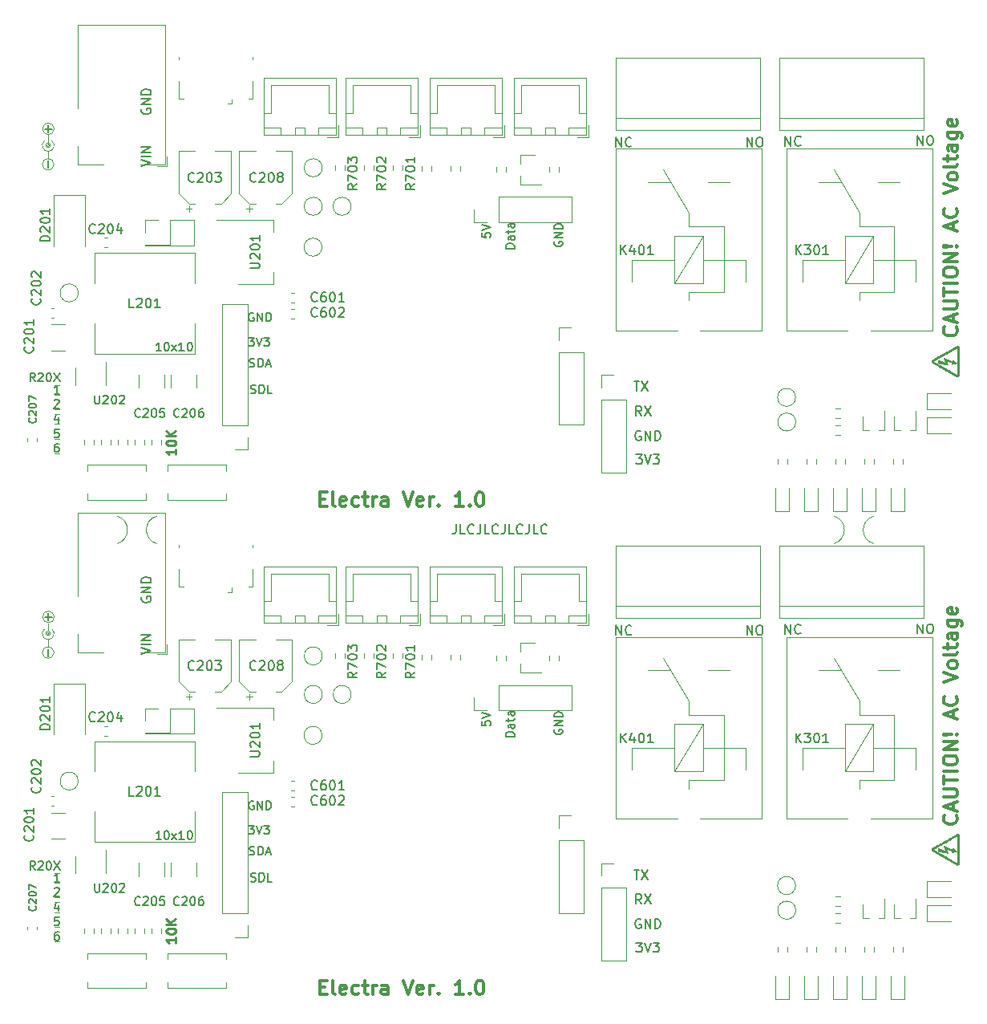
<source format=gbr>
G04 #@! TF.GenerationSoftware,KiCad,Pcbnew,5.1.9-73d0e3b20d~88~ubuntu18.04.1*
G04 #@! TF.CreationDate,2021-03-27T22:47:01+02:00*
G04 #@! TF.ProjectId,,58585858-5858-4585-9858-585858585858,1*
G04 #@! TF.SameCoordinates,Original*
G04 #@! TF.FileFunction,Legend,Top*
G04 #@! TF.FilePolarity,Positive*
%FSLAX46Y46*%
G04 Gerber Fmt 4.6, Leading zero omitted, Abs format (unit mm)*
G04 Created by KiCad (PCBNEW 5.1.9-73d0e3b20d~88~ubuntu18.04.1) date 2021-03-27 22:47:01*
%MOMM*%
%LPD*%
G01*
G04 APERTURE LIST*
%ADD10C,0.120000*%
%ADD11C,0.300000*%
%ADD12C,0.150000*%
%ADD13C,0.250000*%
%ADD14C,0.010000*%
G04 APERTURE END LIST*
D10*
X98962171Y-109925000D02*
G75*
G03*
X98962171Y-109925000I-237171J0D01*
G01*
X98725000Y-109675000D02*
X98725000Y-108850000D01*
X98852475Y-109925000D02*
G75*
G03*
X98852475Y-109925000I-127475J0D01*
G01*
X98780902Y-109925000D02*
G75*
G03*
X98780902Y-109925000I-55902J0D01*
G01*
D11*
X127442857Y-147242857D02*
X127942857Y-147242857D01*
X128157142Y-148028571D02*
X127442857Y-148028571D01*
X127442857Y-146528571D01*
X128157142Y-146528571D01*
X129014285Y-148028571D02*
X128871428Y-147957142D01*
X128800000Y-147814285D01*
X128800000Y-146528571D01*
X130157142Y-147957142D02*
X130014285Y-148028571D01*
X129728571Y-148028571D01*
X129585714Y-147957142D01*
X129514285Y-147814285D01*
X129514285Y-147242857D01*
X129585714Y-147100000D01*
X129728571Y-147028571D01*
X130014285Y-147028571D01*
X130157142Y-147100000D01*
X130228571Y-147242857D01*
X130228571Y-147385714D01*
X129514285Y-147528571D01*
X131514285Y-147957142D02*
X131371428Y-148028571D01*
X131085714Y-148028571D01*
X130942857Y-147957142D01*
X130871428Y-147885714D01*
X130800000Y-147742857D01*
X130800000Y-147314285D01*
X130871428Y-147171428D01*
X130942857Y-147100000D01*
X131085714Y-147028571D01*
X131371428Y-147028571D01*
X131514285Y-147100000D01*
X131942857Y-147028571D02*
X132514285Y-147028571D01*
X132157142Y-146528571D02*
X132157142Y-147814285D01*
X132228571Y-147957142D01*
X132371428Y-148028571D01*
X132514285Y-148028571D01*
X133014285Y-148028571D02*
X133014285Y-147028571D01*
X133014285Y-147314285D02*
X133085714Y-147171428D01*
X133157142Y-147100000D01*
X133300000Y-147028571D01*
X133442857Y-147028571D01*
X134585714Y-148028571D02*
X134585714Y-147242857D01*
X134514285Y-147100000D01*
X134371428Y-147028571D01*
X134085714Y-147028571D01*
X133942857Y-147100000D01*
X134585714Y-147957142D02*
X134442857Y-148028571D01*
X134085714Y-148028571D01*
X133942857Y-147957142D01*
X133871428Y-147814285D01*
X133871428Y-147671428D01*
X133942857Y-147528571D01*
X134085714Y-147457142D01*
X134442857Y-147457142D01*
X134585714Y-147385714D01*
X136228571Y-146528571D02*
X136728571Y-148028571D01*
X137228571Y-146528571D01*
X138300000Y-147957142D02*
X138157142Y-148028571D01*
X137871428Y-148028571D01*
X137728571Y-147957142D01*
X137657142Y-147814285D01*
X137657142Y-147242857D01*
X137728571Y-147100000D01*
X137871428Y-147028571D01*
X138157142Y-147028571D01*
X138300000Y-147100000D01*
X138371428Y-147242857D01*
X138371428Y-147385714D01*
X137657142Y-147528571D01*
X139014285Y-148028571D02*
X139014285Y-147028571D01*
X139014285Y-147314285D02*
X139085714Y-147171428D01*
X139157142Y-147100000D01*
X139300000Y-147028571D01*
X139442857Y-147028571D01*
X139942857Y-147885714D02*
X140014285Y-147957142D01*
X139942857Y-148028571D01*
X139871428Y-147957142D01*
X139942857Y-147885714D01*
X139942857Y-148028571D01*
X142585714Y-148028571D02*
X141728571Y-148028571D01*
X142157142Y-148028571D02*
X142157142Y-146528571D01*
X142014285Y-146742857D01*
X141871428Y-146885714D01*
X141728571Y-146957142D01*
X143228571Y-147885714D02*
X143300000Y-147957142D01*
X143228571Y-148028571D01*
X143157142Y-147957142D01*
X143228571Y-147885714D01*
X143228571Y-148028571D01*
X144228571Y-146528571D02*
X144371428Y-146528571D01*
X144514285Y-146600000D01*
X144585714Y-146671428D01*
X144657142Y-146814285D01*
X144728571Y-147100000D01*
X144728571Y-147457142D01*
X144657142Y-147742857D01*
X144585714Y-147885714D01*
X144514285Y-147957142D01*
X144371428Y-148028571D01*
X144228571Y-148028571D01*
X144085714Y-147957142D01*
X144014285Y-147885714D01*
X143942857Y-147742857D01*
X143871428Y-147457142D01*
X143871428Y-147100000D01*
X143942857Y-146814285D01*
X144014285Y-146671428D01*
X144085714Y-146600000D01*
X144228571Y-146528571D01*
D12*
X160588095Y-134852380D02*
X161159523Y-134852380D01*
X160873809Y-135852380D02*
X160873809Y-134852380D01*
X161397619Y-134852380D02*
X162064285Y-135852380D01*
X162064285Y-134852380D02*
X161397619Y-135852380D01*
X161383333Y-138452380D02*
X161050000Y-137976190D01*
X160811904Y-138452380D02*
X160811904Y-137452380D01*
X161192857Y-137452380D01*
X161288095Y-137500000D01*
X161335714Y-137547619D01*
X161383333Y-137642857D01*
X161383333Y-137785714D01*
X161335714Y-137880952D01*
X161288095Y-137928571D01*
X161192857Y-137976190D01*
X160811904Y-137976190D01*
X161716666Y-137452380D02*
X162383333Y-138452380D01*
X162383333Y-137452380D02*
X161716666Y-138452380D01*
X161288095Y-140100000D02*
X161192857Y-140052380D01*
X161050000Y-140052380D01*
X160907142Y-140100000D01*
X160811904Y-140195238D01*
X160764285Y-140290476D01*
X160716666Y-140480952D01*
X160716666Y-140623809D01*
X160764285Y-140814285D01*
X160811904Y-140909523D01*
X160907142Y-141004761D01*
X161050000Y-141052380D01*
X161145238Y-141052380D01*
X161288095Y-141004761D01*
X161335714Y-140957142D01*
X161335714Y-140623809D01*
X161145238Y-140623809D01*
X161764285Y-141052380D02*
X161764285Y-140052380D01*
X162335714Y-141052380D01*
X162335714Y-140052380D01*
X162811904Y-141052380D02*
X162811904Y-140052380D01*
X163050000Y-140052380D01*
X163192857Y-140100000D01*
X163288095Y-140195238D01*
X163335714Y-140290476D01*
X163383333Y-140480952D01*
X163383333Y-140623809D01*
X163335714Y-140814285D01*
X163288095Y-140909523D01*
X163192857Y-141004761D01*
X163050000Y-141052380D01*
X162811904Y-141052380D01*
X160811904Y-142552380D02*
X161430952Y-142552380D01*
X161097619Y-142933333D01*
X161240476Y-142933333D01*
X161335714Y-142980952D01*
X161383333Y-143028571D01*
X161430952Y-143123809D01*
X161430952Y-143361904D01*
X161383333Y-143457142D01*
X161335714Y-143504761D01*
X161240476Y-143552380D01*
X160954761Y-143552380D01*
X160859523Y-143504761D01*
X160811904Y-143457142D01*
X161716666Y-142552380D02*
X162050000Y-143552380D01*
X162383333Y-142552380D01*
X162621428Y-142552380D02*
X163240476Y-142552380D01*
X162907142Y-142933333D01*
X163050000Y-142933333D01*
X163145238Y-142980952D01*
X163192857Y-143028571D01*
X163240476Y-143123809D01*
X163240476Y-143361904D01*
X163192857Y-143457142D01*
X163145238Y-143504761D01*
X163050000Y-143552380D01*
X162764285Y-143552380D01*
X162669047Y-143504761D01*
X162621428Y-143457142D01*
X120414285Y-127650000D02*
X120328571Y-127607142D01*
X120200000Y-127607142D01*
X120071428Y-127650000D01*
X119985714Y-127735714D01*
X119942857Y-127821428D01*
X119900000Y-127992857D01*
X119900000Y-128121428D01*
X119942857Y-128292857D01*
X119985714Y-128378571D01*
X120071428Y-128464285D01*
X120200000Y-128507142D01*
X120285714Y-128507142D01*
X120414285Y-128464285D01*
X120457142Y-128421428D01*
X120457142Y-128121428D01*
X120285714Y-128121428D01*
X120842857Y-128507142D02*
X120842857Y-127607142D01*
X121357142Y-128507142D01*
X121357142Y-127607142D01*
X121785714Y-128507142D02*
X121785714Y-127607142D01*
X122000000Y-127607142D01*
X122128571Y-127650000D01*
X122214285Y-127735714D01*
X122257142Y-127821428D01*
X122300000Y-127992857D01*
X122300000Y-128121428D01*
X122257142Y-128292857D01*
X122214285Y-128378571D01*
X122128571Y-128464285D01*
X122000000Y-128507142D01*
X121785714Y-128507142D01*
X119885714Y-130207142D02*
X120442857Y-130207142D01*
X120142857Y-130550000D01*
X120271428Y-130550000D01*
X120357142Y-130592857D01*
X120400000Y-130635714D01*
X120442857Y-130721428D01*
X120442857Y-130935714D01*
X120400000Y-131021428D01*
X120357142Y-131064285D01*
X120271428Y-131107142D01*
X120014285Y-131107142D01*
X119928571Y-131064285D01*
X119885714Y-131021428D01*
X120700000Y-130207142D02*
X121000000Y-131107142D01*
X121300000Y-130207142D01*
X121514285Y-130207142D02*
X122071428Y-130207142D01*
X121771428Y-130550000D01*
X121900000Y-130550000D01*
X121985714Y-130592857D01*
X122028571Y-130635714D01*
X122071428Y-130721428D01*
X122071428Y-130935714D01*
X122028571Y-131021428D01*
X121985714Y-131064285D01*
X121900000Y-131107142D01*
X121642857Y-131107142D01*
X121557142Y-131064285D01*
X121514285Y-131021428D01*
X120007142Y-133264285D02*
X120135714Y-133307142D01*
X120350000Y-133307142D01*
X120435714Y-133264285D01*
X120478571Y-133221428D01*
X120521428Y-133135714D01*
X120521428Y-133050000D01*
X120478571Y-132964285D01*
X120435714Y-132921428D01*
X120350000Y-132878571D01*
X120178571Y-132835714D01*
X120092857Y-132792857D01*
X120050000Y-132750000D01*
X120007142Y-132664285D01*
X120007142Y-132578571D01*
X120050000Y-132492857D01*
X120092857Y-132450000D01*
X120178571Y-132407142D01*
X120392857Y-132407142D01*
X120521428Y-132450000D01*
X120907142Y-133307142D02*
X120907142Y-132407142D01*
X121121428Y-132407142D01*
X121250000Y-132450000D01*
X121335714Y-132535714D01*
X121378571Y-132621428D01*
X121421428Y-132792857D01*
X121421428Y-132921428D01*
X121378571Y-133092857D01*
X121335714Y-133178571D01*
X121250000Y-133264285D01*
X121121428Y-133307142D01*
X120907142Y-133307142D01*
X121764285Y-133050000D02*
X122192857Y-133050000D01*
X121678571Y-133307142D02*
X121978571Y-132407142D01*
X122278571Y-133307142D01*
X120128571Y-136064285D02*
X120257142Y-136107142D01*
X120471428Y-136107142D01*
X120557142Y-136064285D01*
X120600000Y-136021428D01*
X120642857Y-135935714D01*
X120642857Y-135850000D01*
X120600000Y-135764285D01*
X120557142Y-135721428D01*
X120471428Y-135678571D01*
X120300000Y-135635714D01*
X120214285Y-135592857D01*
X120171428Y-135550000D01*
X120128571Y-135464285D01*
X120128571Y-135378571D01*
X120171428Y-135292857D01*
X120214285Y-135250000D01*
X120300000Y-135207142D01*
X120514285Y-135207142D01*
X120642857Y-135250000D01*
X121028571Y-136107142D02*
X121028571Y-135207142D01*
X121242857Y-135207142D01*
X121371428Y-135250000D01*
X121457142Y-135335714D01*
X121500000Y-135421428D01*
X121542857Y-135592857D01*
X121542857Y-135721428D01*
X121500000Y-135892857D01*
X121457142Y-135978571D01*
X121371428Y-136064285D01*
X121242857Y-136107142D01*
X121028571Y-136107142D01*
X122357142Y-136107142D02*
X121928571Y-136107142D01*
X121928571Y-135207142D01*
X152200000Y-120085714D02*
X152157142Y-120171428D01*
X152157142Y-120300000D01*
X152200000Y-120428571D01*
X152285714Y-120514285D01*
X152371428Y-120557142D01*
X152542857Y-120600000D01*
X152671428Y-120600000D01*
X152842857Y-120557142D01*
X152928571Y-120514285D01*
X153014285Y-120428571D01*
X153057142Y-120300000D01*
X153057142Y-120214285D01*
X153014285Y-120085714D01*
X152971428Y-120042857D01*
X152671428Y-120042857D01*
X152671428Y-120214285D01*
X153057142Y-119657142D02*
X152157142Y-119657142D01*
X153057142Y-119142857D01*
X152157142Y-119142857D01*
X153057142Y-118714285D02*
X152157142Y-118714285D01*
X152157142Y-118500000D01*
X152200000Y-118371428D01*
X152285714Y-118285714D01*
X152371428Y-118242857D01*
X152542857Y-118200000D01*
X152671428Y-118200000D01*
X152842857Y-118242857D01*
X152928571Y-118285714D01*
X153014285Y-118371428D01*
X153057142Y-118500000D01*
X153057142Y-118714285D01*
X144557142Y-119171428D02*
X144557142Y-119600000D01*
X144985714Y-119642857D01*
X144942857Y-119600000D01*
X144900000Y-119514285D01*
X144900000Y-119300000D01*
X144942857Y-119214285D01*
X144985714Y-119171428D01*
X145071428Y-119128571D01*
X145285714Y-119128571D01*
X145371428Y-119171428D01*
X145414285Y-119214285D01*
X145457142Y-119300000D01*
X145457142Y-119514285D01*
X145414285Y-119600000D01*
X145371428Y-119642857D01*
X144557142Y-118871428D02*
X145457142Y-118571428D01*
X144557142Y-118271428D01*
X147957142Y-120807142D02*
X147057142Y-120807142D01*
X147057142Y-120592857D01*
X147100000Y-120464285D01*
X147185714Y-120378571D01*
X147271428Y-120335714D01*
X147442857Y-120292857D01*
X147571428Y-120292857D01*
X147742857Y-120335714D01*
X147828571Y-120378571D01*
X147914285Y-120464285D01*
X147957142Y-120592857D01*
X147957142Y-120807142D01*
X147957142Y-119521428D02*
X147485714Y-119521428D01*
X147400000Y-119564285D01*
X147357142Y-119650000D01*
X147357142Y-119821428D01*
X147400000Y-119907142D01*
X147914285Y-119521428D02*
X147957142Y-119607142D01*
X147957142Y-119821428D01*
X147914285Y-119907142D01*
X147828571Y-119950000D01*
X147742857Y-119950000D01*
X147657142Y-119907142D01*
X147614285Y-119821428D01*
X147614285Y-119607142D01*
X147571428Y-119521428D01*
X147357142Y-119221428D02*
X147357142Y-118878571D01*
X147057142Y-119092857D02*
X147828571Y-119092857D01*
X147914285Y-119050000D01*
X147957142Y-118964285D01*
X147957142Y-118878571D01*
X147957142Y-118192857D02*
X147485714Y-118192857D01*
X147400000Y-118235714D01*
X147357142Y-118321428D01*
X147357142Y-118492857D01*
X147400000Y-118578571D01*
X147914285Y-118192857D02*
X147957142Y-118278571D01*
X147957142Y-118492857D01*
X147914285Y-118578571D01*
X147828571Y-118621428D01*
X147742857Y-118621428D01*
X147657142Y-118578571D01*
X147614285Y-118492857D01*
X147614285Y-118278571D01*
X147571428Y-118192857D01*
X108625000Y-106086904D02*
X108577380Y-106182142D01*
X108577380Y-106325000D01*
X108625000Y-106467857D01*
X108720238Y-106563095D01*
X108815476Y-106610714D01*
X109005952Y-106658333D01*
X109148809Y-106658333D01*
X109339285Y-106610714D01*
X109434523Y-106563095D01*
X109529761Y-106467857D01*
X109577380Y-106325000D01*
X109577380Y-106229761D01*
X109529761Y-106086904D01*
X109482142Y-106039285D01*
X109148809Y-106039285D01*
X109148809Y-106229761D01*
X109577380Y-105610714D02*
X108577380Y-105610714D01*
X109577380Y-105039285D01*
X108577380Y-105039285D01*
X109577380Y-104563095D02*
X108577380Y-104563095D01*
X108577380Y-104325000D01*
X108625000Y-104182142D01*
X108720238Y-104086904D01*
X108815476Y-104039285D01*
X109005952Y-103991666D01*
X109148809Y-103991666D01*
X109339285Y-104039285D01*
X109434523Y-104086904D01*
X109529761Y-104182142D01*
X109577380Y-104325000D01*
X109577380Y-104563095D01*
X108577380Y-112120238D02*
X109577380Y-111786904D01*
X108577380Y-111453571D01*
X109577380Y-111120238D02*
X108577380Y-111120238D01*
X109577380Y-110644047D02*
X108577380Y-110644047D01*
X109577380Y-110072619D01*
X108577380Y-110072619D01*
D11*
X194610714Y-129100000D02*
X194682142Y-129171428D01*
X194753571Y-129385714D01*
X194753571Y-129528571D01*
X194682142Y-129742857D01*
X194539285Y-129885714D01*
X194396428Y-129957142D01*
X194110714Y-130028571D01*
X193896428Y-130028571D01*
X193610714Y-129957142D01*
X193467857Y-129885714D01*
X193325000Y-129742857D01*
X193253571Y-129528571D01*
X193253571Y-129385714D01*
X193325000Y-129171428D01*
X193396428Y-129100000D01*
X194325000Y-128528571D02*
X194325000Y-127814285D01*
X194753571Y-128671428D02*
X193253571Y-128171428D01*
X194753571Y-127671428D01*
X193253571Y-127171428D02*
X194467857Y-127171428D01*
X194610714Y-127100000D01*
X194682142Y-127028571D01*
X194753571Y-126885714D01*
X194753571Y-126600000D01*
X194682142Y-126457142D01*
X194610714Y-126385714D01*
X194467857Y-126314285D01*
X193253571Y-126314285D01*
X193253571Y-125814285D02*
X193253571Y-124957142D01*
X194753571Y-125385714D02*
X193253571Y-125385714D01*
X194753571Y-124457142D02*
X193253571Y-124457142D01*
X193253571Y-123457142D02*
X193253571Y-123171428D01*
X193325000Y-123028571D01*
X193467857Y-122885714D01*
X193753571Y-122814285D01*
X194253571Y-122814285D01*
X194539285Y-122885714D01*
X194682142Y-123028571D01*
X194753571Y-123171428D01*
X194753571Y-123457142D01*
X194682142Y-123600000D01*
X194539285Y-123742857D01*
X194253571Y-123814285D01*
X193753571Y-123814285D01*
X193467857Y-123742857D01*
X193325000Y-123600000D01*
X193253571Y-123457142D01*
X194753571Y-122171428D02*
X193253571Y-122171428D01*
X194753571Y-121314285D01*
X193253571Y-121314285D01*
X194610714Y-120600000D02*
X194682142Y-120528571D01*
X194753571Y-120600000D01*
X194682142Y-120671428D01*
X194610714Y-120600000D01*
X194753571Y-120600000D01*
X194182142Y-120600000D02*
X193325000Y-120671428D01*
X193253571Y-120600000D01*
X193325000Y-120528571D01*
X194182142Y-120600000D01*
X193253571Y-120600000D01*
X194325000Y-118814285D02*
X194325000Y-118100000D01*
X194753571Y-118957142D02*
X193253571Y-118457142D01*
X194753571Y-117957142D01*
X194610714Y-116600000D02*
X194682142Y-116671428D01*
X194753571Y-116885714D01*
X194753571Y-117028571D01*
X194682142Y-117242857D01*
X194539285Y-117385714D01*
X194396428Y-117457142D01*
X194110714Y-117528571D01*
X193896428Y-117528571D01*
X193610714Y-117457142D01*
X193467857Y-117385714D01*
X193325000Y-117242857D01*
X193253571Y-117028571D01*
X193253571Y-116885714D01*
X193325000Y-116671428D01*
X193396428Y-116600000D01*
X193253571Y-115028571D02*
X194753571Y-114528571D01*
X193253571Y-114028571D01*
X194753571Y-113314285D02*
X194682142Y-113457142D01*
X194610714Y-113528571D01*
X194467857Y-113600000D01*
X194039285Y-113600000D01*
X193896428Y-113528571D01*
X193825000Y-113457142D01*
X193753571Y-113314285D01*
X193753571Y-113100000D01*
X193825000Y-112957142D01*
X193896428Y-112885714D01*
X194039285Y-112814285D01*
X194467857Y-112814285D01*
X194610714Y-112885714D01*
X194682142Y-112957142D01*
X194753571Y-113100000D01*
X194753571Y-113314285D01*
X194753571Y-111957142D02*
X194682142Y-112100000D01*
X194539285Y-112171428D01*
X193253571Y-112171428D01*
X193753571Y-111600000D02*
X193753571Y-111028571D01*
X193253571Y-111385714D02*
X194539285Y-111385714D01*
X194682142Y-111314285D01*
X194753571Y-111171428D01*
X194753571Y-111028571D01*
X194753571Y-109885714D02*
X193967857Y-109885714D01*
X193825000Y-109957142D01*
X193753571Y-110100000D01*
X193753571Y-110385714D01*
X193825000Y-110528571D01*
X194682142Y-109885714D02*
X194753571Y-110028571D01*
X194753571Y-110385714D01*
X194682142Y-110528571D01*
X194539285Y-110600000D01*
X194396428Y-110600000D01*
X194253571Y-110528571D01*
X194182142Y-110385714D01*
X194182142Y-110028571D01*
X194110714Y-109885714D01*
X193753571Y-108528571D02*
X194967857Y-108528571D01*
X195110714Y-108600000D01*
X195182142Y-108671428D01*
X195253571Y-108814285D01*
X195253571Y-109028571D01*
X195182142Y-109171428D01*
X194682142Y-108528571D02*
X194753571Y-108671428D01*
X194753571Y-108957142D01*
X194682142Y-109100000D01*
X194610714Y-109171428D01*
X194467857Y-109242857D01*
X194039285Y-109242857D01*
X193896428Y-109171428D01*
X193825000Y-109100000D01*
X193753571Y-108957142D01*
X193753571Y-108671428D01*
X193825000Y-108528571D01*
X194682142Y-107242857D02*
X194753571Y-107385714D01*
X194753571Y-107671428D01*
X194682142Y-107814285D01*
X194539285Y-107885714D01*
X193967857Y-107885714D01*
X193825000Y-107814285D01*
X193753571Y-107671428D01*
X193753571Y-107385714D01*
X193825000Y-107242857D01*
X193967857Y-107171428D01*
X194110714Y-107171428D01*
X194253571Y-107885714D01*
D13*
X112202380Y-141990476D02*
X112202380Y-142561904D01*
X112202380Y-142276190D02*
X111202380Y-142276190D01*
X111345238Y-142371428D01*
X111440476Y-142466666D01*
X111488095Y-142561904D01*
X111202380Y-141371428D02*
X111202380Y-141276190D01*
X111250000Y-141180952D01*
X111297619Y-141133333D01*
X111392857Y-141085714D01*
X111583333Y-141038095D01*
X111821428Y-141038095D01*
X112011904Y-141085714D01*
X112107142Y-141133333D01*
X112154761Y-141180952D01*
X112202380Y-141276190D01*
X112202380Y-141371428D01*
X112154761Y-141466666D01*
X112107142Y-141514285D01*
X112011904Y-141561904D01*
X111821428Y-141609523D01*
X111583333Y-141609523D01*
X111392857Y-141561904D01*
X111297619Y-141514285D01*
X111250000Y-141466666D01*
X111202380Y-141371428D01*
X112202380Y-140609523D02*
X111202380Y-140609523D01*
X112202380Y-140038095D02*
X111630952Y-140466666D01*
X111202380Y-140038095D02*
X111773809Y-140609523D01*
D12*
X97342857Y-134857142D02*
X97042857Y-134428571D01*
X96828571Y-134857142D02*
X96828571Y-133957142D01*
X97171428Y-133957142D01*
X97257142Y-134000000D01*
X97300000Y-134042857D01*
X97342857Y-134128571D01*
X97342857Y-134257142D01*
X97300000Y-134342857D01*
X97257142Y-134385714D01*
X97171428Y-134428571D01*
X96828571Y-134428571D01*
X97685714Y-134042857D02*
X97728571Y-134000000D01*
X97814285Y-133957142D01*
X98028571Y-133957142D01*
X98114285Y-134000000D01*
X98157142Y-134042857D01*
X98200000Y-134128571D01*
X98200000Y-134214285D01*
X98157142Y-134342857D01*
X97642857Y-134857142D01*
X98200000Y-134857142D01*
X98757142Y-133957142D02*
X98842857Y-133957142D01*
X98928571Y-134000000D01*
X98971428Y-134042857D01*
X99014285Y-134128571D01*
X99057142Y-134300000D01*
X99057142Y-134514285D01*
X99014285Y-134685714D01*
X98971428Y-134771428D01*
X98928571Y-134814285D01*
X98842857Y-134857142D01*
X98757142Y-134857142D01*
X98671428Y-134814285D01*
X98628571Y-134771428D01*
X98585714Y-134685714D01*
X98542857Y-134514285D01*
X98542857Y-134300000D01*
X98585714Y-134128571D01*
X98628571Y-134042857D01*
X98671428Y-134000000D01*
X98757142Y-133957142D01*
X99357142Y-133957142D02*
X99957142Y-134857142D01*
X99957142Y-133957142D02*
X99357142Y-134857142D01*
X172515476Y-110077380D02*
X172515476Y-109077380D01*
X173086904Y-110077380D01*
X173086904Y-109077380D01*
X173753571Y-109077380D02*
X173944047Y-109077380D01*
X174039285Y-109125000D01*
X174134523Y-109220238D01*
X174182142Y-109410714D01*
X174182142Y-109744047D01*
X174134523Y-109934523D01*
X174039285Y-110029761D01*
X173944047Y-110077380D01*
X173753571Y-110077380D01*
X173658333Y-110029761D01*
X173563095Y-109934523D01*
X173515476Y-109744047D01*
X173515476Y-109410714D01*
X173563095Y-109220238D01*
X173658333Y-109125000D01*
X173753571Y-109077380D01*
X190515476Y-109927380D02*
X190515476Y-108927380D01*
X191086904Y-109927380D01*
X191086904Y-108927380D01*
X191753571Y-108927380D02*
X191944047Y-108927380D01*
X192039285Y-108975000D01*
X192134523Y-109070238D01*
X192182142Y-109260714D01*
X192182142Y-109594047D01*
X192134523Y-109784523D01*
X192039285Y-109879761D01*
X191944047Y-109927380D01*
X191753571Y-109927380D01*
X191658333Y-109879761D01*
X191563095Y-109784523D01*
X191515476Y-109594047D01*
X191515476Y-109260714D01*
X191563095Y-109070238D01*
X191658333Y-108975000D01*
X191753571Y-108927380D01*
X158689285Y-110077380D02*
X158689285Y-109077380D01*
X159260714Y-110077380D01*
X159260714Y-109077380D01*
X160308333Y-109982142D02*
X160260714Y-110029761D01*
X160117857Y-110077380D01*
X160022619Y-110077380D01*
X159879761Y-110029761D01*
X159784523Y-109934523D01*
X159736904Y-109839285D01*
X159689285Y-109648809D01*
X159689285Y-109505952D01*
X159736904Y-109315476D01*
X159784523Y-109220238D01*
X159879761Y-109125000D01*
X160022619Y-109077380D01*
X160117857Y-109077380D01*
X160260714Y-109125000D01*
X160308333Y-109172619D01*
X176564285Y-109977380D02*
X176564285Y-108977380D01*
X177135714Y-109977380D01*
X177135714Y-108977380D01*
X178183333Y-109882142D02*
X178135714Y-109929761D01*
X177992857Y-109977380D01*
X177897619Y-109977380D01*
X177754761Y-109929761D01*
X177659523Y-109834523D01*
X177611904Y-109739285D01*
X177564285Y-109548809D01*
X177564285Y-109405952D01*
X177611904Y-109215476D01*
X177659523Y-109120238D01*
X177754761Y-109025000D01*
X177897619Y-108977380D01*
X177992857Y-108977380D01*
X178135714Y-109025000D01*
X178183333Y-109072619D01*
X110632142Y-131632142D02*
X110117857Y-131632142D01*
X110375000Y-131632142D02*
X110375000Y-130732142D01*
X110289285Y-130860714D01*
X110203571Y-130946428D01*
X110117857Y-130989285D01*
X111189285Y-130732142D02*
X111275000Y-130732142D01*
X111360714Y-130775000D01*
X111403571Y-130817857D01*
X111446428Y-130903571D01*
X111489285Y-131075000D01*
X111489285Y-131289285D01*
X111446428Y-131460714D01*
X111403571Y-131546428D01*
X111360714Y-131589285D01*
X111275000Y-131632142D01*
X111189285Y-131632142D01*
X111103571Y-131589285D01*
X111060714Y-131546428D01*
X111017857Y-131460714D01*
X110975000Y-131289285D01*
X110975000Y-131075000D01*
X111017857Y-130903571D01*
X111060714Y-130817857D01*
X111103571Y-130775000D01*
X111189285Y-130732142D01*
X111789285Y-131632142D02*
X112260714Y-131032142D01*
X111789285Y-131032142D02*
X112260714Y-131632142D01*
X113075000Y-131632142D02*
X112560714Y-131632142D01*
X112817857Y-131632142D02*
X112817857Y-130732142D01*
X112732142Y-130860714D01*
X112646428Y-130946428D01*
X112560714Y-130989285D01*
X113632142Y-130732142D02*
X113717857Y-130732142D01*
X113803571Y-130775000D01*
X113846428Y-130817857D01*
X113889285Y-130903571D01*
X113932142Y-131075000D01*
X113932142Y-131289285D01*
X113889285Y-131460714D01*
X113846428Y-131546428D01*
X113803571Y-131589285D01*
X113717857Y-131632142D01*
X113632142Y-131632142D01*
X113546428Y-131589285D01*
X113503571Y-131546428D01*
X113460714Y-131460714D01*
X113417857Y-131289285D01*
X113417857Y-131075000D01*
X113460714Y-130903571D01*
X113503571Y-130817857D01*
X113546428Y-130775000D01*
X113632142Y-130732142D01*
D10*
X99337883Y-111937882D02*
G75*
G03*
X99337883Y-111937882I-612883J0D01*
G01*
X99362883Y-108187882D02*
G75*
G03*
X99362883Y-108187882I-612883J0D01*
G01*
X98725000Y-111325000D02*
X98725000Y-110600000D01*
X99124999Y-109475001D02*
G75*
G02*
X98325001Y-109475001I-399999J-474999D01*
G01*
D12*
X98369047Y-108196428D02*
X99130952Y-108196428D01*
X98750000Y-108577380D02*
X98750000Y-107815476D01*
X98721428Y-112330952D02*
X98721428Y-111569047D01*
X141805952Y-98427380D02*
X141805952Y-99141666D01*
X141758333Y-99284523D01*
X141663095Y-99379761D01*
X141520238Y-99427380D01*
X141425000Y-99427380D01*
X142758333Y-99427380D02*
X142282142Y-99427380D01*
X142282142Y-98427380D01*
X143663095Y-99332142D02*
X143615476Y-99379761D01*
X143472619Y-99427380D01*
X143377380Y-99427380D01*
X143234523Y-99379761D01*
X143139285Y-99284523D01*
X143091666Y-99189285D01*
X143044047Y-98998809D01*
X143044047Y-98855952D01*
X143091666Y-98665476D01*
X143139285Y-98570238D01*
X143234523Y-98475000D01*
X143377380Y-98427380D01*
X143472619Y-98427380D01*
X143615476Y-98475000D01*
X143663095Y-98522619D01*
X144377380Y-98427380D02*
X144377380Y-99141666D01*
X144329761Y-99284523D01*
X144234523Y-99379761D01*
X144091666Y-99427380D01*
X143996428Y-99427380D01*
X145329761Y-99427380D02*
X144853571Y-99427380D01*
X144853571Y-98427380D01*
X146234523Y-99332142D02*
X146186904Y-99379761D01*
X146044047Y-99427380D01*
X145948809Y-99427380D01*
X145805952Y-99379761D01*
X145710714Y-99284523D01*
X145663095Y-99189285D01*
X145615476Y-98998809D01*
X145615476Y-98855952D01*
X145663095Y-98665476D01*
X145710714Y-98570238D01*
X145805952Y-98475000D01*
X145948809Y-98427380D01*
X146044047Y-98427380D01*
X146186904Y-98475000D01*
X146234523Y-98522619D01*
X146948809Y-98427380D02*
X146948809Y-99141666D01*
X146901190Y-99284523D01*
X146805952Y-99379761D01*
X146663095Y-99427380D01*
X146567857Y-99427380D01*
X147901190Y-99427380D02*
X147425000Y-99427380D01*
X147425000Y-98427380D01*
X148805952Y-99332142D02*
X148758333Y-99379761D01*
X148615476Y-99427380D01*
X148520238Y-99427380D01*
X148377380Y-99379761D01*
X148282142Y-99284523D01*
X148234523Y-99189285D01*
X148186904Y-98998809D01*
X148186904Y-98855952D01*
X148234523Y-98665476D01*
X148282142Y-98570238D01*
X148377380Y-98475000D01*
X148520238Y-98427380D01*
X148615476Y-98427380D01*
X148758333Y-98475000D01*
X148805952Y-98522619D01*
X149520238Y-98427380D02*
X149520238Y-99141666D01*
X149472619Y-99284523D01*
X149377380Y-99379761D01*
X149234523Y-99427380D01*
X149139285Y-99427380D01*
X150472619Y-99427380D02*
X149996428Y-99427380D01*
X149996428Y-98427380D01*
X151377380Y-99332142D02*
X151329761Y-99379761D01*
X151186904Y-99427380D01*
X151091666Y-99427380D01*
X150948809Y-99379761D01*
X150853571Y-99284523D01*
X150805952Y-99189285D01*
X150758333Y-98998809D01*
X150758333Y-98855952D01*
X150805952Y-98665476D01*
X150853571Y-98570238D01*
X150948809Y-98475000D01*
X151091666Y-98427380D01*
X151186904Y-98427380D01*
X151329761Y-98475000D01*
X151377380Y-98522619D01*
X98721428Y-60830952D02*
X98721428Y-60069047D01*
X98369047Y-56696428D02*
X99130952Y-56696428D01*
X98750000Y-57077380D02*
X98750000Y-56315476D01*
D10*
X98780902Y-58425000D02*
G75*
G03*
X98780902Y-58425000I-55902J0D01*
G01*
X98852475Y-58425000D02*
G75*
G03*
X98852475Y-58425000I-127475J0D01*
G01*
X98962171Y-58425000D02*
G75*
G03*
X98962171Y-58425000I-237171J0D01*
G01*
X98725000Y-58175000D02*
X98725000Y-57350000D01*
X99124999Y-57975001D02*
G75*
G02*
X98325001Y-57975001I-399999J-474999D01*
G01*
X98725000Y-59825000D02*
X98725000Y-59100000D01*
X99362883Y-56687882D02*
G75*
G03*
X99362883Y-56687882I-612883J0D01*
G01*
X99337883Y-60437882D02*
G75*
G03*
X99337883Y-60437882I-612883J0D01*
G01*
D12*
X110632142Y-80132142D02*
X110117857Y-80132142D01*
X110375000Y-80132142D02*
X110375000Y-79232142D01*
X110289285Y-79360714D01*
X110203571Y-79446428D01*
X110117857Y-79489285D01*
X111189285Y-79232142D02*
X111275000Y-79232142D01*
X111360714Y-79275000D01*
X111403571Y-79317857D01*
X111446428Y-79403571D01*
X111489285Y-79575000D01*
X111489285Y-79789285D01*
X111446428Y-79960714D01*
X111403571Y-80046428D01*
X111360714Y-80089285D01*
X111275000Y-80132142D01*
X111189285Y-80132142D01*
X111103571Y-80089285D01*
X111060714Y-80046428D01*
X111017857Y-79960714D01*
X110975000Y-79789285D01*
X110975000Y-79575000D01*
X111017857Y-79403571D01*
X111060714Y-79317857D01*
X111103571Y-79275000D01*
X111189285Y-79232142D01*
X111789285Y-80132142D02*
X112260714Y-79532142D01*
X111789285Y-79532142D02*
X112260714Y-80132142D01*
X113075000Y-80132142D02*
X112560714Y-80132142D01*
X112817857Y-80132142D02*
X112817857Y-79232142D01*
X112732142Y-79360714D01*
X112646428Y-79446428D01*
X112560714Y-79489285D01*
X113632142Y-79232142D02*
X113717857Y-79232142D01*
X113803571Y-79275000D01*
X113846428Y-79317857D01*
X113889285Y-79403571D01*
X113932142Y-79575000D01*
X113932142Y-79789285D01*
X113889285Y-79960714D01*
X113846428Y-80046428D01*
X113803571Y-80089285D01*
X113717857Y-80132142D01*
X113632142Y-80132142D01*
X113546428Y-80089285D01*
X113503571Y-80046428D01*
X113460714Y-79960714D01*
X113417857Y-79789285D01*
X113417857Y-79575000D01*
X113460714Y-79403571D01*
X113503571Y-79317857D01*
X113546428Y-79275000D01*
X113632142Y-79232142D01*
X176564285Y-58477380D02*
X176564285Y-57477380D01*
X177135714Y-58477380D01*
X177135714Y-57477380D01*
X178183333Y-58382142D02*
X178135714Y-58429761D01*
X177992857Y-58477380D01*
X177897619Y-58477380D01*
X177754761Y-58429761D01*
X177659523Y-58334523D01*
X177611904Y-58239285D01*
X177564285Y-58048809D01*
X177564285Y-57905952D01*
X177611904Y-57715476D01*
X177659523Y-57620238D01*
X177754761Y-57525000D01*
X177897619Y-57477380D01*
X177992857Y-57477380D01*
X178135714Y-57525000D01*
X178183333Y-57572619D01*
X158689285Y-58577380D02*
X158689285Y-57577380D01*
X159260714Y-58577380D01*
X159260714Y-57577380D01*
X160308333Y-58482142D02*
X160260714Y-58529761D01*
X160117857Y-58577380D01*
X160022619Y-58577380D01*
X159879761Y-58529761D01*
X159784523Y-58434523D01*
X159736904Y-58339285D01*
X159689285Y-58148809D01*
X159689285Y-58005952D01*
X159736904Y-57815476D01*
X159784523Y-57720238D01*
X159879761Y-57625000D01*
X160022619Y-57577380D01*
X160117857Y-57577380D01*
X160260714Y-57625000D01*
X160308333Y-57672619D01*
X190515476Y-58427380D02*
X190515476Y-57427380D01*
X191086904Y-58427380D01*
X191086904Y-57427380D01*
X191753571Y-57427380D02*
X191944047Y-57427380D01*
X192039285Y-57475000D01*
X192134523Y-57570238D01*
X192182142Y-57760714D01*
X192182142Y-58094047D01*
X192134523Y-58284523D01*
X192039285Y-58379761D01*
X191944047Y-58427380D01*
X191753571Y-58427380D01*
X191658333Y-58379761D01*
X191563095Y-58284523D01*
X191515476Y-58094047D01*
X191515476Y-57760714D01*
X191563095Y-57570238D01*
X191658333Y-57475000D01*
X191753571Y-57427380D01*
X172515476Y-58577380D02*
X172515476Y-57577380D01*
X173086904Y-58577380D01*
X173086904Y-57577380D01*
X173753571Y-57577380D02*
X173944047Y-57577380D01*
X174039285Y-57625000D01*
X174134523Y-57720238D01*
X174182142Y-57910714D01*
X174182142Y-58244047D01*
X174134523Y-58434523D01*
X174039285Y-58529761D01*
X173944047Y-58577380D01*
X173753571Y-58577380D01*
X173658333Y-58529761D01*
X173563095Y-58434523D01*
X173515476Y-58244047D01*
X173515476Y-57910714D01*
X173563095Y-57720238D01*
X173658333Y-57625000D01*
X173753571Y-57577380D01*
X97342857Y-83357142D02*
X97042857Y-82928571D01*
X96828571Y-83357142D02*
X96828571Y-82457142D01*
X97171428Y-82457142D01*
X97257142Y-82500000D01*
X97300000Y-82542857D01*
X97342857Y-82628571D01*
X97342857Y-82757142D01*
X97300000Y-82842857D01*
X97257142Y-82885714D01*
X97171428Y-82928571D01*
X96828571Y-82928571D01*
X97685714Y-82542857D02*
X97728571Y-82500000D01*
X97814285Y-82457142D01*
X98028571Y-82457142D01*
X98114285Y-82500000D01*
X98157142Y-82542857D01*
X98200000Y-82628571D01*
X98200000Y-82714285D01*
X98157142Y-82842857D01*
X97642857Y-83357142D01*
X98200000Y-83357142D01*
X98757142Y-82457142D02*
X98842857Y-82457142D01*
X98928571Y-82500000D01*
X98971428Y-82542857D01*
X99014285Y-82628571D01*
X99057142Y-82800000D01*
X99057142Y-83014285D01*
X99014285Y-83185714D01*
X98971428Y-83271428D01*
X98928571Y-83314285D01*
X98842857Y-83357142D01*
X98757142Y-83357142D01*
X98671428Y-83314285D01*
X98628571Y-83271428D01*
X98585714Y-83185714D01*
X98542857Y-83014285D01*
X98542857Y-82800000D01*
X98585714Y-82628571D01*
X98628571Y-82542857D01*
X98671428Y-82500000D01*
X98757142Y-82457142D01*
X99357142Y-82457142D02*
X99957142Y-83357142D01*
X99957142Y-82457142D02*
X99357142Y-83357142D01*
D13*
X112202380Y-90490476D02*
X112202380Y-91061904D01*
X112202380Y-90776190D02*
X111202380Y-90776190D01*
X111345238Y-90871428D01*
X111440476Y-90966666D01*
X111488095Y-91061904D01*
X111202380Y-89871428D02*
X111202380Y-89776190D01*
X111250000Y-89680952D01*
X111297619Y-89633333D01*
X111392857Y-89585714D01*
X111583333Y-89538095D01*
X111821428Y-89538095D01*
X112011904Y-89585714D01*
X112107142Y-89633333D01*
X112154761Y-89680952D01*
X112202380Y-89776190D01*
X112202380Y-89871428D01*
X112154761Y-89966666D01*
X112107142Y-90014285D01*
X112011904Y-90061904D01*
X111821428Y-90109523D01*
X111583333Y-90109523D01*
X111392857Y-90061904D01*
X111297619Y-90014285D01*
X111250000Y-89966666D01*
X111202380Y-89871428D01*
X112202380Y-89109523D02*
X111202380Y-89109523D01*
X112202380Y-88538095D02*
X111630952Y-88966666D01*
X111202380Y-88538095D02*
X111773809Y-89109523D01*
D11*
X194610714Y-77600000D02*
X194682142Y-77671428D01*
X194753571Y-77885714D01*
X194753571Y-78028571D01*
X194682142Y-78242857D01*
X194539285Y-78385714D01*
X194396428Y-78457142D01*
X194110714Y-78528571D01*
X193896428Y-78528571D01*
X193610714Y-78457142D01*
X193467857Y-78385714D01*
X193325000Y-78242857D01*
X193253571Y-78028571D01*
X193253571Y-77885714D01*
X193325000Y-77671428D01*
X193396428Y-77600000D01*
X194325000Y-77028571D02*
X194325000Y-76314285D01*
X194753571Y-77171428D02*
X193253571Y-76671428D01*
X194753571Y-76171428D01*
X193253571Y-75671428D02*
X194467857Y-75671428D01*
X194610714Y-75600000D01*
X194682142Y-75528571D01*
X194753571Y-75385714D01*
X194753571Y-75100000D01*
X194682142Y-74957142D01*
X194610714Y-74885714D01*
X194467857Y-74814285D01*
X193253571Y-74814285D01*
X193253571Y-74314285D02*
X193253571Y-73457142D01*
X194753571Y-73885714D02*
X193253571Y-73885714D01*
X194753571Y-72957142D02*
X193253571Y-72957142D01*
X193253571Y-71957142D02*
X193253571Y-71671428D01*
X193325000Y-71528571D01*
X193467857Y-71385714D01*
X193753571Y-71314285D01*
X194253571Y-71314285D01*
X194539285Y-71385714D01*
X194682142Y-71528571D01*
X194753571Y-71671428D01*
X194753571Y-71957142D01*
X194682142Y-72100000D01*
X194539285Y-72242857D01*
X194253571Y-72314285D01*
X193753571Y-72314285D01*
X193467857Y-72242857D01*
X193325000Y-72100000D01*
X193253571Y-71957142D01*
X194753571Y-70671428D02*
X193253571Y-70671428D01*
X194753571Y-69814285D01*
X193253571Y-69814285D01*
X194610714Y-69100000D02*
X194682142Y-69028571D01*
X194753571Y-69100000D01*
X194682142Y-69171428D01*
X194610714Y-69100000D01*
X194753571Y-69100000D01*
X194182142Y-69100000D02*
X193325000Y-69171428D01*
X193253571Y-69100000D01*
X193325000Y-69028571D01*
X194182142Y-69100000D01*
X193253571Y-69100000D01*
X194325000Y-67314285D02*
X194325000Y-66600000D01*
X194753571Y-67457142D02*
X193253571Y-66957142D01*
X194753571Y-66457142D01*
X194610714Y-65100000D02*
X194682142Y-65171428D01*
X194753571Y-65385714D01*
X194753571Y-65528571D01*
X194682142Y-65742857D01*
X194539285Y-65885714D01*
X194396428Y-65957142D01*
X194110714Y-66028571D01*
X193896428Y-66028571D01*
X193610714Y-65957142D01*
X193467857Y-65885714D01*
X193325000Y-65742857D01*
X193253571Y-65528571D01*
X193253571Y-65385714D01*
X193325000Y-65171428D01*
X193396428Y-65100000D01*
X193253571Y-63528571D02*
X194753571Y-63028571D01*
X193253571Y-62528571D01*
X194753571Y-61814285D02*
X194682142Y-61957142D01*
X194610714Y-62028571D01*
X194467857Y-62100000D01*
X194039285Y-62100000D01*
X193896428Y-62028571D01*
X193825000Y-61957142D01*
X193753571Y-61814285D01*
X193753571Y-61600000D01*
X193825000Y-61457142D01*
X193896428Y-61385714D01*
X194039285Y-61314285D01*
X194467857Y-61314285D01*
X194610714Y-61385714D01*
X194682142Y-61457142D01*
X194753571Y-61600000D01*
X194753571Y-61814285D01*
X194753571Y-60457142D02*
X194682142Y-60600000D01*
X194539285Y-60671428D01*
X193253571Y-60671428D01*
X193753571Y-60100000D02*
X193753571Y-59528571D01*
X193253571Y-59885714D02*
X194539285Y-59885714D01*
X194682142Y-59814285D01*
X194753571Y-59671428D01*
X194753571Y-59528571D01*
X194753571Y-58385714D02*
X193967857Y-58385714D01*
X193825000Y-58457142D01*
X193753571Y-58600000D01*
X193753571Y-58885714D01*
X193825000Y-59028571D01*
X194682142Y-58385714D02*
X194753571Y-58528571D01*
X194753571Y-58885714D01*
X194682142Y-59028571D01*
X194539285Y-59100000D01*
X194396428Y-59100000D01*
X194253571Y-59028571D01*
X194182142Y-58885714D01*
X194182142Y-58528571D01*
X194110714Y-58385714D01*
X193753571Y-57028571D02*
X194967857Y-57028571D01*
X195110714Y-57100000D01*
X195182142Y-57171428D01*
X195253571Y-57314285D01*
X195253571Y-57528571D01*
X195182142Y-57671428D01*
X194682142Y-57028571D02*
X194753571Y-57171428D01*
X194753571Y-57457142D01*
X194682142Y-57600000D01*
X194610714Y-57671428D01*
X194467857Y-57742857D01*
X194039285Y-57742857D01*
X193896428Y-57671428D01*
X193825000Y-57600000D01*
X193753571Y-57457142D01*
X193753571Y-57171428D01*
X193825000Y-57028571D01*
X194682142Y-55742857D02*
X194753571Y-55885714D01*
X194753571Y-56171428D01*
X194682142Y-56314285D01*
X194539285Y-56385714D01*
X193967857Y-56385714D01*
X193825000Y-56314285D01*
X193753571Y-56171428D01*
X193753571Y-55885714D01*
X193825000Y-55742857D01*
X193967857Y-55671428D01*
X194110714Y-55671428D01*
X194253571Y-56385714D01*
D12*
X108577380Y-60620238D02*
X109577380Y-60286904D01*
X108577380Y-59953571D01*
X109577380Y-59620238D02*
X108577380Y-59620238D01*
X109577380Y-59144047D02*
X108577380Y-59144047D01*
X109577380Y-58572619D01*
X108577380Y-58572619D01*
X108625000Y-54586904D02*
X108577380Y-54682142D01*
X108577380Y-54825000D01*
X108625000Y-54967857D01*
X108720238Y-55063095D01*
X108815476Y-55110714D01*
X109005952Y-55158333D01*
X109148809Y-55158333D01*
X109339285Y-55110714D01*
X109434523Y-55063095D01*
X109529761Y-54967857D01*
X109577380Y-54825000D01*
X109577380Y-54729761D01*
X109529761Y-54586904D01*
X109482142Y-54539285D01*
X109148809Y-54539285D01*
X109148809Y-54729761D01*
X109577380Y-54110714D02*
X108577380Y-54110714D01*
X109577380Y-53539285D01*
X108577380Y-53539285D01*
X109577380Y-53063095D02*
X108577380Y-53063095D01*
X108577380Y-52825000D01*
X108625000Y-52682142D01*
X108720238Y-52586904D01*
X108815476Y-52539285D01*
X109005952Y-52491666D01*
X109148809Y-52491666D01*
X109339285Y-52539285D01*
X109434523Y-52586904D01*
X109529761Y-52682142D01*
X109577380Y-52825000D01*
X109577380Y-53063095D01*
X147957142Y-69307142D02*
X147057142Y-69307142D01*
X147057142Y-69092857D01*
X147100000Y-68964285D01*
X147185714Y-68878571D01*
X147271428Y-68835714D01*
X147442857Y-68792857D01*
X147571428Y-68792857D01*
X147742857Y-68835714D01*
X147828571Y-68878571D01*
X147914285Y-68964285D01*
X147957142Y-69092857D01*
X147957142Y-69307142D01*
X147957142Y-68021428D02*
X147485714Y-68021428D01*
X147400000Y-68064285D01*
X147357142Y-68150000D01*
X147357142Y-68321428D01*
X147400000Y-68407142D01*
X147914285Y-68021428D02*
X147957142Y-68107142D01*
X147957142Y-68321428D01*
X147914285Y-68407142D01*
X147828571Y-68450000D01*
X147742857Y-68450000D01*
X147657142Y-68407142D01*
X147614285Y-68321428D01*
X147614285Y-68107142D01*
X147571428Y-68021428D01*
X147357142Y-67721428D02*
X147357142Y-67378571D01*
X147057142Y-67592857D02*
X147828571Y-67592857D01*
X147914285Y-67550000D01*
X147957142Y-67464285D01*
X147957142Y-67378571D01*
X147957142Y-66692857D02*
X147485714Y-66692857D01*
X147400000Y-66735714D01*
X147357142Y-66821428D01*
X147357142Y-66992857D01*
X147400000Y-67078571D01*
X147914285Y-66692857D02*
X147957142Y-66778571D01*
X147957142Y-66992857D01*
X147914285Y-67078571D01*
X147828571Y-67121428D01*
X147742857Y-67121428D01*
X147657142Y-67078571D01*
X147614285Y-66992857D01*
X147614285Y-66778571D01*
X147571428Y-66692857D01*
X144557142Y-67671428D02*
X144557142Y-68100000D01*
X144985714Y-68142857D01*
X144942857Y-68100000D01*
X144900000Y-68014285D01*
X144900000Y-67800000D01*
X144942857Y-67714285D01*
X144985714Y-67671428D01*
X145071428Y-67628571D01*
X145285714Y-67628571D01*
X145371428Y-67671428D01*
X145414285Y-67714285D01*
X145457142Y-67800000D01*
X145457142Y-68014285D01*
X145414285Y-68100000D01*
X145371428Y-68142857D01*
X144557142Y-67371428D02*
X145457142Y-67071428D01*
X144557142Y-66771428D01*
X152200000Y-68585714D02*
X152157142Y-68671428D01*
X152157142Y-68800000D01*
X152200000Y-68928571D01*
X152285714Y-69014285D01*
X152371428Y-69057142D01*
X152542857Y-69100000D01*
X152671428Y-69100000D01*
X152842857Y-69057142D01*
X152928571Y-69014285D01*
X153014285Y-68928571D01*
X153057142Y-68800000D01*
X153057142Y-68714285D01*
X153014285Y-68585714D01*
X152971428Y-68542857D01*
X152671428Y-68542857D01*
X152671428Y-68714285D01*
X153057142Y-68157142D02*
X152157142Y-68157142D01*
X153057142Y-67642857D01*
X152157142Y-67642857D01*
X153057142Y-67214285D02*
X152157142Y-67214285D01*
X152157142Y-67000000D01*
X152200000Y-66871428D01*
X152285714Y-66785714D01*
X152371428Y-66742857D01*
X152542857Y-66700000D01*
X152671428Y-66700000D01*
X152842857Y-66742857D01*
X152928571Y-66785714D01*
X153014285Y-66871428D01*
X153057142Y-67000000D01*
X153057142Y-67214285D01*
X120128571Y-84564285D02*
X120257142Y-84607142D01*
X120471428Y-84607142D01*
X120557142Y-84564285D01*
X120600000Y-84521428D01*
X120642857Y-84435714D01*
X120642857Y-84350000D01*
X120600000Y-84264285D01*
X120557142Y-84221428D01*
X120471428Y-84178571D01*
X120300000Y-84135714D01*
X120214285Y-84092857D01*
X120171428Y-84050000D01*
X120128571Y-83964285D01*
X120128571Y-83878571D01*
X120171428Y-83792857D01*
X120214285Y-83750000D01*
X120300000Y-83707142D01*
X120514285Y-83707142D01*
X120642857Y-83750000D01*
X121028571Y-84607142D02*
X121028571Y-83707142D01*
X121242857Y-83707142D01*
X121371428Y-83750000D01*
X121457142Y-83835714D01*
X121500000Y-83921428D01*
X121542857Y-84092857D01*
X121542857Y-84221428D01*
X121500000Y-84392857D01*
X121457142Y-84478571D01*
X121371428Y-84564285D01*
X121242857Y-84607142D01*
X121028571Y-84607142D01*
X122357142Y-84607142D02*
X121928571Y-84607142D01*
X121928571Y-83707142D01*
X120007142Y-81764285D02*
X120135714Y-81807142D01*
X120350000Y-81807142D01*
X120435714Y-81764285D01*
X120478571Y-81721428D01*
X120521428Y-81635714D01*
X120521428Y-81550000D01*
X120478571Y-81464285D01*
X120435714Y-81421428D01*
X120350000Y-81378571D01*
X120178571Y-81335714D01*
X120092857Y-81292857D01*
X120050000Y-81250000D01*
X120007142Y-81164285D01*
X120007142Y-81078571D01*
X120050000Y-80992857D01*
X120092857Y-80950000D01*
X120178571Y-80907142D01*
X120392857Y-80907142D01*
X120521428Y-80950000D01*
X120907142Y-81807142D02*
X120907142Y-80907142D01*
X121121428Y-80907142D01*
X121250000Y-80950000D01*
X121335714Y-81035714D01*
X121378571Y-81121428D01*
X121421428Y-81292857D01*
X121421428Y-81421428D01*
X121378571Y-81592857D01*
X121335714Y-81678571D01*
X121250000Y-81764285D01*
X121121428Y-81807142D01*
X120907142Y-81807142D01*
X121764285Y-81550000D02*
X122192857Y-81550000D01*
X121678571Y-81807142D02*
X121978571Y-80907142D01*
X122278571Y-81807142D01*
X119885714Y-78707142D02*
X120442857Y-78707142D01*
X120142857Y-79050000D01*
X120271428Y-79050000D01*
X120357142Y-79092857D01*
X120400000Y-79135714D01*
X120442857Y-79221428D01*
X120442857Y-79435714D01*
X120400000Y-79521428D01*
X120357142Y-79564285D01*
X120271428Y-79607142D01*
X120014285Y-79607142D01*
X119928571Y-79564285D01*
X119885714Y-79521428D01*
X120700000Y-78707142D02*
X121000000Y-79607142D01*
X121300000Y-78707142D01*
X121514285Y-78707142D02*
X122071428Y-78707142D01*
X121771428Y-79050000D01*
X121900000Y-79050000D01*
X121985714Y-79092857D01*
X122028571Y-79135714D01*
X122071428Y-79221428D01*
X122071428Y-79435714D01*
X122028571Y-79521428D01*
X121985714Y-79564285D01*
X121900000Y-79607142D01*
X121642857Y-79607142D01*
X121557142Y-79564285D01*
X121514285Y-79521428D01*
X120414285Y-76150000D02*
X120328571Y-76107142D01*
X120200000Y-76107142D01*
X120071428Y-76150000D01*
X119985714Y-76235714D01*
X119942857Y-76321428D01*
X119900000Y-76492857D01*
X119900000Y-76621428D01*
X119942857Y-76792857D01*
X119985714Y-76878571D01*
X120071428Y-76964285D01*
X120200000Y-77007142D01*
X120285714Y-77007142D01*
X120414285Y-76964285D01*
X120457142Y-76921428D01*
X120457142Y-76621428D01*
X120285714Y-76621428D01*
X120842857Y-77007142D02*
X120842857Y-76107142D01*
X121357142Y-77007142D01*
X121357142Y-76107142D01*
X121785714Y-77007142D02*
X121785714Y-76107142D01*
X122000000Y-76107142D01*
X122128571Y-76150000D01*
X122214285Y-76235714D01*
X122257142Y-76321428D01*
X122300000Y-76492857D01*
X122300000Y-76621428D01*
X122257142Y-76792857D01*
X122214285Y-76878571D01*
X122128571Y-76964285D01*
X122000000Y-77007142D01*
X121785714Y-77007142D01*
X160811904Y-91052380D02*
X161430952Y-91052380D01*
X161097619Y-91433333D01*
X161240476Y-91433333D01*
X161335714Y-91480952D01*
X161383333Y-91528571D01*
X161430952Y-91623809D01*
X161430952Y-91861904D01*
X161383333Y-91957142D01*
X161335714Y-92004761D01*
X161240476Y-92052380D01*
X160954761Y-92052380D01*
X160859523Y-92004761D01*
X160811904Y-91957142D01*
X161716666Y-91052380D02*
X162050000Y-92052380D01*
X162383333Y-91052380D01*
X162621428Y-91052380D02*
X163240476Y-91052380D01*
X162907142Y-91433333D01*
X163050000Y-91433333D01*
X163145238Y-91480952D01*
X163192857Y-91528571D01*
X163240476Y-91623809D01*
X163240476Y-91861904D01*
X163192857Y-91957142D01*
X163145238Y-92004761D01*
X163050000Y-92052380D01*
X162764285Y-92052380D01*
X162669047Y-92004761D01*
X162621428Y-91957142D01*
X161288095Y-88600000D02*
X161192857Y-88552380D01*
X161050000Y-88552380D01*
X160907142Y-88600000D01*
X160811904Y-88695238D01*
X160764285Y-88790476D01*
X160716666Y-88980952D01*
X160716666Y-89123809D01*
X160764285Y-89314285D01*
X160811904Y-89409523D01*
X160907142Y-89504761D01*
X161050000Y-89552380D01*
X161145238Y-89552380D01*
X161288095Y-89504761D01*
X161335714Y-89457142D01*
X161335714Y-89123809D01*
X161145238Y-89123809D01*
X161764285Y-89552380D02*
X161764285Y-88552380D01*
X162335714Y-89552380D01*
X162335714Y-88552380D01*
X162811904Y-89552380D02*
X162811904Y-88552380D01*
X163050000Y-88552380D01*
X163192857Y-88600000D01*
X163288095Y-88695238D01*
X163335714Y-88790476D01*
X163383333Y-88980952D01*
X163383333Y-89123809D01*
X163335714Y-89314285D01*
X163288095Y-89409523D01*
X163192857Y-89504761D01*
X163050000Y-89552380D01*
X162811904Y-89552380D01*
X161383333Y-86952380D02*
X161050000Y-86476190D01*
X160811904Y-86952380D02*
X160811904Y-85952380D01*
X161192857Y-85952380D01*
X161288095Y-86000000D01*
X161335714Y-86047619D01*
X161383333Y-86142857D01*
X161383333Y-86285714D01*
X161335714Y-86380952D01*
X161288095Y-86428571D01*
X161192857Y-86476190D01*
X160811904Y-86476190D01*
X161716666Y-85952380D02*
X162383333Y-86952380D01*
X162383333Y-85952380D02*
X161716666Y-86952380D01*
X160588095Y-83352380D02*
X161159523Y-83352380D01*
X160873809Y-84352380D02*
X160873809Y-83352380D01*
X161397619Y-83352380D02*
X162064285Y-84352380D01*
X162064285Y-83352380D02*
X161397619Y-84352380D01*
D11*
X127442857Y-95742857D02*
X127942857Y-95742857D01*
X128157142Y-96528571D02*
X127442857Y-96528571D01*
X127442857Y-95028571D01*
X128157142Y-95028571D01*
X129014285Y-96528571D02*
X128871428Y-96457142D01*
X128800000Y-96314285D01*
X128800000Y-95028571D01*
X130157142Y-96457142D02*
X130014285Y-96528571D01*
X129728571Y-96528571D01*
X129585714Y-96457142D01*
X129514285Y-96314285D01*
X129514285Y-95742857D01*
X129585714Y-95600000D01*
X129728571Y-95528571D01*
X130014285Y-95528571D01*
X130157142Y-95600000D01*
X130228571Y-95742857D01*
X130228571Y-95885714D01*
X129514285Y-96028571D01*
X131514285Y-96457142D02*
X131371428Y-96528571D01*
X131085714Y-96528571D01*
X130942857Y-96457142D01*
X130871428Y-96385714D01*
X130800000Y-96242857D01*
X130800000Y-95814285D01*
X130871428Y-95671428D01*
X130942857Y-95600000D01*
X131085714Y-95528571D01*
X131371428Y-95528571D01*
X131514285Y-95600000D01*
X131942857Y-95528571D02*
X132514285Y-95528571D01*
X132157142Y-95028571D02*
X132157142Y-96314285D01*
X132228571Y-96457142D01*
X132371428Y-96528571D01*
X132514285Y-96528571D01*
X133014285Y-96528571D02*
X133014285Y-95528571D01*
X133014285Y-95814285D02*
X133085714Y-95671428D01*
X133157142Y-95600000D01*
X133300000Y-95528571D01*
X133442857Y-95528571D01*
X134585714Y-96528571D02*
X134585714Y-95742857D01*
X134514285Y-95600000D01*
X134371428Y-95528571D01*
X134085714Y-95528571D01*
X133942857Y-95600000D01*
X134585714Y-96457142D02*
X134442857Y-96528571D01*
X134085714Y-96528571D01*
X133942857Y-96457142D01*
X133871428Y-96314285D01*
X133871428Y-96171428D01*
X133942857Y-96028571D01*
X134085714Y-95957142D01*
X134442857Y-95957142D01*
X134585714Y-95885714D01*
X136228571Y-95028571D02*
X136728571Y-96528571D01*
X137228571Y-95028571D01*
X138300000Y-96457142D02*
X138157142Y-96528571D01*
X137871428Y-96528571D01*
X137728571Y-96457142D01*
X137657142Y-96314285D01*
X137657142Y-95742857D01*
X137728571Y-95600000D01*
X137871428Y-95528571D01*
X138157142Y-95528571D01*
X138300000Y-95600000D01*
X138371428Y-95742857D01*
X138371428Y-95885714D01*
X137657142Y-96028571D01*
X139014285Y-96528571D02*
X139014285Y-95528571D01*
X139014285Y-95814285D02*
X139085714Y-95671428D01*
X139157142Y-95600000D01*
X139300000Y-95528571D01*
X139442857Y-95528571D01*
X139942857Y-96385714D02*
X140014285Y-96457142D01*
X139942857Y-96528571D01*
X139871428Y-96457142D01*
X139942857Y-96385714D01*
X139942857Y-96528571D01*
X142585714Y-96528571D02*
X141728571Y-96528571D01*
X142157142Y-96528571D02*
X142157142Y-95028571D01*
X142014285Y-95242857D01*
X141871428Y-95385714D01*
X141728571Y-95457142D01*
X143228571Y-96385714D02*
X143300000Y-96457142D01*
X143228571Y-96528571D01*
X143157142Y-96457142D01*
X143228571Y-96385714D01*
X143228571Y-96528571D01*
X144228571Y-95028571D02*
X144371428Y-95028571D01*
X144514285Y-95100000D01*
X144585714Y-95171428D01*
X144657142Y-95314285D01*
X144728571Y-95600000D01*
X144728571Y-95957142D01*
X144657142Y-96242857D01*
X144585714Y-96385714D01*
X144514285Y-96457142D01*
X144371428Y-96528571D01*
X144228571Y-96528571D01*
X144085714Y-96457142D01*
X144014285Y-96385714D01*
X143942857Y-96242857D01*
X143871428Y-95957142D01*
X143871428Y-95600000D01*
X143942857Y-95314285D01*
X144014285Y-95171428D01*
X144085714Y-95100000D01*
X144228571Y-95028571D01*
D10*
X101640000Y-133400000D02*
X101640000Y-135200000D01*
X104860000Y-135200000D02*
X104860000Y-132750000D01*
X122534000Y-124596000D02*
X122534000Y-123336000D01*
X122534000Y-117776000D02*
X122534000Y-119036000D01*
X118774000Y-124596000D02*
X122534000Y-124596000D01*
X116524000Y-117776000D02*
X122534000Y-117776000D01*
X130718000Y-116360000D02*
G75*
G03*
X130718000Y-116360000I-950000J0D01*
G01*
X99395276Y-140872500D02*
X99904724Y-140872500D01*
X99395276Y-139827500D02*
X99904724Y-139827500D01*
X177650000Y-136525000D02*
G75*
G03*
X177650000Y-136525000I-950000J0D01*
G01*
X111050000Y-111925000D02*
X108450000Y-111925000D01*
X111050000Y-97225000D02*
X111050000Y-111925000D01*
X101850000Y-111925000D02*
X101850000Y-110025000D01*
X104550000Y-111925000D02*
X101850000Y-111925000D01*
X101850000Y-97225000D02*
X111050000Y-97225000D01*
X101850000Y-106025000D02*
X101850000Y-97225000D01*
X111250000Y-111075000D02*
X111250000Y-112125000D01*
X110200000Y-112125000D02*
X111250000Y-112125000D01*
X167570000Y-129500000D02*
X174070000Y-129500000D01*
X158670000Y-129500000D02*
X165170000Y-129500000D01*
X158670000Y-129500000D02*
X158670000Y-110300000D01*
X158670000Y-110300000D02*
X174070000Y-110300000D01*
X174070000Y-110300000D02*
X174070000Y-129500000D01*
X170670000Y-113800000D02*
X168370000Y-113800000D01*
X162070000Y-113800000D02*
X164370000Y-113800000D01*
X172370000Y-124300000D02*
X172370000Y-122000000D01*
X166370000Y-125400000D02*
X166370000Y-126300000D01*
X160370000Y-122000000D02*
X160370000Y-124300000D01*
X166370000Y-118500000D02*
X166370000Y-117000000D01*
X166370000Y-117000000D02*
X163670000Y-112500000D01*
X170070000Y-118500000D02*
X170070000Y-125400000D01*
X166370000Y-118500000D02*
X170070000Y-118500000D01*
X166370000Y-125400000D02*
X170070000Y-125400000D01*
X160370000Y-122000000D02*
X164870000Y-122000000D01*
X167870000Y-122000000D02*
X172370000Y-122000000D01*
X167870000Y-119500000D02*
X164870000Y-124500000D01*
X167870000Y-124500000D02*
X164870000Y-124500000D01*
X164870000Y-124500000D02*
X164870000Y-119500000D01*
X164870000Y-119500000D02*
X167870000Y-119500000D01*
X167870000Y-119500000D02*
X167870000Y-124500000D01*
X182346724Y-140504500D02*
X181837276Y-140504500D01*
X182346724Y-139459500D02*
X181837276Y-139459500D01*
X184742000Y-138540000D02*
X184742000Y-139950000D01*
X187062000Y-139950000D02*
X187062000Y-137920000D01*
X187062000Y-139950000D02*
X186402000Y-139950000D01*
X185402000Y-139950000D02*
X184742000Y-139950000D01*
X184659000Y-146040000D02*
X184659000Y-148500000D01*
X184659000Y-148500000D02*
X186129000Y-148500000D01*
X186129000Y-148500000D02*
X186129000Y-146040000D01*
X191514000Y-136084000D02*
X194064000Y-136084000D01*
X191514000Y-137784000D02*
X194064000Y-137784000D01*
X191514000Y-136084000D02*
X191514000Y-137784000D01*
X188704000Y-139950000D02*
X188044000Y-139950000D01*
X190364000Y-139950000D02*
X189704000Y-139950000D01*
X190364000Y-139950000D02*
X190364000Y-137920000D01*
X188044000Y-138540000D02*
X188044000Y-139950000D01*
X99395276Y-141377500D02*
X99904724Y-141377500D01*
X99395276Y-142422500D02*
X99904724Y-142422500D01*
X114410000Y-135523752D02*
X114410000Y-134101248D01*
X111690000Y-135523752D02*
X111690000Y-134101248D01*
X155811000Y-109096000D02*
X155811000Y-107846000D01*
X154561000Y-109096000D02*
X155811000Y-109096000D01*
X148661000Y-103596000D02*
X151711000Y-103596000D01*
X148661000Y-106546000D02*
X148661000Y-103596000D01*
X147911000Y-106546000D02*
X148661000Y-106546000D01*
X154761000Y-103596000D02*
X151711000Y-103596000D01*
X154761000Y-106546000D02*
X154761000Y-103596000D01*
X155511000Y-106546000D02*
X154761000Y-106546000D01*
X147911000Y-108796000D02*
X149711000Y-108796000D01*
X147911000Y-108046000D02*
X147911000Y-108796000D01*
X149711000Y-108046000D02*
X147911000Y-108046000D01*
X149711000Y-108796000D02*
X149711000Y-108046000D01*
X153711000Y-108796000D02*
X155511000Y-108796000D01*
X153711000Y-108046000D02*
X153711000Y-108796000D01*
X155511000Y-108046000D02*
X153711000Y-108046000D01*
X155511000Y-108796000D02*
X155511000Y-108046000D01*
X151211000Y-108796000D02*
X152211000Y-108796000D01*
X151211000Y-108046000D02*
X151211000Y-108796000D01*
X152211000Y-108046000D02*
X151211000Y-108046000D01*
X152211000Y-108796000D02*
X152211000Y-108046000D01*
X147901000Y-108806000D02*
X155521000Y-108806000D01*
X147901000Y-102836000D02*
X147901000Y-108806000D01*
X155521000Y-102836000D02*
X147901000Y-102836000D01*
X155521000Y-108806000D02*
X155521000Y-102836000D01*
X148616000Y-110910000D02*
X148616000Y-111840000D01*
X148616000Y-114070000D02*
X148616000Y-113140000D01*
X148616000Y-114070000D02*
X150776000Y-114070000D01*
X148616000Y-110910000D02*
X150076000Y-110910000D01*
X124696267Y-126485000D02*
X124403733Y-126485000D01*
X124696267Y-125465000D02*
X124403733Y-125465000D01*
X129395000Y-109096000D02*
X129395000Y-107846000D01*
X128145000Y-109096000D02*
X129395000Y-109096000D01*
X122245000Y-103596000D02*
X125295000Y-103596000D01*
X122245000Y-106546000D02*
X122245000Y-103596000D01*
X121495000Y-106546000D02*
X122245000Y-106546000D01*
X128345000Y-103596000D02*
X125295000Y-103596000D01*
X128345000Y-106546000D02*
X128345000Y-103596000D01*
X129095000Y-106546000D02*
X128345000Y-106546000D01*
X121495000Y-108796000D02*
X123295000Y-108796000D01*
X121495000Y-108046000D02*
X121495000Y-108796000D01*
X123295000Y-108046000D02*
X121495000Y-108046000D01*
X123295000Y-108796000D02*
X123295000Y-108046000D01*
X127295000Y-108796000D02*
X129095000Y-108796000D01*
X127295000Y-108046000D02*
X127295000Y-108796000D01*
X129095000Y-108046000D02*
X127295000Y-108046000D01*
X129095000Y-108796000D02*
X129095000Y-108046000D01*
X124795000Y-108796000D02*
X125795000Y-108796000D01*
X124795000Y-108046000D02*
X124795000Y-108796000D01*
X125795000Y-108046000D02*
X124795000Y-108046000D01*
X125795000Y-108796000D02*
X125795000Y-108046000D01*
X121485000Y-108806000D02*
X129105000Y-108806000D01*
X121485000Y-102836000D02*
X121485000Y-108806000D01*
X129105000Y-102836000D02*
X121485000Y-102836000D01*
X129105000Y-108806000D02*
X129105000Y-102836000D01*
X99333767Y-127090000D02*
X99041233Y-127090000D01*
X99333767Y-128110000D02*
X99041233Y-128110000D01*
X99904724Y-136727500D02*
X99395276Y-136727500D01*
X99904724Y-137772500D02*
X99395276Y-137772500D01*
X108970000Y-120480000D02*
X114170000Y-120480000D01*
X108970000Y-120420000D02*
X108970000Y-120480000D01*
X114170000Y-117820000D02*
X114170000Y-120480000D01*
X108970000Y-120420000D02*
X111570000Y-120420000D01*
X111570000Y-120420000D02*
X111570000Y-117820000D01*
X111570000Y-117820000D02*
X114170000Y-117820000D01*
X108970000Y-119150000D02*
X108970000Y-117820000D01*
X108970000Y-117820000D02*
X110300000Y-117820000D01*
X146631000Y-108806000D02*
X146631000Y-102836000D01*
X146631000Y-102836000D02*
X139011000Y-102836000D01*
X139011000Y-102836000D02*
X139011000Y-108806000D01*
X139011000Y-108806000D02*
X146631000Y-108806000D01*
X143321000Y-108796000D02*
X143321000Y-108046000D01*
X143321000Y-108046000D02*
X142321000Y-108046000D01*
X142321000Y-108046000D02*
X142321000Y-108796000D01*
X142321000Y-108796000D02*
X143321000Y-108796000D01*
X146621000Y-108796000D02*
X146621000Y-108046000D01*
X146621000Y-108046000D02*
X144821000Y-108046000D01*
X144821000Y-108046000D02*
X144821000Y-108796000D01*
X144821000Y-108796000D02*
X146621000Y-108796000D01*
X140821000Y-108796000D02*
X140821000Y-108046000D01*
X140821000Y-108046000D02*
X139021000Y-108046000D01*
X139021000Y-108046000D02*
X139021000Y-108796000D01*
X139021000Y-108796000D02*
X140821000Y-108796000D01*
X146621000Y-106546000D02*
X145871000Y-106546000D01*
X145871000Y-106546000D02*
X145871000Y-103596000D01*
X145871000Y-103596000D02*
X142821000Y-103596000D01*
X139021000Y-106546000D02*
X139771000Y-106546000D01*
X139771000Y-106546000D02*
X139771000Y-103596000D01*
X139771000Y-103596000D02*
X142821000Y-103596000D01*
X145671000Y-109096000D02*
X146921000Y-109096000D01*
X146921000Y-109096000D02*
X146921000Y-107846000D01*
X100498752Y-128840000D02*
X99076248Y-128840000D01*
X100498752Y-131560000D02*
X99076248Y-131560000D01*
X158670000Y-108320000D02*
X173910000Y-108320000D01*
X158670000Y-100700000D02*
X173910000Y-100700000D01*
X158670000Y-107050000D02*
X173910000Y-107050000D01*
X173910000Y-108320000D02*
X173910000Y-100700000D01*
X158670000Y-108320000D02*
X158670000Y-100700000D01*
X185870000Y-119500000D02*
X185870000Y-124500000D01*
X182870000Y-119500000D02*
X185870000Y-119500000D01*
X182870000Y-124500000D02*
X182870000Y-119500000D01*
X185870000Y-124500000D02*
X182870000Y-124500000D01*
X185870000Y-119500000D02*
X182870000Y-124500000D01*
X185870000Y-122000000D02*
X190370000Y-122000000D01*
X178370000Y-122000000D02*
X182870000Y-122000000D01*
X184370000Y-125400000D02*
X188070000Y-125400000D01*
X184370000Y-118500000D02*
X188070000Y-118500000D01*
X188070000Y-118500000D02*
X188070000Y-125400000D01*
X184370000Y-117000000D02*
X181670000Y-112500000D01*
X184370000Y-118500000D02*
X184370000Y-117000000D01*
X178370000Y-122000000D02*
X178370000Y-124300000D01*
X184370000Y-125400000D02*
X184370000Y-126300000D01*
X190370000Y-124300000D02*
X190370000Y-122000000D01*
X180070000Y-113800000D02*
X182370000Y-113800000D01*
X188670000Y-113800000D02*
X186370000Y-113800000D01*
X192070000Y-110300000D02*
X192070000Y-129500000D01*
X176670000Y-110300000D02*
X192070000Y-110300000D01*
X176670000Y-129500000D02*
X176670000Y-110300000D01*
X176670000Y-129500000D02*
X183170000Y-129500000D01*
X185570000Y-129500000D02*
X192070000Y-129500000D01*
X99395276Y-136247500D02*
X99904724Y-136247500D01*
X99395276Y-135202500D02*
X99904724Y-135202500D01*
X152620000Y-139410000D02*
X155280000Y-139410000D01*
X152620000Y-131730000D02*
X152620000Y-139410000D01*
X155280000Y-131730000D02*
X155280000Y-139410000D01*
X152620000Y-131730000D02*
X155280000Y-131730000D01*
X152620000Y-130460000D02*
X152620000Y-129130000D01*
X152620000Y-129130000D02*
X153950000Y-129130000D01*
X114200000Y-128700000D02*
X114200000Y-131900000D01*
X114200000Y-131900000D02*
X103600000Y-131900000D01*
X103600000Y-131900000D02*
X103600000Y-128700000D01*
X103600000Y-124500000D02*
X103600000Y-121300000D01*
X103600000Y-121300000D02*
X114200000Y-121300000D01*
X114200000Y-121300000D02*
X114200000Y-124500000D01*
X124433000Y-110544000D02*
X122733000Y-110544000D01*
X118913000Y-110544000D02*
X120613000Y-110544000D01*
X118913000Y-114999563D02*
X118913000Y-110544000D01*
X124433000Y-114999563D02*
X124433000Y-110544000D01*
X123368563Y-116064000D02*
X122733000Y-116064000D01*
X119977437Y-116064000D02*
X120613000Y-116064000D01*
X119977437Y-116064000D02*
X118913000Y-114999563D01*
X123368563Y-116064000D02*
X124433000Y-114999563D01*
X119988000Y-116929000D02*
X119988000Y-116304000D01*
X119675500Y-116616500D02*
X120300500Y-116616500D01*
X157120000Y-134170000D02*
X158450000Y-134170000D01*
X157120000Y-135500000D02*
X157120000Y-134170000D01*
X157120000Y-136770000D02*
X159780000Y-136770000D01*
X159780000Y-136770000D02*
X159780000Y-144450000D01*
X157120000Y-136770000D02*
X157120000Y-144450000D01*
X157120000Y-144450000D02*
X159780000Y-144450000D01*
X113288500Y-116616500D02*
X113913500Y-116616500D01*
X113601000Y-116929000D02*
X113601000Y-116304000D01*
X116981563Y-116064000D02*
X118046000Y-114999563D01*
X113590437Y-116064000D02*
X112526000Y-114999563D01*
X113590437Y-116064000D02*
X114226000Y-116064000D01*
X116981563Y-116064000D02*
X116346000Y-116064000D01*
X118046000Y-114999563D02*
X118046000Y-110544000D01*
X112526000Y-114999563D02*
X112526000Y-110544000D01*
X112526000Y-110544000D02*
X114226000Y-110544000D01*
X118046000Y-110544000D02*
X116346000Y-110544000D01*
X119780000Y-126670000D02*
X117120000Y-126670000D01*
X119780000Y-139430000D02*
X119780000Y-126670000D01*
X117120000Y-139430000D02*
X117120000Y-126670000D01*
X119780000Y-139430000D02*
X117120000Y-139430000D01*
X119780000Y-140700000D02*
X119780000Y-142030000D01*
X119780000Y-142030000D02*
X118450000Y-142030000D01*
D14*
G36*
X192698918Y-132697471D02*
G01*
X192699888Y-132655538D01*
X192701365Y-132622416D01*
X192703234Y-132600673D01*
X192705375Y-132592880D01*
X192714204Y-132595739D01*
X192736966Y-132603944D01*
X192772170Y-132616935D01*
X192818325Y-132634154D01*
X192873940Y-132655043D01*
X192937525Y-132679043D01*
X193007588Y-132705595D01*
X193082639Y-132734140D01*
X193099669Y-132740632D01*
X193175461Y-132769449D01*
X193246477Y-132796290D01*
X193311245Y-132820611D01*
X193368294Y-132841866D01*
X193416150Y-132859510D01*
X193453342Y-132872997D01*
X193478399Y-132881783D01*
X193489847Y-132885322D01*
X193490400Y-132885337D01*
X193488461Y-132877138D01*
X193481464Y-132855270D01*
X193470044Y-132821565D01*
X193454839Y-132777857D01*
X193436482Y-132725979D01*
X193415609Y-132667763D01*
X193400455Y-132625910D01*
X193378256Y-132564430D01*
X193358171Y-132508019D01*
X193340833Y-132458516D01*
X193326873Y-132417759D01*
X193316925Y-132387589D01*
X193311620Y-132369843D01*
X193310981Y-132365818D01*
X193319006Y-132368354D01*
X193340855Y-132376945D01*
X193375217Y-132391037D01*
X193420783Y-132410075D01*
X193476241Y-132433507D01*
X193540281Y-132460776D01*
X193611592Y-132491331D01*
X193688863Y-132524617D01*
X193770784Y-132560079D01*
X193776641Y-132562621D01*
X194238589Y-132763138D01*
X194240949Y-132681548D01*
X194242565Y-132647471D01*
X194245033Y-132620936D01*
X194247966Y-132605309D01*
X194249987Y-132602613D01*
X194258394Y-132608432D01*
X194277459Y-132622920D01*
X194305224Y-132644511D01*
X194339729Y-132671638D01*
X194379015Y-132702736D01*
X194421123Y-132736240D01*
X194464095Y-132770582D01*
X194505971Y-132804199D01*
X194544793Y-132835522D01*
X194578601Y-132862988D01*
X194605437Y-132885030D01*
X194623341Y-132900082D01*
X194630354Y-132906578D01*
X194630386Y-132906665D01*
X194622721Y-132909273D01*
X194600838Y-132914659D01*
X194566718Y-132922390D01*
X194522344Y-132932028D01*
X194469697Y-132943138D01*
X194410757Y-132955286D01*
X194389271Y-132959649D01*
X194327666Y-132972140D01*
X194270796Y-132983725D01*
X194220822Y-132993959D01*
X194179906Y-133002399D01*
X194150209Y-133008600D01*
X194133891Y-133012117D01*
X194131928Y-133012582D01*
X194127746Y-133010013D01*
X194133466Y-132997176D01*
X194149506Y-132973320D01*
X194167022Y-132949763D01*
X194188299Y-132921473D01*
X194205214Y-132898341D01*
X194215642Y-132883308D01*
X194217945Y-132879191D01*
X194210507Y-132875449D01*
X194189491Y-132866802D01*
X194156848Y-132853975D01*
X194114527Y-132837689D01*
X194064477Y-132818669D01*
X194008648Y-132797637D01*
X193948990Y-132775317D01*
X193887451Y-132752431D01*
X193825982Y-132729703D01*
X193766532Y-132707857D01*
X193711050Y-132687614D01*
X193661486Y-132669699D01*
X193619790Y-132654835D01*
X193587910Y-132643744D01*
X193567797Y-132637150D01*
X193561379Y-132635640D01*
X193563110Y-132644023D01*
X193569744Y-132665947D01*
X193580617Y-132699407D01*
X193595061Y-132742397D01*
X193612412Y-132792910D01*
X193632003Y-132848942D01*
X193635041Y-132857549D01*
X193654978Y-132914116D01*
X193672930Y-132965332D01*
X193688210Y-133009212D01*
X193700130Y-133043776D01*
X193708003Y-133067041D01*
X193711143Y-133077023D01*
X193711163Y-133077253D01*
X193703079Y-133076061D01*
X193680135Y-133072176D01*
X193643722Y-133065843D01*
X193595232Y-133057310D01*
X193536056Y-133046823D01*
X193467586Y-133034628D01*
X193391212Y-133020973D01*
X193308326Y-133006104D01*
X193220319Y-132990268D01*
X193210533Y-132988504D01*
X193121873Y-132972539D01*
X193038043Y-132957477D01*
X192960454Y-132943570D01*
X192890515Y-132931068D01*
X192829638Y-132920224D01*
X192779232Y-132911288D01*
X192740708Y-132904511D01*
X192715478Y-132900145D01*
X192704950Y-132898440D01*
X192704763Y-132898426D01*
X192702810Y-132890591D01*
X192701110Y-132868812D01*
X192699767Y-132835660D01*
X192698885Y-132793706D01*
X192698570Y-132745644D01*
X192698918Y-132697471D01*
G37*
X192698918Y-132697471D02*
X192699888Y-132655538D01*
X192701365Y-132622416D01*
X192703234Y-132600673D01*
X192705375Y-132592880D01*
X192714204Y-132595739D01*
X192736966Y-132603944D01*
X192772170Y-132616935D01*
X192818325Y-132634154D01*
X192873940Y-132655043D01*
X192937525Y-132679043D01*
X193007588Y-132705595D01*
X193082639Y-132734140D01*
X193099669Y-132740632D01*
X193175461Y-132769449D01*
X193246477Y-132796290D01*
X193311245Y-132820611D01*
X193368294Y-132841866D01*
X193416150Y-132859510D01*
X193453342Y-132872997D01*
X193478399Y-132881783D01*
X193489847Y-132885322D01*
X193490400Y-132885337D01*
X193488461Y-132877138D01*
X193481464Y-132855270D01*
X193470044Y-132821565D01*
X193454839Y-132777857D01*
X193436482Y-132725979D01*
X193415609Y-132667763D01*
X193400455Y-132625910D01*
X193378256Y-132564430D01*
X193358171Y-132508019D01*
X193340833Y-132458516D01*
X193326873Y-132417759D01*
X193316925Y-132387589D01*
X193311620Y-132369843D01*
X193310981Y-132365818D01*
X193319006Y-132368354D01*
X193340855Y-132376945D01*
X193375217Y-132391037D01*
X193420783Y-132410075D01*
X193476241Y-132433507D01*
X193540281Y-132460776D01*
X193611592Y-132491331D01*
X193688863Y-132524617D01*
X193770784Y-132560079D01*
X193776641Y-132562621D01*
X194238589Y-132763138D01*
X194240949Y-132681548D01*
X194242565Y-132647471D01*
X194245033Y-132620936D01*
X194247966Y-132605309D01*
X194249987Y-132602613D01*
X194258394Y-132608432D01*
X194277459Y-132622920D01*
X194305224Y-132644511D01*
X194339729Y-132671638D01*
X194379015Y-132702736D01*
X194421123Y-132736240D01*
X194464095Y-132770582D01*
X194505971Y-132804199D01*
X194544793Y-132835522D01*
X194578601Y-132862988D01*
X194605437Y-132885030D01*
X194623341Y-132900082D01*
X194630354Y-132906578D01*
X194630386Y-132906665D01*
X194622721Y-132909273D01*
X194600838Y-132914659D01*
X194566718Y-132922390D01*
X194522344Y-132932028D01*
X194469697Y-132943138D01*
X194410757Y-132955286D01*
X194389271Y-132959649D01*
X194327666Y-132972140D01*
X194270796Y-132983725D01*
X194220822Y-132993959D01*
X194179906Y-133002399D01*
X194150209Y-133008600D01*
X194133891Y-133012117D01*
X194131928Y-133012582D01*
X194127746Y-133010013D01*
X194133466Y-132997176D01*
X194149506Y-132973320D01*
X194167022Y-132949763D01*
X194188299Y-132921473D01*
X194205214Y-132898341D01*
X194215642Y-132883308D01*
X194217945Y-132879191D01*
X194210507Y-132875449D01*
X194189491Y-132866802D01*
X194156848Y-132853975D01*
X194114527Y-132837689D01*
X194064477Y-132818669D01*
X194008648Y-132797637D01*
X193948990Y-132775317D01*
X193887451Y-132752431D01*
X193825982Y-132729703D01*
X193766532Y-132707857D01*
X193711050Y-132687614D01*
X193661486Y-132669699D01*
X193619790Y-132654835D01*
X193587910Y-132643744D01*
X193567797Y-132637150D01*
X193561379Y-132635640D01*
X193563110Y-132644023D01*
X193569744Y-132665947D01*
X193580617Y-132699407D01*
X193595061Y-132742397D01*
X193612412Y-132792910D01*
X193632003Y-132848942D01*
X193635041Y-132857549D01*
X193654978Y-132914116D01*
X193672930Y-132965332D01*
X193688210Y-133009212D01*
X193700130Y-133043776D01*
X193708003Y-133067041D01*
X193711143Y-133077023D01*
X193711163Y-133077253D01*
X193703079Y-133076061D01*
X193680135Y-133072176D01*
X193643722Y-133065843D01*
X193595232Y-133057310D01*
X193536056Y-133046823D01*
X193467586Y-133034628D01*
X193391212Y-133020973D01*
X193308326Y-133006104D01*
X193220319Y-132990268D01*
X193210533Y-132988504D01*
X193121873Y-132972539D01*
X193038043Y-132957477D01*
X192960454Y-132943570D01*
X192890515Y-132931068D01*
X192829638Y-132920224D01*
X192779232Y-132911288D01*
X192740708Y-132904511D01*
X192715478Y-132900145D01*
X192704950Y-132898440D01*
X192704763Y-132898426D01*
X192702810Y-132890591D01*
X192701110Y-132868812D01*
X192699767Y-132835660D01*
X192698885Y-132793706D01*
X192698570Y-132745644D01*
X192698918Y-132697471D01*
G36*
X192010273Y-132669488D02*
G01*
X192029231Y-132622090D01*
X192062682Y-132581548D01*
X192067870Y-132577041D01*
X192078651Y-132569962D01*
X192102888Y-132555348D01*
X192139691Y-132533703D01*
X192188170Y-132505528D01*
X192247435Y-132471326D01*
X192316595Y-132431602D01*
X192394759Y-132386856D01*
X192481037Y-132337592D01*
X192574539Y-132284313D01*
X192674375Y-132227522D01*
X192779653Y-132167721D01*
X192889484Y-132105412D01*
X193002977Y-132041100D01*
X193119241Y-131975286D01*
X193237387Y-131908473D01*
X193356523Y-131841165D01*
X193475760Y-131773863D01*
X193594207Y-131707071D01*
X193710973Y-131641292D01*
X193825168Y-131577027D01*
X193935903Y-131514781D01*
X194042285Y-131455055D01*
X194143425Y-131398353D01*
X194238433Y-131345177D01*
X194326417Y-131296030D01*
X194406488Y-131251414D01*
X194477756Y-131211833D01*
X194539329Y-131177790D01*
X194590317Y-131149786D01*
X194629831Y-131128326D01*
X194656978Y-131113911D01*
X194670870Y-131107044D01*
X194672107Y-131106583D01*
X194727676Y-131098288D01*
X194778938Y-131105476D01*
X194824309Y-131127491D01*
X194862205Y-131163678D01*
X194881411Y-131193238D01*
X194899187Y-131226268D01*
X194900587Y-132708485D01*
X194900699Y-132863972D01*
X194900740Y-133015167D01*
X194900711Y-133161232D01*
X194900617Y-133301325D01*
X194900459Y-133434605D01*
X194900241Y-133560232D01*
X194899964Y-133677366D01*
X194899633Y-133785166D01*
X194899250Y-133882791D01*
X194898817Y-133969400D01*
X194898337Y-134044154D01*
X194897814Y-134106211D01*
X194897249Y-134154731D01*
X194896646Y-134188874D01*
X194896007Y-134207798D01*
X194895646Y-134211399D01*
X194877979Y-134253483D01*
X194854067Y-134289224D01*
X194844121Y-134299720D01*
X194804905Y-134325698D01*
X194757898Y-134340050D01*
X194727845Y-134341174D01*
X194727845Y-134178197D01*
X194729179Y-134175271D01*
X194730400Y-134166054D01*
X194731514Y-134149934D01*
X194732523Y-134126300D01*
X194733433Y-134094538D01*
X194734247Y-134054039D01*
X194734971Y-134004190D01*
X194735608Y-133944379D01*
X194736162Y-133873995D01*
X194736639Y-133792426D01*
X194737042Y-133699061D01*
X194737375Y-133593287D01*
X194737644Y-133474492D01*
X194737852Y-133342066D01*
X194738004Y-133195397D01*
X194738104Y-133033872D01*
X194738156Y-132856880D01*
X194738166Y-132720871D01*
X194738147Y-132533330D01*
X194738085Y-132361676D01*
X194737977Y-132205280D01*
X194737818Y-132063516D01*
X194737603Y-131935755D01*
X194737327Y-131821369D01*
X194736987Y-131719730D01*
X194736578Y-131630211D01*
X194736095Y-131552183D01*
X194735533Y-131485018D01*
X194734889Y-131428089D01*
X194734157Y-131380767D01*
X194733333Y-131342425D01*
X194732412Y-131312434D01*
X194731391Y-131290167D01*
X194730264Y-131274996D01*
X194729026Y-131266293D01*
X194727674Y-131263429D01*
X194727633Y-131263427D01*
X194719580Y-131267409D01*
X194698038Y-131279022D01*
X194663895Y-131297767D01*
X194618035Y-131323145D01*
X194561346Y-131354658D01*
X194494713Y-131391804D01*
X194419024Y-131434086D01*
X194335165Y-131481005D01*
X194244022Y-131532061D01*
X194146480Y-131586754D01*
X194043428Y-131644587D01*
X193935751Y-131705059D01*
X193824335Y-131767672D01*
X193710067Y-131831926D01*
X193593833Y-131897322D01*
X193476520Y-131963362D01*
X193359014Y-132029545D01*
X193242201Y-132095373D01*
X193126967Y-132160347D01*
X193014200Y-132223967D01*
X192904785Y-132285734D01*
X192799609Y-132345150D01*
X192699559Y-132401715D01*
X192605519Y-132454929D01*
X192518378Y-132504294D01*
X192439021Y-132549311D01*
X192368335Y-132589480D01*
X192307205Y-132624302D01*
X192256519Y-132653279D01*
X192217163Y-132675910D01*
X192190023Y-132691697D01*
X192175985Y-132700141D01*
X192174220Y-132701367D01*
X192172049Y-132711466D01*
X192178348Y-132717127D01*
X192194474Y-132726746D01*
X192223494Y-132743731D01*
X192264530Y-132767577D01*
X192316701Y-132797780D01*
X192379128Y-132833836D01*
X192450932Y-132875242D01*
X192531233Y-132921492D01*
X192619152Y-132972084D01*
X192713809Y-133026513D01*
X192814324Y-133084275D01*
X192919819Y-133144866D01*
X193029414Y-133207782D01*
X193142229Y-133272519D01*
X193257385Y-133338573D01*
X193374003Y-133405440D01*
X193491202Y-133472617D01*
X193608103Y-133539598D01*
X193723828Y-133605880D01*
X193837496Y-133670959D01*
X193948227Y-133734331D01*
X194055143Y-133795492D01*
X194157365Y-133853938D01*
X194254011Y-133909165D01*
X194344204Y-133960669D01*
X194427063Y-134007945D01*
X194501709Y-134050490D01*
X194567262Y-134087801D01*
X194622844Y-134119372D01*
X194667574Y-134144699D01*
X194700573Y-134163280D01*
X194720962Y-134174609D01*
X194727845Y-134178197D01*
X194727845Y-134341174D01*
X194707821Y-134341924D01*
X194663849Y-134332174D01*
X194654035Y-134327111D01*
X194630798Y-134314313D01*
X194595027Y-134294291D01*
X194547610Y-134267553D01*
X194489435Y-134234608D01*
X194421391Y-134195966D01*
X194344364Y-134152137D01*
X194259245Y-134103630D01*
X194166919Y-134050954D01*
X194068277Y-133994618D01*
X193964205Y-133935131D01*
X193855592Y-133873004D01*
X193743326Y-133808745D01*
X193628295Y-133742864D01*
X193511387Y-133675870D01*
X193393490Y-133608272D01*
X193275493Y-133540580D01*
X193158283Y-133473304D01*
X193042749Y-133406951D01*
X192929779Y-133342033D01*
X192820261Y-133279057D01*
X192715082Y-133218534D01*
X192615132Y-133160972D01*
X192521298Y-133106882D01*
X192434468Y-133056772D01*
X192355531Y-133011152D01*
X192285374Y-132970531D01*
X192224885Y-132935418D01*
X192174954Y-132906323D01*
X192136467Y-132883756D01*
X192110313Y-132868224D01*
X192097947Y-132860614D01*
X192052562Y-132823243D01*
X192022631Y-132780455D01*
X192007861Y-132731801D01*
X192006722Y-132721585D01*
X192010273Y-132669488D01*
G37*
X192010273Y-132669488D02*
X192029231Y-132622090D01*
X192062682Y-132581548D01*
X192067870Y-132577041D01*
X192078651Y-132569962D01*
X192102888Y-132555348D01*
X192139691Y-132533703D01*
X192188170Y-132505528D01*
X192247435Y-132471326D01*
X192316595Y-132431602D01*
X192394759Y-132386856D01*
X192481037Y-132337592D01*
X192574539Y-132284313D01*
X192674375Y-132227522D01*
X192779653Y-132167721D01*
X192889484Y-132105412D01*
X193002977Y-132041100D01*
X193119241Y-131975286D01*
X193237387Y-131908473D01*
X193356523Y-131841165D01*
X193475760Y-131773863D01*
X193594207Y-131707071D01*
X193710973Y-131641292D01*
X193825168Y-131577027D01*
X193935903Y-131514781D01*
X194042285Y-131455055D01*
X194143425Y-131398353D01*
X194238433Y-131345177D01*
X194326417Y-131296030D01*
X194406488Y-131251414D01*
X194477756Y-131211833D01*
X194539329Y-131177790D01*
X194590317Y-131149786D01*
X194629831Y-131128326D01*
X194656978Y-131113911D01*
X194670870Y-131107044D01*
X194672107Y-131106583D01*
X194727676Y-131098288D01*
X194778938Y-131105476D01*
X194824309Y-131127491D01*
X194862205Y-131163678D01*
X194881411Y-131193238D01*
X194899187Y-131226268D01*
X194900587Y-132708485D01*
X194900699Y-132863972D01*
X194900740Y-133015167D01*
X194900711Y-133161232D01*
X194900617Y-133301325D01*
X194900459Y-133434605D01*
X194900241Y-133560232D01*
X194899964Y-133677366D01*
X194899633Y-133785166D01*
X194899250Y-133882791D01*
X194898817Y-133969400D01*
X194898337Y-134044154D01*
X194897814Y-134106211D01*
X194897249Y-134154731D01*
X194896646Y-134188874D01*
X194896007Y-134207798D01*
X194895646Y-134211399D01*
X194877979Y-134253483D01*
X194854067Y-134289224D01*
X194844121Y-134299720D01*
X194804905Y-134325698D01*
X194757898Y-134340050D01*
X194727845Y-134341174D01*
X194727845Y-134178197D01*
X194729179Y-134175271D01*
X194730400Y-134166054D01*
X194731514Y-134149934D01*
X194732523Y-134126300D01*
X194733433Y-134094538D01*
X194734247Y-134054039D01*
X194734971Y-134004190D01*
X194735608Y-133944379D01*
X194736162Y-133873995D01*
X194736639Y-133792426D01*
X194737042Y-133699061D01*
X194737375Y-133593287D01*
X194737644Y-133474492D01*
X194737852Y-133342066D01*
X194738004Y-133195397D01*
X194738104Y-133033872D01*
X194738156Y-132856880D01*
X194738166Y-132720871D01*
X194738147Y-132533330D01*
X194738085Y-132361676D01*
X194737977Y-132205280D01*
X194737818Y-132063516D01*
X194737603Y-131935755D01*
X194737327Y-131821369D01*
X194736987Y-131719730D01*
X194736578Y-131630211D01*
X194736095Y-131552183D01*
X194735533Y-131485018D01*
X194734889Y-131428089D01*
X194734157Y-131380767D01*
X194733333Y-131342425D01*
X194732412Y-131312434D01*
X194731391Y-131290167D01*
X194730264Y-131274996D01*
X194729026Y-131266293D01*
X194727674Y-131263429D01*
X194727633Y-131263427D01*
X194719580Y-131267409D01*
X194698038Y-131279022D01*
X194663895Y-131297767D01*
X194618035Y-131323145D01*
X194561346Y-131354658D01*
X194494713Y-131391804D01*
X194419024Y-131434086D01*
X194335165Y-131481005D01*
X194244022Y-131532061D01*
X194146480Y-131586754D01*
X194043428Y-131644587D01*
X193935751Y-131705059D01*
X193824335Y-131767672D01*
X193710067Y-131831926D01*
X193593833Y-131897322D01*
X193476520Y-131963362D01*
X193359014Y-132029545D01*
X193242201Y-132095373D01*
X193126967Y-132160347D01*
X193014200Y-132223967D01*
X192904785Y-132285734D01*
X192799609Y-132345150D01*
X192699559Y-132401715D01*
X192605519Y-132454929D01*
X192518378Y-132504294D01*
X192439021Y-132549311D01*
X192368335Y-132589480D01*
X192307205Y-132624302D01*
X192256519Y-132653279D01*
X192217163Y-132675910D01*
X192190023Y-132691697D01*
X192175985Y-132700141D01*
X192174220Y-132701367D01*
X192172049Y-132711466D01*
X192178348Y-132717127D01*
X192194474Y-132726746D01*
X192223494Y-132743731D01*
X192264530Y-132767577D01*
X192316701Y-132797780D01*
X192379128Y-132833836D01*
X192450932Y-132875242D01*
X192531233Y-132921492D01*
X192619152Y-132972084D01*
X192713809Y-133026513D01*
X192814324Y-133084275D01*
X192919819Y-133144866D01*
X193029414Y-133207782D01*
X193142229Y-133272519D01*
X193257385Y-133338573D01*
X193374003Y-133405440D01*
X193491202Y-133472617D01*
X193608103Y-133539598D01*
X193723828Y-133605880D01*
X193837496Y-133670959D01*
X193948227Y-133734331D01*
X194055143Y-133795492D01*
X194157365Y-133853938D01*
X194254011Y-133909165D01*
X194344204Y-133960669D01*
X194427063Y-134007945D01*
X194501709Y-134050490D01*
X194567262Y-134087801D01*
X194622844Y-134119372D01*
X194667574Y-134144699D01*
X194700573Y-134163280D01*
X194720962Y-134174609D01*
X194727845Y-134178197D01*
X194727845Y-134341174D01*
X194707821Y-134341924D01*
X194663849Y-134332174D01*
X194654035Y-134327111D01*
X194630798Y-134314313D01*
X194595027Y-134294291D01*
X194547610Y-134267553D01*
X194489435Y-134234608D01*
X194421391Y-134195966D01*
X194344364Y-134152137D01*
X194259245Y-134103630D01*
X194166919Y-134050954D01*
X194068277Y-133994618D01*
X193964205Y-133935131D01*
X193855592Y-133873004D01*
X193743326Y-133808745D01*
X193628295Y-133742864D01*
X193511387Y-133675870D01*
X193393490Y-133608272D01*
X193275493Y-133540580D01*
X193158283Y-133473304D01*
X193042749Y-133406951D01*
X192929779Y-133342033D01*
X192820261Y-133279057D01*
X192715082Y-133218534D01*
X192615132Y-133160972D01*
X192521298Y-133106882D01*
X192434468Y-133056772D01*
X192355531Y-133011152D01*
X192285374Y-132970531D01*
X192224885Y-132935418D01*
X192174954Y-132906323D01*
X192136467Y-132883756D01*
X192110313Y-132868224D01*
X192097947Y-132860614D01*
X192052562Y-132823243D01*
X192022631Y-132780455D01*
X192007861Y-132731801D01*
X192006722Y-132721585D01*
X192010273Y-132669488D01*
D10*
X176772500Y-143538724D02*
X176772500Y-143029276D01*
X175727500Y-143538724D02*
X175727500Y-143029276D01*
X189177000Y-148500000D02*
X189177000Y-146040000D01*
X187707000Y-148500000D02*
X189177000Y-148500000D01*
X187707000Y-146040000D02*
X187707000Y-148500000D01*
X102600000Y-115200000D02*
X99300000Y-115200000D01*
X99300000Y-115200000D02*
X99300000Y-120600000D01*
X102600000Y-115200000D02*
X102600000Y-120600000D01*
X104653733Y-119690000D02*
X104946267Y-119690000D01*
X104653733Y-120710000D02*
X104946267Y-120710000D01*
X183081000Y-148500000D02*
X183081000Y-146040000D01*
X181611000Y-148500000D02*
X183081000Y-148500000D01*
X181611000Y-146040000D02*
X181611000Y-148500000D01*
X178563000Y-146040000D02*
X178563000Y-148500000D01*
X178563000Y-148500000D02*
X180033000Y-148500000D01*
X180033000Y-148500000D02*
X180033000Y-146040000D01*
X120350000Y-105012500D02*
X119900000Y-105012500D01*
X120350000Y-103162500D02*
X120350000Y-105012500D01*
X112550000Y-100612500D02*
X112550000Y-100862500D01*
X120350000Y-100612500D02*
X120350000Y-100862500D01*
X112550000Y-103162500D02*
X112550000Y-105012500D01*
X112550000Y-105012500D02*
X113000000Y-105012500D01*
X118150000Y-105562500D02*
X117700000Y-105562500D01*
X118150000Y-105562500D02*
X118150000Y-105112500D01*
X175920000Y-108320000D02*
X175920000Y-100700000D01*
X191160000Y-108320000D02*
X191160000Y-100700000D01*
X175920000Y-107050000D02*
X191160000Y-107050000D01*
X175920000Y-100700000D02*
X191160000Y-100700000D01*
X175920000Y-108320000D02*
X191160000Y-108320000D01*
X108290000Y-135523752D02*
X108290000Y-134101248D01*
X111010000Y-135523752D02*
X111010000Y-134101248D01*
X124696267Y-127165000D02*
X124403733Y-127165000D01*
X124696267Y-128185000D02*
X124403733Y-128185000D01*
X96540000Y-141146267D02*
X96540000Y-140853733D01*
X97560000Y-141146267D02*
X97560000Y-140853733D01*
X154000000Y-118030000D02*
X154000000Y-115370000D01*
X146320000Y-118030000D02*
X154000000Y-118030000D01*
X146320000Y-115370000D02*
X154000000Y-115370000D01*
X146320000Y-118030000D02*
X146320000Y-115370000D01*
X145050000Y-118030000D02*
X143720000Y-118030000D01*
X143720000Y-118030000D02*
X143720000Y-116700000D01*
X99904724Y-138277500D02*
X99395276Y-138277500D01*
X99904724Y-139322500D02*
X99395276Y-139322500D01*
X137741000Y-108806000D02*
X137741000Y-102836000D01*
X137741000Y-102836000D02*
X130121000Y-102836000D01*
X130121000Y-102836000D02*
X130121000Y-108806000D01*
X130121000Y-108806000D02*
X137741000Y-108806000D01*
X134431000Y-108796000D02*
X134431000Y-108046000D01*
X134431000Y-108046000D02*
X133431000Y-108046000D01*
X133431000Y-108046000D02*
X133431000Y-108796000D01*
X133431000Y-108796000D02*
X134431000Y-108796000D01*
X137731000Y-108796000D02*
X137731000Y-108046000D01*
X137731000Y-108046000D02*
X135931000Y-108046000D01*
X135931000Y-108046000D02*
X135931000Y-108796000D01*
X135931000Y-108796000D02*
X137731000Y-108796000D01*
X131931000Y-108796000D02*
X131931000Y-108046000D01*
X131931000Y-108046000D02*
X130131000Y-108046000D01*
X130131000Y-108046000D02*
X130131000Y-108796000D01*
X130131000Y-108796000D02*
X131931000Y-108796000D01*
X137731000Y-106546000D02*
X136981000Y-106546000D01*
X136981000Y-106546000D02*
X136981000Y-103596000D01*
X136981000Y-103596000D02*
X133931000Y-103596000D01*
X130131000Y-106546000D02*
X130881000Y-106546000D01*
X130881000Y-106546000D02*
X130881000Y-103596000D01*
X130881000Y-103596000D02*
X133931000Y-103596000D01*
X136781000Y-109096000D02*
X138031000Y-109096000D01*
X138031000Y-109096000D02*
X138031000Y-107846000D01*
X139180500Y-112654224D02*
X139180500Y-112144776D01*
X138135500Y-112654224D02*
X138135500Y-112144776D01*
X184871500Y-143029276D02*
X184871500Y-143538724D01*
X185916500Y-143029276D02*
X185916500Y-143538724D01*
X182346724Y-137681500D02*
X181837276Y-137681500D01*
X182346724Y-138726500D02*
X181837276Y-138726500D01*
X188964500Y-143029276D02*
X188964500Y-143538724D01*
X187919500Y-143029276D02*
X187919500Y-143538724D01*
X104315500Y-141528724D02*
X104315500Y-141019276D01*
X105360500Y-141528724D02*
X105360500Y-141019276D01*
X141183500Y-112654224D02*
X141183500Y-112144776D01*
X142228500Y-112654224D02*
X142228500Y-112144776D01*
X106093500Y-141019276D02*
X106093500Y-141528724D01*
X107138500Y-141019276D02*
X107138500Y-141528724D01*
X179820500Y-143538724D02*
X179820500Y-143029276D01*
X178775500Y-143538724D02*
X178775500Y-143029276D01*
X108916500Y-141019276D02*
X108916500Y-141528724D01*
X107871500Y-141019276D02*
X107871500Y-141528724D01*
X103582500Y-141528724D02*
X103582500Y-141019276D01*
X102537500Y-141528724D02*
X102537500Y-141019276D01*
X147104500Y-112744724D02*
X147104500Y-112235276D01*
X146059500Y-112744724D02*
X146059500Y-112235276D01*
X151647500Y-112744724D02*
X151647500Y-112235276D01*
X152692500Y-112744724D02*
X152692500Y-112235276D01*
X177675000Y-139125000D02*
G75*
G03*
X177675000Y-139125000I-950000J0D01*
G01*
X127670000Y-116360000D02*
G75*
G03*
X127670000Y-116360000I-950000J0D01*
G01*
X127650000Y-120678000D02*
G75*
G03*
X127650000Y-120678000I-950000J0D01*
G01*
X101900000Y-125500000D02*
G75*
G03*
X101900000Y-125500000I-950000J0D01*
G01*
X127670000Y-112296000D02*
G75*
G03*
X127670000Y-112296000I-950000J0D01*
G01*
X181823500Y-143538724D02*
X181823500Y-143029276D01*
X182868500Y-143538724D02*
X182868500Y-143029276D01*
X109649500Y-141019276D02*
X109649500Y-141528724D01*
X110694500Y-141019276D02*
X110694500Y-141528724D01*
X128991500Y-112041276D02*
X128991500Y-112550724D01*
X130036500Y-112041276D02*
X130036500Y-112550724D01*
X133084500Y-112041276D02*
X133084500Y-112550724D01*
X132039500Y-112041276D02*
X132039500Y-112550724D01*
X136132500Y-112041276D02*
X136132500Y-112550724D01*
X135087500Y-112041276D02*
X135087500Y-112550724D01*
X109050000Y-143650000D02*
X102850000Y-143650000D01*
X102850000Y-147350000D02*
X109050000Y-147350000D01*
X109050000Y-147350000D02*
X109050000Y-146700000D01*
X109050000Y-144300000D02*
X109050000Y-143650000D01*
X102850000Y-143650000D02*
X102850000Y-144300000D01*
X102850000Y-147350000D02*
X102850000Y-146700000D01*
X111350000Y-147350000D02*
X111350000Y-146700000D01*
X111350000Y-143650000D02*
X111350000Y-144300000D01*
X117550000Y-144300000D02*
X117550000Y-143650000D01*
X117550000Y-147350000D02*
X117550000Y-146700000D01*
X111350000Y-147350000D02*
X117550000Y-147350000D01*
X117550000Y-143650000D02*
X111350000Y-143650000D01*
X191514000Y-138624000D02*
X191514000Y-140324000D01*
X191514000Y-140324000D02*
X194064000Y-140324000D01*
X191514000Y-138624000D02*
X194064000Y-138624000D01*
X175515000Y-146040000D02*
X175515000Y-148500000D01*
X175515000Y-148500000D02*
X176985000Y-148500000D01*
X176985000Y-148500000D02*
X176985000Y-146040000D01*
X181679684Y-97544549D02*
G75*
G02*
X181699999Y-100449999I-379684J-1455451D01*
G01*
X185920316Y-100455451D02*
G75*
G02*
X185900001Y-97550001I379684J1455451D01*
G01*
X110220316Y-100455451D02*
G75*
G02*
X110200001Y-97550001I379684J1455451D01*
G01*
X105979684Y-97544549D02*
G75*
G02*
X105999999Y-100449999I-379684J-1455451D01*
G01*
X146921000Y-57596000D02*
X146921000Y-56346000D01*
X145671000Y-57596000D02*
X146921000Y-57596000D01*
X139771000Y-52096000D02*
X142821000Y-52096000D01*
X139771000Y-55046000D02*
X139771000Y-52096000D01*
X139021000Y-55046000D02*
X139771000Y-55046000D01*
X145871000Y-52096000D02*
X142821000Y-52096000D01*
X145871000Y-55046000D02*
X145871000Y-52096000D01*
X146621000Y-55046000D02*
X145871000Y-55046000D01*
X139021000Y-57296000D02*
X140821000Y-57296000D01*
X139021000Y-56546000D02*
X139021000Y-57296000D01*
X140821000Y-56546000D02*
X139021000Y-56546000D01*
X140821000Y-57296000D02*
X140821000Y-56546000D01*
X144821000Y-57296000D02*
X146621000Y-57296000D01*
X144821000Y-56546000D02*
X144821000Y-57296000D01*
X146621000Y-56546000D02*
X144821000Y-56546000D01*
X146621000Y-57296000D02*
X146621000Y-56546000D01*
X142321000Y-57296000D02*
X143321000Y-57296000D01*
X142321000Y-56546000D02*
X142321000Y-57296000D01*
X143321000Y-56546000D02*
X142321000Y-56546000D01*
X143321000Y-57296000D02*
X143321000Y-56546000D01*
X139011000Y-57306000D02*
X146631000Y-57306000D01*
X139011000Y-51336000D02*
X139011000Y-57306000D01*
X146631000Y-51336000D02*
X139011000Y-51336000D01*
X146631000Y-57306000D02*
X146631000Y-51336000D01*
X110200000Y-60625000D02*
X111250000Y-60625000D01*
X111250000Y-59575000D02*
X111250000Y-60625000D01*
X101850000Y-54525000D02*
X101850000Y-45725000D01*
X101850000Y-45725000D02*
X111050000Y-45725000D01*
X104550000Y-60425000D02*
X101850000Y-60425000D01*
X101850000Y-60425000D02*
X101850000Y-58525000D01*
X111050000Y-45725000D02*
X111050000Y-60425000D01*
X111050000Y-60425000D02*
X108450000Y-60425000D01*
D14*
G36*
X192010273Y-81169488D02*
G01*
X192029231Y-81122090D01*
X192062682Y-81081548D01*
X192067870Y-81077041D01*
X192078651Y-81069962D01*
X192102888Y-81055348D01*
X192139691Y-81033703D01*
X192188170Y-81005528D01*
X192247435Y-80971326D01*
X192316595Y-80931602D01*
X192394759Y-80886856D01*
X192481037Y-80837592D01*
X192574539Y-80784313D01*
X192674375Y-80727522D01*
X192779653Y-80667721D01*
X192889484Y-80605412D01*
X193002977Y-80541100D01*
X193119241Y-80475286D01*
X193237387Y-80408473D01*
X193356523Y-80341165D01*
X193475760Y-80273863D01*
X193594207Y-80207071D01*
X193710973Y-80141292D01*
X193825168Y-80077027D01*
X193935903Y-80014781D01*
X194042285Y-79955055D01*
X194143425Y-79898353D01*
X194238433Y-79845177D01*
X194326417Y-79796030D01*
X194406488Y-79751414D01*
X194477756Y-79711833D01*
X194539329Y-79677790D01*
X194590317Y-79649786D01*
X194629831Y-79628326D01*
X194656978Y-79613911D01*
X194670870Y-79607044D01*
X194672107Y-79606583D01*
X194727676Y-79598288D01*
X194778938Y-79605476D01*
X194824309Y-79627491D01*
X194862205Y-79663678D01*
X194881411Y-79693238D01*
X194899187Y-79726268D01*
X194900587Y-81208485D01*
X194900699Y-81363972D01*
X194900740Y-81515167D01*
X194900711Y-81661232D01*
X194900617Y-81801325D01*
X194900459Y-81934605D01*
X194900241Y-82060232D01*
X194899964Y-82177366D01*
X194899633Y-82285166D01*
X194899250Y-82382791D01*
X194898817Y-82469400D01*
X194898337Y-82544154D01*
X194897814Y-82606211D01*
X194897249Y-82654731D01*
X194896646Y-82688874D01*
X194896007Y-82707798D01*
X194895646Y-82711399D01*
X194877979Y-82753483D01*
X194854067Y-82789224D01*
X194844121Y-82799720D01*
X194804905Y-82825698D01*
X194757898Y-82840050D01*
X194727845Y-82841174D01*
X194727845Y-82678197D01*
X194729179Y-82675271D01*
X194730400Y-82666054D01*
X194731514Y-82649934D01*
X194732523Y-82626300D01*
X194733433Y-82594538D01*
X194734247Y-82554039D01*
X194734971Y-82504190D01*
X194735608Y-82444379D01*
X194736162Y-82373995D01*
X194736639Y-82292426D01*
X194737042Y-82199061D01*
X194737375Y-82093287D01*
X194737644Y-81974492D01*
X194737852Y-81842066D01*
X194738004Y-81695397D01*
X194738104Y-81533872D01*
X194738156Y-81356880D01*
X194738166Y-81220871D01*
X194738147Y-81033330D01*
X194738085Y-80861676D01*
X194737977Y-80705280D01*
X194737818Y-80563516D01*
X194737603Y-80435755D01*
X194737327Y-80321369D01*
X194736987Y-80219730D01*
X194736578Y-80130211D01*
X194736095Y-80052183D01*
X194735533Y-79985018D01*
X194734889Y-79928089D01*
X194734157Y-79880767D01*
X194733333Y-79842425D01*
X194732412Y-79812434D01*
X194731391Y-79790167D01*
X194730264Y-79774996D01*
X194729026Y-79766293D01*
X194727674Y-79763429D01*
X194727633Y-79763427D01*
X194719580Y-79767409D01*
X194698038Y-79779022D01*
X194663895Y-79797767D01*
X194618035Y-79823145D01*
X194561346Y-79854658D01*
X194494713Y-79891804D01*
X194419024Y-79934086D01*
X194335165Y-79981005D01*
X194244022Y-80032061D01*
X194146480Y-80086754D01*
X194043428Y-80144587D01*
X193935751Y-80205059D01*
X193824335Y-80267672D01*
X193710067Y-80331926D01*
X193593833Y-80397322D01*
X193476520Y-80463362D01*
X193359014Y-80529545D01*
X193242201Y-80595373D01*
X193126967Y-80660347D01*
X193014200Y-80723967D01*
X192904785Y-80785734D01*
X192799609Y-80845150D01*
X192699559Y-80901715D01*
X192605519Y-80954929D01*
X192518378Y-81004294D01*
X192439021Y-81049311D01*
X192368335Y-81089480D01*
X192307205Y-81124302D01*
X192256519Y-81153279D01*
X192217163Y-81175910D01*
X192190023Y-81191697D01*
X192175985Y-81200141D01*
X192174220Y-81201367D01*
X192172049Y-81211466D01*
X192178348Y-81217127D01*
X192194474Y-81226746D01*
X192223494Y-81243731D01*
X192264530Y-81267577D01*
X192316701Y-81297780D01*
X192379128Y-81333836D01*
X192450932Y-81375242D01*
X192531233Y-81421492D01*
X192619152Y-81472084D01*
X192713809Y-81526513D01*
X192814324Y-81584275D01*
X192919819Y-81644866D01*
X193029414Y-81707782D01*
X193142229Y-81772519D01*
X193257385Y-81838573D01*
X193374003Y-81905440D01*
X193491202Y-81972617D01*
X193608103Y-82039598D01*
X193723828Y-82105880D01*
X193837496Y-82170959D01*
X193948227Y-82234331D01*
X194055143Y-82295492D01*
X194157365Y-82353938D01*
X194254011Y-82409165D01*
X194344204Y-82460669D01*
X194427063Y-82507945D01*
X194501709Y-82550490D01*
X194567262Y-82587801D01*
X194622844Y-82619372D01*
X194667574Y-82644699D01*
X194700573Y-82663280D01*
X194720962Y-82674609D01*
X194727845Y-82678197D01*
X194727845Y-82841174D01*
X194707821Y-82841924D01*
X194663849Y-82832174D01*
X194654035Y-82827111D01*
X194630798Y-82814313D01*
X194595027Y-82794291D01*
X194547610Y-82767553D01*
X194489435Y-82734608D01*
X194421391Y-82695966D01*
X194344364Y-82652137D01*
X194259245Y-82603630D01*
X194166919Y-82550954D01*
X194068277Y-82494618D01*
X193964205Y-82435131D01*
X193855592Y-82373004D01*
X193743326Y-82308745D01*
X193628295Y-82242864D01*
X193511387Y-82175870D01*
X193393490Y-82108272D01*
X193275493Y-82040580D01*
X193158283Y-81973304D01*
X193042749Y-81906951D01*
X192929779Y-81842033D01*
X192820261Y-81779057D01*
X192715082Y-81718534D01*
X192615132Y-81660972D01*
X192521298Y-81606882D01*
X192434468Y-81556772D01*
X192355531Y-81511152D01*
X192285374Y-81470531D01*
X192224885Y-81435418D01*
X192174954Y-81406323D01*
X192136467Y-81383756D01*
X192110313Y-81368224D01*
X192097947Y-81360614D01*
X192052562Y-81323243D01*
X192022631Y-81280455D01*
X192007861Y-81231801D01*
X192006722Y-81221585D01*
X192010273Y-81169488D01*
G37*
X192010273Y-81169488D02*
X192029231Y-81122090D01*
X192062682Y-81081548D01*
X192067870Y-81077041D01*
X192078651Y-81069962D01*
X192102888Y-81055348D01*
X192139691Y-81033703D01*
X192188170Y-81005528D01*
X192247435Y-80971326D01*
X192316595Y-80931602D01*
X192394759Y-80886856D01*
X192481037Y-80837592D01*
X192574539Y-80784313D01*
X192674375Y-80727522D01*
X192779653Y-80667721D01*
X192889484Y-80605412D01*
X193002977Y-80541100D01*
X193119241Y-80475286D01*
X193237387Y-80408473D01*
X193356523Y-80341165D01*
X193475760Y-80273863D01*
X193594207Y-80207071D01*
X193710973Y-80141292D01*
X193825168Y-80077027D01*
X193935903Y-80014781D01*
X194042285Y-79955055D01*
X194143425Y-79898353D01*
X194238433Y-79845177D01*
X194326417Y-79796030D01*
X194406488Y-79751414D01*
X194477756Y-79711833D01*
X194539329Y-79677790D01*
X194590317Y-79649786D01*
X194629831Y-79628326D01*
X194656978Y-79613911D01*
X194670870Y-79607044D01*
X194672107Y-79606583D01*
X194727676Y-79598288D01*
X194778938Y-79605476D01*
X194824309Y-79627491D01*
X194862205Y-79663678D01*
X194881411Y-79693238D01*
X194899187Y-79726268D01*
X194900587Y-81208485D01*
X194900699Y-81363972D01*
X194900740Y-81515167D01*
X194900711Y-81661232D01*
X194900617Y-81801325D01*
X194900459Y-81934605D01*
X194900241Y-82060232D01*
X194899964Y-82177366D01*
X194899633Y-82285166D01*
X194899250Y-82382791D01*
X194898817Y-82469400D01*
X194898337Y-82544154D01*
X194897814Y-82606211D01*
X194897249Y-82654731D01*
X194896646Y-82688874D01*
X194896007Y-82707798D01*
X194895646Y-82711399D01*
X194877979Y-82753483D01*
X194854067Y-82789224D01*
X194844121Y-82799720D01*
X194804905Y-82825698D01*
X194757898Y-82840050D01*
X194727845Y-82841174D01*
X194727845Y-82678197D01*
X194729179Y-82675271D01*
X194730400Y-82666054D01*
X194731514Y-82649934D01*
X194732523Y-82626300D01*
X194733433Y-82594538D01*
X194734247Y-82554039D01*
X194734971Y-82504190D01*
X194735608Y-82444379D01*
X194736162Y-82373995D01*
X194736639Y-82292426D01*
X194737042Y-82199061D01*
X194737375Y-82093287D01*
X194737644Y-81974492D01*
X194737852Y-81842066D01*
X194738004Y-81695397D01*
X194738104Y-81533872D01*
X194738156Y-81356880D01*
X194738166Y-81220871D01*
X194738147Y-81033330D01*
X194738085Y-80861676D01*
X194737977Y-80705280D01*
X194737818Y-80563516D01*
X194737603Y-80435755D01*
X194737327Y-80321369D01*
X194736987Y-80219730D01*
X194736578Y-80130211D01*
X194736095Y-80052183D01*
X194735533Y-79985018D01*
X194734889Y-79928089D01*
X194734157Y-79880767D01*
X194733333Y-79842425D01*
X194732412Y-79812434D01*
X194731391Y-79790167D01*
X194730264Y-79774996D01*
X194729026Y-79766293D01*
X194727674Y-79763429D01*
X194727633Y-79763427D01*
X194719580Y-79767409D01*
X194698038Y-79779022D01*
X194663895Y-79797767D01*
X194618035Y-79823145D01*
X194561346Y-79854658D01*
X194494713Y-79891804D01*
X194419024Y-79934086D01*
X194335165Y-79981005D01*
X194244022Y-80032061D01*
X194146480Y-80086754D01*
X194043428Y-80144587D01*
X193935751Y-80205059D01*
X193824335Y-80267672D01*
X193710067Y-80331926D01*
X193593833Y-80397322D01*
X193476520Y-80463362D01*
X193359014Y-80529545D01*
X193242201Y-80595373D01*
X193126967Y-80660347D01*
X193014200Y-80723967D01*
X192904785Y-80785734D01*
X192799609Y-80845150D01*
X192699559Y-80901715D01*
X192605519Y-80954929D01*
X192518378Y-81004294D01*
X192439021Y-81049311D01*
X192368335Y-81089480D01*
X192307205Y-81124302D01*
X192256519Y-81153279D01*
X192217163Y-81175910D01*
X192190023Y-81191697D01*
X192175985Y-81200141D01*
X192174220Y-81201367D01*
X192172049Y-81211466D01*
X192178348Y-81217127D01*
X192194474Y-81226746D01*
X192223494Y-81243731D01*
X192264530Y-81267577D01*
X192316701Y-81297780D01*
X192379128Y-81333836D01*
X192450932Y-81375242D01*
X192531233Y-81421492D01*
X192619152Y-81472084D01*
X192713809Y-81526513D01*
X192814324Y-81584275D01*
X192919819Y-81644866D01*
X193029414Y-81707782D01*
X193142229Y-81772519D01*
X193257385Y-81838573D01*
X193374003Y-81905440D01*
X193491202Y-81972617D01*
X193608103Y-82039598D01*
X193723828Y-82105880D01*
X193837496Y-82170959D01*
X193948227Y-82234331D01*
X194055143Y-82295492D01*
X194157365Y-82353938D01*
X194254011Y-82409165D01*
X194344204Y-82460669D01*
X194427063Y-82507945D01*
X194501709Y-82550490D01*
X194567262Y-82587801D01*
X194622844Y-82619372D01*
X194667574Y-82644699D01*
X194700573Y-82663280D01*
X194720962Y-82674609D01*
X194727845Y-82678197D01*
X194727845Y-82841174D01*
X194707821Y-82841924D01*
X194663849Y-82832174D01*
X194654035Y-82827111D01*
X194630798Y-82814313D01*
X194595027Y-82794291D01*
X194547610Y-82767553D01*
X194489435Y-82734608D01*
X194421391Y-82695966D01*
X194344364Y-82652137D01*
X194259245Y-82603630D01*
X194166919Y-82550954D01*
X194068277Y-82494618D01*
X193964205Y-82435131D01*
X193855592Y-82373004D01*
X193743326Y-82308745D01*
X193628295Y-82242864D01*
X193511387Y-82175870D01*
X193393490Y-82108272D01*
X193275493Y-82040580D01*
X193158283Y-81973304D01*
X193042749Y-81906951D01*
X192929779Y-81842033D01*
X192820261Y-81779057D01*
X192715082Y-81718534D01*
X192615132Y-81660972D01*
X192521298Y-81606882D01*
X192434468Y-81556772D01*
X192355531Y-81511152D01*
X192285374Y-81470531D01*
X192224885Y-81435418D01*
X192174954Y-81406323D01*
X192136467Y-81383756D01*
X192110313Y-81368224D01*
X192097947Y-81360614D01*
X192052562Y-81323243D01*
X192022631Y-81280455D01*
X192007861Y-81231801D01*
X192006722Y-81221585D01*
X192010273Y-81169488D01*
G36*
X192698918Y-81197471D02*
G01*
X192699888Y-81155538D01*
X192701365Y-81122416D01*
X192703234Y-81100673D01*
X192705375Y-81092880D01*
X192714204Y-81095739D01*
X192736966Y-81103944D01*
X192772170Y-81116935D01*
X192818325Y-81134154D01*
X192873940Y-81155043D01*
X192937525Y-81179043D01*
X193007588Y-81205595D01*
X193082639Y-81234140D01*
X193099669Y-81240632D01*
X193175461Y-81269449D01*
X193246477Y-81296290D01*
X193311245Y-81320611D01*
X193368294Y-81341866D01*
X193416150Y-81359510D01*
X193453342Y-81372997D01*
X193478399Y-81381783D01*
X193489847Y-81385322D01*
X193490400Y-81385337D01*
X193488461Y-81377138D01*
X193481464Y-81355270D01*
X193470044Y-81321565D01*
X193454839Y-81277857D01*
X193436482Y-81225979D01*
X193415609Y-81167763D01*
X193400455Y-81125910D01*
X193378256Y-81064430D01*
X193358171Y-81008019D01*
X193340833Y-80958516D01*
X193326873Y-80917759D01*
X193316925Y-80887589D01*
X193311620Y-80869843D01*
X193310981Y-80865818D01*
X193319006Y-80868354D01*
X193340855Y-80876945D01*
X193375217Y-80891037D01*
X193420783Y-80910075D01*
X193476241Y-80933507D01*
X193540281Y-80960776D01*
X193611592Y-80991331D01*
X193688863Y-81024617D01*
X193770784Y-81060079D01*
X193776641Y-81062621D01*
X194238589Y-81263138D01*
X194240949Y-81181548D01*
X194242565Y-81147471D01*
X194245033Y-81120936D01*
X194247966Y-81105309D01*
X194249987Y-81102613D01*
X194258394Y-81108432D01*
X194277459Y-81122920D01*
X194305224Y-81144511D01*
X194339729Y-81171638D01*
X194379015Y-81202736D01*
X194421123Y-81236240D01*
X194464095Y-81270582D01*
X194505971Y-81304199D01*
X194544793Y-81335522D01*
X194578601Y-81362988D01*
X194605437Y-81385030D01*
X194623341Y-81400082D01*
X194630354Y-81406578D01*
X194630386Y-81406665D01*
X194622721Y-81409273D01*
X194600838Y-81414659D01*
X194566718Y-81422390D01*
X194522344Y-81432028D01*
X194469697Y-81443138D01*
X194410757Y-81455286D01*
X194389271Y-81459649D01*
X194327666Y-81472140D01*
X194270796Y-81483725D01*
X194220822Y-81493959D01*
X194179906Y-81502399D01*
X194150209Y-81508600D01*
X194133891Y-81512117D01*
X194131928Y-81512582D01*
X194127746Y-81510013D01*
X194133466Y-81497176D01*
X194149506Y-81473320D01*
X194167022Y-81449763D01*
X194188299Y-81421473D01*
X194205214Y-81398341D01*
X194215642Y-81383308D01*
X194217945Y-81379191D01*
X194210507Y-81375449D01*
X194189491Y-81366802D01*
X194156848Y-81353975D01*
X194114527Y-81337689D01*
X194064477Y-81318669D01*
X194008648Y-81297637D01*
X193948990Y-81275317D01*
X193887451Y-81252431D01*
X193825982Y-81229703D01*
X193766532Y-81207857D01*
X193711050Y-81187614D01*
X193661486Y-81169699D01*
X193619790Y-81154835D01*
X193587910Y-81143744D01*
X193567797Y-81137150D01*
X193561379Y-81135640D01*
X193563110Y-81144023D01*
X193569744Y-81165947D01*
X193580617Y-81199407D01*
X193595061Y-81242397D01*
X193612412Y-81292910D01*
X193632003Y-81348942D01*
X193635041Y-81357549D01*
X193654978Y-81414116D01*
X193672930Y-81465332D01*
X193688210Y-81509212D01*
X193700130Y-81543776D01*
X193708003Y-81567041D01*
X193711143Y-81577023D01*
X193711163Y-81577253D01*
X193703079Y-81576061D01*
X193680135Y-81572176D01*
X193643722Y-81565843D01*
X193595232Y-81557310D01*
X193536056Y-81546823D01*
X193467586Y-81534628D01*
X193391212Y-81520973D01*
X193308326Y-81506104D01*
X193220319Y-81490268D01*
X193210533Y-81488504D01*
X193121873Y-81472539D01*
X193038043Y-81457477D01*
X192960454Y-81443570D01*
X192890515Y-81431068D01*
X192829638Y-81420224D01*
X192779232Y-81411288D01*
X192740708Y-81404511D01*
X192715478Y-81400145D01*
X192704950Y-81398440D01*
X192704763Y-81398426D01*
X192702810Y-81390591D01*
X192701110Y-81368812D01*
X192699767Y-81335660D01*
X192698885Y-81293706D01*
X192698570Y-81245644D01*
X192698918Y-81197471D01*
G37*
X192698918Y-81197471D02*
X192699888Y-81155538D01*
X192701365Y-81122416D01*
X192703234Y-81100673D01*
X192705375Y-81092880D01*
X192714204Y-81095739D01*
X192736966Y-81103944D01*
X192772170Y-81116935D01*
X192818325Y-81134154D01*
X192873940Y-81155043D01*
X192937525Y-81179043D01*
X193007588Y-81205595D01*
X193082639Y-81234140D01*
X193099669Y-81240632D01*
X193175461Y-81269449D01*
X193246477Y-81296290D01*
X193311245Y-81320611D01*
X193368294Y-81341866D01*
X193416150Y-81359510D01*
X193453342Y-81372997D01*
X193478399Y-81381783D01*
X193489847Y-81385322D01*
X193490400Y-81385337D01*
X193488461Y-81377138D01*
X193481464Y-81355270D01*
X193470044Y-81321565D01*
X193454839Y-81277857D01*
X193436482Y-81225979D01*
X193415609Y-81167763D01*
X193400455Y-81125910D01*
X193378256Y-81064430D01*
X193358171Y-81008019D01*
X193340833Y-80958516D01*
X193326873Y-80917759D01*
X193316925Y-80887589D01*
X193311620Y-80869843D01*
X193310981Y-80865818D01*
X193319006Y-80868354D01*
X193340855Y-80876945D01*
X193375217Y-80891037D01*
X193420783Y-80910075D01*
X193476241Y-80933507D01*
X193540281Y-80960776D01*
X193611592Y-80991331D01*
X193688863Y-81024617D01*
X193770784Y-81060079D01*
X193776641Y-81062621D01*
X194238589Y-81263138D01*
X194240949Y-81181548D01*
X194242565Y-81147471D01*
X194245033Y-81120936D01*
X194247966Y-81105309D01*
X194249987Y-81102613D01*
X194258394Y-81108432D01*
X194277459Y-81122920D01*
X194305224Y-81144511D01*
X194339729Y-81171638D01*
X194379015Y-81202736D01*
X194421123Y-81236240D01*
X194464095Y-81270582D01*
X194505971Y-81304199D01*
X194544793Y-81335522D01*
X194578601Y-81362988D01*
X194605437Y-81385030D01*
X194623341Y-81400082D01*
X194630354Y-81406578D01*
X194630386Y-81406665D01*
X194622721Y-81409273D01*
X194600838Y-81414659D01*
X194566718Y-81422390D01*
X194522344Y-81432028D01*
X194469697Y-81443138D01*
X194410757Y-81455286D01*
X194389271Y-81459649D01*
X194327666Y-81472140D01*
X194270796Y-81483725D01*
X194220822Y-81493959D01*
X194179906Y-81502399D01*
X194150209Y-81508600D01*
X194133891Y-81512117D01*
X194131928Y-81512582D01*
X194127746Y-81510013D01*
X194133466Y-81497176D01*
X194149506Y-81473320D01*
X194167022Y-81449763D01*
X194188299Y-81421473D01*
X194205214Y-81398341D01*
X194215642Y-81383308D01*
X194217945Y-81379191D01*
X194210507Y-81375449D01*
X194189491Y-81366802D01*
X194156848Y-81353975D01*
X194114527Y-81337689D01*
X194064477Y-81318669D01*
X194008648Y-81297637D01*
X193948990Y-81275317D01*
X193887451Y-81252431D01*
X193825982Y-81229703D01*
X193766532Y-81207857D01*
X193711050Y-81187614D01*
X193661486Y-81169699D01*
X193619790Y-81154835D01*
X193587910Y-81143744D01*
X193567797Y-81137150D01*
X193561379Y-81135640D01*
X193563110Y-81144023D01*
X193569744Y-81165947D01*
X193580617Y-81199407D01*
X193595061Y-81242397D01*
X193612412Y-81292910D01*
X193632003Y-81348942D01*
X193635041Y-81357549D01*
X193654978Y-81414116D01*
X193672930Y-81465332D01*
X193688210Y-81509212D01*
X193700130Y-81543776D01*
X193708003Y-81567041D01*
X193711143Y-81577023D01*
X193711163Y-81577253D01*
X193703079Y-81576061D01*
X193680135Y-81572176D01*
X193643722Y-81565843D01*
X193595232Y-81557310D01*
X193536056Y-81546823D01*
X193467586Y-81534628D01*
X193391212Y-81520973D01*
X193308326Y-81506104D01*
X193220319Y-81490268D01*
X193210533Y-81488504D01*
X193121873Y-81472539D01*
X193038043Y-81457477D01*
X192960454Y-81443570D01*
X192890515Y-81431068D01*
X192829638Y-81420224D01*
X192779232Y-81411288D01*
X192740708Y-81404511D01*
X192715478Y-81400145D01*
X192704950Y-81398440D01*
X192704763Y-81398426D01*
X192702810Y-81390591D01*
X192701110Y-81368812D01*
X192699767Y-81335660D01*
X192698885Y-81293706D01*
X192698570Y-81245644D01*
X192698918Y-81197471D01*
D10*
X129105000Y-57306000D02*
X129105000Y-51336000D01*
X129105000Y-51336000D02*
X121485000Y-51336000D01*
X121485000Y-51336000D02*
X121485000Y-57306000D01*
X121485000Y-57306000D02*
X129105000Y-57306000D01*
X125795000Y-57296000D02*
X125795000Y-56546000D01*
X125795000Y-56546000D02*
X124795000Y-56546000D01*
X124795000Y-56546000D02*
X124795000Y-57296000D01*
X124795000Y-57296000D02*
X125795000Y-57296000D01*
X129095000Y-57296000D02*
X129095000Y-56546000D01*
X129095000Y-56546000D02*
X127295000Y-56546000D01*
X127295000Y-56546000D02*
X127295000Y-57296000D01*
X127295000Y-57296000D02*
X129095000Y-57296000D01*
X123295000Y-57296000D02*
X123295000Y-56546000D01*
X123295000Y-56546000D02*
X121495000Y-56546000D01*
X121495000Y-56546000D02*
X121495000Y-57296000D01*
X121495000Y-57296000D02*
X123295000Y-57296000D01*
X129095000Y-55046000D02*
X128345000Y-55046000D01*
X128345000Y-55046000D02*
X128345000Y-52096000D01*
X128345000Y-52096000D02*
X125295000Y-52096000D01*
X121495000Y-55046000D02*
X122245000Y-55046000D01*
X122245000Y-55046000D02*
X122245000Y-52096000D01*
X122245000Y-52096000D02*
X125295000Y-52096000D01*
X128145000Y-57596000D02*
X129395000Y-57596000D01*
X129395000Y-57596000D02*
X129395000Y-56346000D01*
X99395276Y-90922500D02*
X99904724Y-90922500D01*
X99395276Y-89877500D02*
X99904724Y-89877500D01*
X99395276Y-88327500D02*
X99904724Y-88327500D01*
X99395276Y-89372500D02*
X99904724Y-89372500D01*
X99904724Y-87822500D02*
X99395276Y-87822500D01*
X99904724Y-86777500D02*
X99395276Y-86777500D01*
X99904724Y-86272500D02*
X99395276Y-86272500D01*
X99904724Y-85227500D02*
X99395276Y-85227500D01*
X99395276Y-83702500D02*
X99904724Y-83702500D01*
X99395276Y-84747500D02*
X99904724Y-84747500D01*
X185570000Y-78000000D02*
X192070000Y-78000000D01*
X176670000Y-78000000D02*
X183170000Y-78000000D01*
X176670000Y-78000000D02*
X176670000Y-58800000D01*
X176670000Y-58800000D02*
X192070000Y-58800000D01*
X192070000Y-58800000D02*
X192070000Y-78000000D01*
X188670000Y-62300000D02*
X186370000Y-62300000D01*
X180070000Y-62300000D02*
X182370000Y-62300000D01*
X190370000Y-72800000D02*
X190370000Y-70500000D01*
X184370000Y-73900000D02*
X184370000Y-74800000D01*
X178370000Y-70500000D02*
X178370000Y-72800000D01*
X184370000Y-67000000D02*
X184370000Y-65500000D01*
X184370000Y-65500000D02*
X181670000Y-61000000D01*
X188070000Y-67000000D02*
X188070000Y-73900000D01*
X184370000Y-67000000D02*
X188070000Y-67000000D01*
X184370000Y-73900000D02*
X188070000Y-73900000D01*
X178370000Y-70500000D02*
X182870000Y-70500000D01*
X185870000Y-70500000D02*
X190370000Y-70500000D01*
X185870000Y-68000000D02*
X182870000Y-73000000D01*
X185870000Y-73000000D02*
X182870000Y-73000000D01*
X182870000Y-73000000D02*
X182870000Y-68000000D01*
X182870000Y-68000000D02*
X185870000Y-68000000D01*
X185870000Y-68000000D02*
X185870000Y-73000000D01*
X143720000Y-66530000D02*
X143720000Y-65200000D01*
X145050000Y-66530000D02*
X143720000Y-66530000D01*
X146320000Y-66530000D02*
X146320000Y-63870000D01*
X146320000Y-63870000D02*
X154000000Y-63870000D01*
X146320000Y-66530000D02*
X154000000Y-66530000D01*
X154000000Y-66530000D02*
X154000000Y-63870000D01*
X167870000Y-68000000D02*
X167870000Y-73000000D01*
X164870000Y-68000000D02*
X167870000Y-68000000D01*
X164870000Y-73000000D02*
X164870000Y-68000000D01*
X167870000Y-73000000D02*
X164870000Y-73000000D01*
X167870000Y-68000000D02*
X164870000Y-73000000D01*
X167870000Y-70500000D02*
X172370000Y-70500000D01*
X160370000Y-70500000D02*
X164870000Y-70500000D01*
X166370000Y-73900000D02*
X170070000Y-73900000D01*
X166370000Y-67000000D02*
X170070000Y-67000000D01*
X170070000Y-67000000D02*
X170070000Y-73900000D01*
X166370000Y-65500000D02*
X163670000Y-61000000D01*
X166370000Y-67000000D02*
X166370000Y-65500000D01*
X160370000Y-70500000D02*
X160370000Y-72800000D01*
X166370000Y-73900000D02*
X166370000Y-74800000D01*
X172370000Y-72800000D02*
X172370000Y-70500000D01*
X162070000Y-62300000D02*
X164370000Y-62300000D01*
X170670000Y-62300000D02*
X168370000Y-62300000D01*
X174070000Y-58800000D02*
X174070000Y-78000000D01*
X158670000Y-58800000D02*
X174070000Y-58800000D01*
X158670000Y-78000000D02*
X158670000Y-58800000D01*
X158670000Y-78000000D02*
X165170000Y-78000000D01*
X167570000Y-78000000D02*
X174070000Y-78000000D01*
X152620000Y-77630000D02*
X153950000Y-77630000D01*
X152620000Y-78960000D02*
X152620000Y-77630000D01*
X152620000Y-80230000D02*
X155280000Y-80230000D01*
X155280000Y-80230000D02*
X155280000Y-87910000D01*
X152620000Y-80230000D02*
X152620000Y-87910000D01*
X152620000Y-87910000D02*
X155280000Y-87910000D01*
X155521000Y-57306000D02*
X155521000Y-51336000D01*
X155521000Y-51336000D02*
X147901000Y-51336000D01*
X147901000Y-51336000D02*
X147901000Y-57306000D01*
X147901000Y-57306000D02*
X155521000Y-57306000D01*
X152211000Y-57296000D02*
X152211000Y-56546000D01*
X152211000Y-56546000D02*
X151211000Y-56546000D01*
X151211000Y-56546000D02*
X151211000Y-57296000D01*
X151211000Y-57296000D02*
X152211000Y-57296000D01*
X155511000Y-57296000D02*
X155511000Y-56546000D01*
X155511000Y-56546000D02*
X153711000Y-56546000D01*
X153711000Y-56546000D02*
X153711000Y-57296000D01*
X153711000Y-57296000D02*
X155511000Y-57296000D01*
X149711000Y-57296000D02*
X149711000Y-56546000D01*
X149711000Y-56546000D02*
X147911000Y-56546000D01*
X147911000Y-56546000D02*
X147911000Y-57296000D01*
X147911000Y-57296000D02*
X149711000Y-57296000D01*
X155511000Y-55046000D02*
X154761000Y-55046000D01*
X154761000Y-55046000D02*
X154761000Y-52096000D01*
X154761000Y-52096000D02*
X151711000Y-52096000D01*
X147911000Y-55046000D02*
X148661000Y-55046000D01*
X148661000Y-55046000D02*
X148661000Y-52096000D01*
X148661000Y-52096000D02*
X151711000Y-52096000D01*
X154561000Y-57596000D02*
X155811000Y-57596000D01*
X155811000Y-57596000D02*
X155811000Y-56346000D01*
X175727500Y-92038724D02*
X175727500Y-91529276D01*
X176772500Y-92038724D02*
X176772500Y-91529276D01*
X118046000Y-59044000D02*
X116346000Y-59044000D01*
X112526000Y-59044000D02*
X114226000Y-59044000D01*
X112526000Y-63499563D02*
X112526000Y-59044000D01*
X118046000Y-63499563D02*
X118046000Y-59044000D01*
X116981563Y-64564000D02*
X116346000Y-64564000D01*
X113590437Y-64564000D02*
X114226000Y-64564000D01*
X113590437Y-64564000D02*
X112526000Y-63499563D01*
X116981563Y-64564000D02*
X118046000Y-63499563D01*
X113601000Y-65429000D02*
X113601000Y-64804000D01*
X113288500Y-65116500D02*
X113913500Y-65116500D01*
X114200000Y-69800000D02*
X114200000Y-73000000D01*
X103600000Y-69800000D02*
X114200000Y-69800000D01*
X103600000Y-73000000D02*
X103600000Y-69800000D01*
X103600000Y-80400000D02*
X103600000Y-77200000D01*
X114200000Y-80400000D02*
X103600000Y-80400000D01*
X114200000Y-77200000D02*
X114200000Y-80400000D01*
X158670000Y-56820000D02*
X158670000Y-49200000D01*
X173910000Y-56820000D02*
X173910000Y-49200000D01*
X158670000Y-55550000D02*
X173910000Y-55550000D01*
X158670000Y-49200000D02*
X173910000Y-49200000D01*
X158670000Y-56820000D02*
X173910000Y-56820000D01*
X100498752Y-80060000D02*
X99076248Y-80060000D01*
X100498752Y-77340000D02*
X99076248Y-77340000D01*
X99333767Y-76610000D02*
X99041233Y-76610000D01*
X99333767Y-75590000D02*
X99041233Y-75590000D01*
X104653733Y-69210000D02*
X104946267Y-69210000D01*
X104653733Y-68190000D02*
X104946267Y-68190000D01*
X111010000Y-84023752D02*
X111010000Y-82601248D01*
X108290000Y-84023752D02*
X108290000Y-82601248D01*
X111690000Y-84023752D02*
X111690000Y-82601248D01*
X114410000Y-84023752D02*
X114410000Y-82601248D01*
X97560000Y-89646267D02*
X97560000Y-89353733D01*
X96540000Y-89646267D02*
X96540000Y-89353733D01*
X119675500Y-65116500D02*
X120300500Y-65116500D01*
X119988000Y-65429000D02*
X119988000Y-64804000D01*
X123368563Y-64564000D02*
X124433000Y-63499563D01*
X119977437Y-64564000D02*
X118913000Y-63499563D01*
X119977437Y-64564000D02*
X120613000Y-64564000D01*
X123368563Y-64564000D02*
X122733000Y-64564000D01*
X124433000Y-63499563D02*
X124433000Y-59044000D01*
X118913000Y-63499563D02*
X118913000Y-59044000D01*
X118913000Y-59044000D02*
X120613000Y-59044000D01*
X124433000Y-59044000D02*
X122733000Y-59044000D01*
X124696267Y-73965000D02*
X124403733Y-73965000D01*
X124696267Y-74985000D02*
X124403733Y-74985000D01*
X124696267Y-76685000D02*
X124403733Y-76685000D01*
X124696267Y-75665000D02*
X124403733Y-75665000D01*
X102600000Y-63700000D02*
X102600000Y-69100000D01*
X99300000Y-63700000D02*
X99300000Y-69100000D01*
X102600000Y-63700000D02*
X99300000Y-63700000D01*
X176985000Y-97000000D02*
X176985000Y-94540000D01*
X175515000Y-97000000D02*
X176985000Y-97000000D01*
X175515000Y-94540000D02*
X175515000Y-97000000D01*
X187707000Y-94540000D02*
X187707000Y-97000000D01*
X187707000Y-97000000D02*
X189177000Y-97000000D01*
X189177000Y-97000000D02*
X189177000Y-94540000D01*
X191514000Y-84584000D02*
X191514000Y-86284000D01*
X191514000Y-86284000D02*
X194064000Y-86284000D01*
X191514000Y-84584000D02*
X194064000Y-84584000D01*
X186129000Y-97000000D02*
X186129000Y-94540000D01*
X184659000Y-97000000D02*
X186129000Y-97000000D01*
X184659000Y-94540000D02*
X184659000Y-97000000D01*
X191514000Y-87124000D02*
X194064000Y-87124000D01*
X191514000Y-88824000D02*
X194064000Y-88824000D01*
X191514000Y-87124000D02*
X191514000Y-88824000D01*
X180033000Y-97000000D02*
X180033000Y-94540000D01*
X178563000Y-97000000D02*
X180033000Y-97000000D01*
X178563000Y-94540000D02*
X178563000Y-97000000D01*
X181611000Y-94540000D02*
X181611000Y-97000000D01*
X181611000Y-97000000D02*
X183081000Y-97000000D01*
X183081000Y-97000000D02*
X183081000Y-94540000D01*
X119780000Y-90530000D02*
X118450000Y-90530000D01*
X119780000Y-89200000D02*
X119780000Y-90530000D01*
X119780000Y-87930000D02*
X117120000Y-87930000D01*
X117120000Y-87930000D02*
X117120000Y-75170000D01*
X119780000Y-87930000D02*
X119780000Y-75170000D01*
X119780000Y-75170000D02*
X117120000Y-75170000D01*
X157120000Y-92950000D02*
X159780000Y-92950000D01*
X157120000Y-85270000D02*
X157120000Y-92950000D01*
X159780000Y-85270000D02*
X159780000Y-92950000D01*
X157120000Y-85270000D02*
X159780000Y-85270000D01*
X157120000Y-84000000D02*
X157120000Y-82670000D01*
X157120000Y-82670000D02*
X158450000Y-82670000D01*
X118150000Y-54062500D02*
X118150000Y-53612500D01*
X118150000Y-54062500D02*
X117700000Y-54062500D01*
X112550000Y-53512500D02*
X113000000Y-53512500D01*
X112550000Y-51662500D02*
X112550000Y-53512500D01*
X120350000Y-49112500D02*
X120350000Y-49362500D01*
X112550000Y-49112500D02*
X112550000Y-49362500D01*
X120350000Y-51662500D02*
X120350000Y-53512500D01*
X120350000Y-53512500D02*
X119900000Y-53512500D01*
X108970000Y-66320000D02*
X110300000Y-66320000D01*
X108970000Y-67650000D02*
X108970000Y-66320000D01*
X111570000Y-66320000D02*
X114170000Y-66320000D01*
X111570000Y-68920000D02*
X111570000Y-66320000D01*
X108970000Y-68920000D02*
X111570000Y-68920000D01*
X114170000Y-66320000D02*
X114170000Y-68980000D01*
X108970000Y-68920000D02*
X108970000Y-68980000D01*
X108970000Y-68980000D02*
X114170000Y-68980000D01*
X175920000Y-56820000D02*
X191160000Y-56820000D01*
X175920000Y-49200000D02*
X191160000Y-49200000D01*
X175920000Y-55550000D02*
X191160000Y-55550000D01*
X191160000Y-56820000D02*
X191160000Y-49200000D01*
X175920000Y-56820000D02*
X175920000Y-49200000D01*
X138031000Y-57596000D02*
X138031000Y-56346000D01*
X136781000Y-57596000D02*
X138031000Y-57596000D01*
X130881000Y-52096000D02*
X133931000Y-52096000D01*
X130881000Y-55046000D02*
X130881000Y-52096000D01*
X130131000Y-55046000D02*
X130881000Y-55046000D01*
X136981000Y-52096000D02*
X133931000Y-52096000D01*
X136981000Y-55046000D02*
X136981000Y-52096000D01*
X137731000Y-55046000D02*
X136981000Y-55046000D01*
X130131000Y-57296000D02*
X131931000Y-57296000D01*
X130131000Y-56546000D02*
X130131000Y-57296000D01*
X131931000Y-56546000D02*
X130131000Y-56546000D01*
X131931000Y-57296000D02*
X131931000Y-56546000D01*
X135931000Y-57296000D02*
X137731000Y-57296000D01*
X135931000Y-56546000D02*
X135931000Y-57296000D01*
X137731000Y-56546000D02*
X135931000Y-56546000D01*
X137731000Y-57296000D02*
X137731000Y-56546000D01*
X133431000Y-57296000D02*
X134431000Y-57296000D01*
X133431000Y-56546000D02*
X133431000Y-57296000D01*
X134431000Y-56546000D02*
X133431000Y-56546000D01*
X134431000Y-57296000D02*
X134431000Y-56546000D01*
X130121000Y-57306000D02*
X137741000Y-57306000D01*
X130121000Y-51336000D02*
X130121000Y-57306000D01*
X137741000Y-51336000D02*
X130121000Y-51336000D01*
X137741000Y-57306000D02*
X137741000Y-51336000D01*
X188044000Y-87040000D02*
X188044000Y-88450000D01*
X190364000Y-88450000D02*
X190364000Y-86420000D01*
X190364000Y-88450000D02*
X189704000Y-88450000D01*
X188704000Y-88450000D02*
X188044000Y-88450000D01*
X185402000Y-88450000D02*
X184742000Y-88450000D01*
X187062000Y-88450000D02*
X186402000Y-88450000D01*
X187062000Y-88450000D02*
X187062000Y-86420000D01*
X184742000Y-87040000D02*
X184742000Y-88450000D01*
X148616000Y-59410000D02*
X150076000Y-59410000D01*
X148616000Y-62570000D02*
X150776000Y-62570000D01*
X148616000Y-62570000D02*
X148616000Y-61640000D01*
X148616000Y-59410000D02*
X148616000Y-60340000D01*
X182346724Y-87959500D02*
X181837276Y-87959500D01*
X182346724Y-89004500D02*
X181837276Y-89004500D01*
X187919500Y-91529276D02*
X187919500Y-92038724D01*
X188964500Y-91529276D02*
X188964500Y-92038724D01*
X182346724Y-87226500D02*
X181837276Y-87226500D01*
X182346724Y-86181500D02*
X181837276Y-86181500D01*
X185916500Y-91529276D02*
X185916500Y-92038724D01*
X184871500Y-91529276D02*
X184871500Y-92038724D01*
X138135500Y-61154224D02*
X138135500Y-60644776D01*
X139180500Y-61154224D02*
X139180500Y-60644776D01*
X142228500Y-61154224D02*
X142228500Y-60644776D01*
X141183500Y-61154224D02*
X141183500Y-60644776D01*
X105360500Y-90028724D02*
X105360500Y-89519276D01*
X104315500Y-90028724D02*
X104315500Y-89519276D01*
X102537500Y-90028724D02*
X102537500Y-89519276D01*
X103582500Y-90028724D02*
X103582500Y-89519276D01*
X107871500Y-89519276D02*
X107871500Y-90028724D01*
X108916500Y-89519276D02*
X108916500Y-90028724D01*
X178775500Y-92038724D02*
X178775500Y-91529276D01*
X179820500Y-92038724D02*
X179820500Y-91529276D01*
X107138500Y-89519276D02*
X107138500Y-90028724D01*
X106093500Y-89519276D02*
X106093500Y-90028724D01*
X110694500Y-89519276D02*
X110694500Y-90028724D01*
X109649500Y-89519276D02*
X109649500Y-90028724D01*
X182868500Y-92038724D02*
X182868500Y-91529276D01*
X181823500Y-92038724D02*
X181823500Y-91529276D01*
X135087500Y-60541276D02*
X135087500Y-61050724D01*
X136132500Y-60541276D02*
X136132500Y-61050724D01*
X132039500Y-60541276D02*
X132039500Y-61050724D01*
X133084500Y-60541276D02*
X133084500Y-61050724D01*
X130036500Y-60541276D02*
X130036500Y-61050724D01*
X128991500Y-60541276D02*
X128991500Y-61050724D01*
X152692500Y-61244724D02*
X152692500Y-60735276D01*
X151647500Y-61244724D02*
X151647500Y-60735276D01*
X146059500Y-61244724D02*
X146059500Y-60735276D01*
X147104500Y-61244724D02*
X147104500Y-60735276D01*
X117550000Y-92150000D02*
X111350000Y-92150000D01*
X111350000Y-95850000D02*
X117550000Y-95850000D01*
X117550000Y-95850000D02*
X117550000Y-95200000D01*
X117550000Y-92800000D02*
X117550000Y-92150000D01*
X111350000Y-92150000D02*
X111350000Y-92800000D01*
X111350000Y-95850000D02*
X111350000Y-95200000D01*
X102850000Y-95850000D02*
X102850000Y-95200000D01*
X102850000Y-92150000D02*
X102850000Y-92800000D01*
X109050000Y-92800000D02*
X109050000Y-92150000D01*
X109050000Y-95850000D02*
X109050000Y-95200000D01*
X102850000Y-95850000D02*
X109050000Y-95850000D01*
X109050000Y-92150000D02*
X102850000Y-92150000D01*
X127670000Y-60796000D02*
G75*
G03*
X127670000Y-60796000I-950000J0D01*
G01*
X101900000Y-74000000D02*
G75*
G03*
X101900000Y-74000000I-950000J0D01*
G01*
X127650000Y-69178000D02*
G75*
G03*
X127650000Y-69178000I-950000J0D01*
G01*
X127670000Y-64860000D02*
G75*
G03*
X127670000Y-64860000I-950000J0D01*
G01*
X177675000Y-87625000D02*
G75*
G03*
X177675000Y-87625000I-950000J0D01*
G01*
X177650000Y-85025000D02*
G75*
G03*
X177650000Y-85025000I-950000J0D01*
G01*
X130718000Y-64860000D02*
G75*
G03*
X130718000Y-64860000I-950000J0D01*
G01*
X116524000Y-66276000D02*
X122534000Y-66276000D01*
X118774000Y-73096000D02*
X122534000Y-73096000D01*
X122534000Y-66276000D02*
X122534000Y-67536000D01*
X122534000Y-73096000D02*
X122534000Y-71836000D01*
X104860000Y-83700000D02*
X104860000Y-81250000D01*
X101640000Y-81900000D02*
X101640000Y-83700000D01*
D12*
X103657142Y-136307142D02*
X103657142Y-137035714D01*
X103700000Y-137121428D01*
X103742857Y-137164285D01*
X103828571Y-137207142D01*
X104000000Y-137207142D01*
X104085714Y-137164285D01*
X104128571Y-137121428D01*
X104171428Y-137035714D01*
X104171428Y-136307142D01*
X104557142Y-136392857D02*
X104600000Y-136350000D01*
X104685714Y-136307142D01*
X104900000Y-136307142D01*
X104985714Y-136350000D01*
X105028571Y-136392857D01*
X105071428Y-136478571D01*
X105071428Y-136564285D01*
X105028571Y-136692857D01*
X104514285Y-137207142D01*
X105071428Y-137207142D01*
X105628571Y-136307142D02*
X105714285Y-136307142D01*
X105800000Y-136350000D01*
X105842857Y-136392857D01*
X105885714Y-136478571D01*
X105928571Y-136650000D01*
X105928571Y-136864285D01*
X105885714Y-137035714D01*
X105842857Y-137121428D01*
X105800000Y-137164285D01*
X105714285Y-137207142D01*
X105628571Y-137207142D01*
X105542857Y-137164285D01*
X105500000Y-137121428D01*
X105457142Y-137035714D01*
X105414285Y-136864285D01*
X105414285Y-136650000D01*
X105457142Y-136478571D01*
X105500000Y-136392857D01*
X105542857Y-136350000D01*
X105628571Y-136307142D01*
X106271428Y-136392857D02*
X106314285Y-136350000D01*
X106400000Y-136307142D01*
X106614285Y-136307142D01*
X106700000Y-136350000D01*
X106742857Y-136392857D01*
X106785714Y-136478571D01*
X106785714Y-136564285D01*
X106742857Y-136692857D01*
X106228571Y-137207142D01*
X106785714Y-137207142D01*
X120076380Y-122900285D02*
X120885904Y-122900285D01*
X120981142Y-122852666D01*
X121028761Y-122805047D01*
X121076380Y-122709809D01*
X121076380Y-122519333D01*
X121028761Y-122424095D01*
X120981142Y-122376476D01*
X120885904Y-122328857D01*
X120076380Y-122328857D01*
X120171619Y-121900285D02*
X120124000Y-121852666D01*
X120076380Y-121757428D01*
X120076380Y-121519333D01*
X120124000Y-121424095D01*
X120171619Y-121376476D01*
X120266857Y-121328857D01*
X120362095Y-121328857D01*
X120504952Y-121376476D01*
X121076380Y-121947904D01*
X121076380Y-121328857D01*
X120076380Y-120709809D02*
X120076380Y-120614571D01*
X120124000Y-120519333D01*
X120171619Y-120471714D01*
X120266857Y-120424095D01*
X120457333Y-120376476D01*
X120695428Y-120376476D01*
X120885904Y-120424095D01*
X120981142Y-120471714D01*
X121028761Y-120519333D01*
X121076380Y-120614571D01*
X121076380Y-120709809D01*
X121028761Y-120805047D01*
X120981142Y-120852666D01*
X120885904Y-120900285D01*
X120695428Y-120947904D01*
X120457333Y-120947904D01*
X120266857Y-120900285D01*
X120171619Y-120852666D01*
X120124000Y-120805047D01*
X120076380Y-120709809D01*
X121076380Y-119424095D02*
X121076380Y-119995523D01*
X121076380Y-119709809D02*
X120076380Y-119709809D01*
X120219238Y-119805047D01*
X120314476Y-119900285D01*
X120362095Y-119995523D01*
X99864285Y-139857142D02*
X99435714Y-139857142D01*
X99392857Y-140285714D01*
X99435714Y-140242857D01*
X99521428Y-140200000D01*
X99735714Y-140200000D01*
X99821428Y-140242857D01*
X99864285Y-140285714D01*
X99907142Y-140371428D01*
X99907142Y-140585714D01*
X99864285Y-140671428D01*
X99821428Y-140714285D01*
X99735714Y-140757142D01*
X99521428Y-140757142D01*
X99435714Y-140714285D01*
X99392857Y-140671428D01*
X159179523Y-121452380D02*
X159179523Y-120452380D01*
X159750952Y-121452380D02*
X159322380Y-120880952D01*
X159750952Y-120452380D02*
X159179523Y-121023809D01*
X160608095Y-120785714D02*
X160608095Y-121452380D01*
X160370000Y-120404761D02*
X160131904Y-121119047D01*
X160750952Y-121119047D01*
X161322380Y-120452380D02*
X161417619Y-120452380D01*
X161512857Y-120500000D01*
X161560476Y-120547619D01*
X161608095Y-120642857D01*
X161655714Y-120833333D01*
X161655714Y-121071428D01*
X161608095Y-121261904D01*
X161560476Y-121357142D01*
X161512857Y-121404761D01*
X161417619Y-121452380D01*
X161322380Y-121452380D01*
X161227142Y-121404761D01*
X161179523Y-121357142D01*
X161131904Y-121261904D01*
X161084285Y-121071428D01*
X161084285Y-120833333D01*
X161131904Y-120642857D01*
X161179523Y-120547619D01*
X161227142Y-120500000D01*
X161322380Y-120452380D01*
X162608095Y-121452380D02*
X162036666Y-121452380D01*
X162322380Y-121452380D02*
X162322380Y-120452380D01*
X162227142Y-120595238D01*
X162131904Y-120690476D01*
X162036666Y-120738095D01*
X99821428Y-141407142D02*
X99650000Y-141407142D01*
X99564285Y-141450000D01*
X99521428Y-141492857D01*
X99435714Y-141621428D01*
X99392857Y-141792857D01*
X99392857Y-142135714D01*
X99435714Y-142221428D01*
X99478571Y-142264285D01*
X99564285Y-142307142D01*
X99735714Y-142307142D01*
X99821428Y-142264285D01*
X99864285Y-142221428D01*
X99907142Y-142135714D01*
X99907142Y-141921428D01*
X99864285Y-141835714D01*
X99821428Y-141792857D01*
X99735714Y-141750000D01*
X99564285Y-141750000D01*
X99478571Y-141792857D01*
X99435714Y-141835714D01*
X99392857Y-141921428D01*
X112542857Y-138521428D02*
X112500000Y-138564285D01*
X112371428Y-138607142D01*
X112285714Y-138607142D01*
X112157142Y-138564285D01*
X112071428Y-138478571D01*
X112028571Y-138392857D01*
X111985714Y-138221428D01*
X111985714Y-138092857D01*
X112028571Y-137921428D01*
X112071428Y-137835714D01*
X112157142Y-137750000D01*
X112285714Y-137707142D01*
X112371428Y-137707142D01*
X112500000Y-137750000D01*
X112542857Y-137792857D01*
X112885714Y-137792857D02*
X112928571Y-137750000D01*
X113014285Y-137707142D01*
X113228571Y-137707142D01*
X113314285Y-137750000D01*
X113357142Y-137792857D01*
X113400000Y-137878571D01*
X113400000Y-137964285D01*
X113357142Y-138092857D01*
X112842857Y-138607142D01*
X113400000Y-138607142D01*
X113957142Y-137707142D02*
X114042857Y-137707142D01*
X114128571Y-137750000D01*
X114171428Y-137792857D01*
X114214285Y-137878571D01*
X114257142Y-138050000D01*
X114257142Y-138264285D01*
X114214285Y-138435714D01*
X114171428Y-138521428D01*
X114128571Y-138564285D01*
X114042857Y-138607142D01*
X113957142Y-138607142D01*
X113871428Y-138564285D01*
X113828571Y-138521428D01*
X113785714Y-138435714D01*
X113742857Y-138264285D01*
X113742857Y-138050000D01*
X113785714Y-137878571D01*
X113828571Y-137792857D01*
X113871428Y-137750000D01*
X113957142Y-137707142D01*
X115028571Y-137707142D02*
X114857142Y-137707142D01*
X114771428Y-137750000D01*
X114728571Y-137792857D01*
X114642857Y-137921428D01*
X114600000Y-138092857D01*
X114600000Y-138435714D01*
X114642857Y-138521428D01*
X114685714Y-138564285D01*
X114771428Y-138607142D01*
X114942857Y-138607142D01*
X115028571Y-138564285D01*
X115071428Y-138521428D01*
X115114285Y-138435714D01*
X115114285Y-138221428D01*
X115071428Y-138135714D01*
X115028571Y-138092857D01*
X114942857Y-138050000D01*
X114771428Y-138050000D01*
X114685714Y-138092857D01*
X114642857Y-138135714D01*
X114600000Y-138221428D01*
X127130952Y-126332142D02*
X127083333Y-126379761D01*
X126940476Y-126427380D01*
X126845238Y-126427380D01*
X126702380Y-126379761D01*
X126607142Y-126284523D01*
X126559523Y-126189285D01*
X126511904Y-125998809D01*
X126511904Y-125855952D01*
X126559523Y-125665476D01*
X126607142Y-125570238D01*
X126702380Y-125475000D01*
X126845238Y-125427380D01*
X126940476Y-125427380D01*
X127083333Y-125475000D01*
X127130952Y-125522619D01*
X127988095Y-125427380D02*
X127797619Y-125427380D01*
X127702380Y-125475000D01*
X127654761Y-125522619D01*
X127559523Y-125665476D01*
X127511904Y-125855952D01*
X127511904Y-126236904D01*
X127559523Y-126332142D01*
X127607142Y-126379761D01*
X127702380Y-126427380D01*
X127892857Y-126427380D01*
X127988095Y-126379761D01*
X128035714Y-126332142D01*
X128083333Y-126236904D01*
X128083333Y-125998809D01*
X128035714Y-125903571D01*
X127988095Y-125855952D01*
X127892857Y-125808333D01*
X127702380Y-125808333D01*
X127607142Y-125855952D01*
X127559523Y-125903571D01*
X127511904Y-125998809D01*
X128702380Y-125427380D02*
X128797619Y-125427380D01*
X128892857Y-125475000D01*
X128940476Y-125522619D01*
X128988095Y-125617857D01*
X129035714Y-125808333D01*
X129035714Y-126046428D01*
X128988095Y-126236904D01*
X128940476Y-126332142D01*
X128892857Y-126379761D01*
X128797619Y-126427380D01*
X128702380Y-126427380D01*
X128607142Y-126379761D01*
X128559523Y-126332142D01*
X128511904Y-126236904D01*
X128464285Y-126046428D01*
X128464285Y-125808333D01*
X128511904Y-125617857D01*
X128559523Y-125522619D01*
X128607142Y-125475000D01*
X128702380Y-125427380D01*
X129988095Y-126427380D02*
X129416666Y-126427380D01*
X129702380Y-126427380D02*
X129702380Y-125427380D01*
X129607142Y-125570238D01*
X129511904Y-125665476D01*
X129416666Y-125713095D01*
X97867142Y-126115047D02*
X97914761Y-126162666D01*
X97962380Y-126305523D01*
X97962380Y-126400761D01*
X97914761Y-126543619D01*
X97819523Y-126638857D01*
X97724285Y-126686476D01*
X97533809Y-126734095D01*
X97390952Y-126734095D01*
X97200476Y-126686476D01*
X97105238Y-126638857D01*
X97010000Y-126543619D01*
X96962380Y-126400761D01*
X96962380Y-126305523D01*
X97010000Y-126162666D01*
X97057619Y-126115047D01*
X97057619Y-125734095D02*
X97010000Y-125686476D01*
X96962380Y-125591238D01*
X96962380Y-125353142D01*
X97010000Y-125257904D01*
X97057619Y-125210285D01*
X97152857Y-125162666D01*
X97248095Y-125162666D01*
X97390952Y-125210285D01*
X97962380Y-125781714D01*
X97962380Y-125162666D01*
X96962380Y-124543619D02*
X96962380Y-124448380D01*
X97010000Y-124353142D01*
X97057619Y-124305523D01*
X97152857Y-124257904D01*
X97343333Y-124210285D01*
X97581428Y-124210285D01*
X97771904Y-124257904D01*
X97867142Y-124305523D01*
X97914761Y-124353142D01*
X97962380Y-124448380D01*
X97962380Y-124543619D01*
X97914761Y-124638857D01*
X97867142Y-124686476D01*
X97771904Y-124734095D01*
X97581428Y-124781714D01*
X97343333Y-124781714D01*
X97152857Y-124734095D01*
X97057619Y-124686476D01*
X97010000Y-124638857D01*
X96962380Y-124543619D01*
X97057619Y-123829333D02*
X97010000Y-123781714D01*
X96962380Y-123686476D01*
X96962380Y-123448380D01*
X97010000Y-123353142D01*
X97057619Y-123305523D01*
X97152857Y-123257904D01*
X97248095Y-123257904D01*
X97390952Y-123305523D01*
X97962380Y-123876952D01*
X97962380Y-123257904D01*
X99392857Y-136842857D02*
X99435714Y-136800000D01*
X99521428Y-136757142D01*
X99735714Y-136757142D01*
X99821428Y-136800000D01*
X99864285Y-136842857D01*
X99907142Y-136928571D01*
X99907142Y-137014285D01*
X99864285Y-137142857D01*
X99350000Y-137657142D01*
X99907142Y-137657142D01*
X97105142Y-131195047D02*
X97152761Y-131242666D01*
X97200380Y-131385523D01*
X97200380Y-131480761D01*
X97152761Y-131623619D01*
X97057523Y-131718857D01*
X96962285Y-131766476D01*
X96771809Y-131814095D01*
X96628952Y-131814095D01*
X96438476Y-131766476D01*
X96343238Y-131718857D01*
X96248000Y-131623619D01*
X96200380Y-131480761D01*
X96200380Y-131385523D01*
X96248000Y-131242666D01*
X96295619Y-131195047D01*
X96295619Y-130814095D02*
X96248000Y-130766476D01*
X96200380Y-130671238D01*
X96200380Y-130433142D01*
X96248000Y-130337904D01*
X96295619Y-130290285D01*
X96390857Y-130242666D01*
X96486095Y-130242666D01*
X96628952Y-130290285D01*
X97200380Y-130861714D01*
X97200380Y-130242666D01*
X96200380Y-129623619D02*
X96200380Y-129528380D01*
X96248000Y-129433142D01*
X96295619Y-129385523D01*
X96390857Y-129337904D01*
X96581333Y-129290285D01*
X96819428Y-129290285D01*
X97009904Y-129337904D01*
X97105142Y-129385523D01*
X97152761Y-129433142D01*
X97200380Y-129528380D01*
X97200380Y-129623619D01*
X97152761Y-129718857D01*
X97105142Y-129766476D01*
X97009904Y-129814095D01*
X96819428Y-129861714D01*
X96581333Y-129861714D01*
X96390857Y-129814095D01*
X96295619Y-129766476D01*
X96248000Y-129718857D01*
X96200380Y-129623619D01*
X97200380Y-128337904D02*
X97200380Y-128909333D01*
X97200380Y-128623619D02*
X96200380Y-128623619D01*
X96343238Y-128718857D01*
X96438476Y-128814095D01*
X96486095Y-128909333D01*
X177679523Y-121452380D02*
X177679523Y-120452380D01*
X178250952Y-121452380D02*
X177822380Y-120880952D01*
X178250952Y-120452380D02*
X177679523Y-121023809D01*
X178584285Y-120452380D02*
X179203333Y-120452380D01*
X178870000Y-120833333D01*
X179012857Y-120833333D01*
X179108095Y-120880952D01*
X179155714Y-120928571D01*
X179203333Y-121023809D01*
X179203333Y-121261904D01*
X179155714Y-121357142D01*
X179108095Y-121404761D01*
X179012857Y-121452380D01*
X178727142Y-121452380D01*
X178631904Y-121404761D01*
X178584285Y-121357142D01*
X179822380Y-120452380D02*
X179917619Y-120452380D01*
X180012857Y-120500000D01*
X180060476Y-120547619D01*
X180108095Y-120642857D01*
X180155714Y-120833333D01*
X180155714Y-121071428D01*
X180108095Y-121261904D01*
X180060476Y-121357142D01*
X180012857Y-121404761D01*
X179917619Y-121452380D01*
X179822380Y-121452380D01*
X179727142Y-121404761D01*
X179679523Y-121357142D01*
X179631904Y-121261904D01*
X179584285Y-121071428D01*
X179584285Y-120833333D01*
X179631904Y-120642857D01*
X179679523Y-120547619D01*
X179727142Y-120500000D01*
X179822380Y-120452380D01*
X181108095Y-121452380D02*
X180536666Y-121452380D01*
X180822380Y-121452380D02*
X180822380Y-120452380D01*
X180727142Y-120595238D01*
X180631904Y-120690476D01*
X180536666Y-120738095D01*
X99907142Y-136132142D02*
X99392857Y-136132142D01*
X99650000Y-136132142D02*
X99650000Y-135232142D01*
X99564285Y-135360714D01*
X99478571Y-135446428D01*
X99392857Y-135489285D01*
X107780952Y-127052380D02*
X107304761Y-127052380D01*
X107304761Y-126052380D01*
X108066666Y-126147619D02*
X108114285Y-126100000D01*
X108209523Y-126052380D01*
X108447619Y-126052380D01*
X108542857Y-126100000D01*
X108590476Y-126147619D01*
X108638095Y-126242857D01*
X108638095Y-126338095D01*
X108590476Y-126480952D01*
X108019047Y-127052380D01*
X108638095Y-127052380D01*
X109257142Y-126052380D02*
X109352380Y-126052380D01*
X109447619Y-126100000D01*
X109495238Y-126147619D01*
X109542857Y-126242857D01*
X109590476Y-126433333D01*
X109590476Y-126671428D01*
X109542857Y-126861904D01*
X109495238Y-126957142D01*
X109447619Y-127004761D01*
X109352380Y-127052380D01*
X109257142Y-127052380D01*
X109161904Y-127004761D01*
X109114285Y-126957142D01*
X109066666Y-126861904D01*
X109019047Y-126671428D01*
X109019047Y-126433333D01*
X109066666Y-126242857D01*
X109114285Y-126147619D01*
X109161904Y-126100000D01*
X109257142Y-126052380D01*
X110542857Y-127052380D02*
X109971428Y-127052380D01*
X110257142Y-127052380D02*
X110257142Y-126052380D01*
X110161904Y-126195238D01*
X110066666Y-126290476D01*
X109971428Y-126338095D01*
X120655952Y-113707142D02*
X120608333Y-113754761D01*
X120465476Y-113802380D01*
X120370238Y-113802380D01*
X120227380Y-113754761D01*
X120132142Y-113659523D01*
X120084523Y-113564285D01*
X120036904Y-113373809D01*
X120036904Y-113230952D01*
X120084523Y-113040476D01*
X120132142Y-112945238D01*
X120227380Y-112850000D01*
X120370238Y-112802380D01*
X120465476Y-112802380D01*
X120608333Y-112850000D01*
X120655952Y-112897619D01*
X121036904Y-112897619D02*
X121084523Y-112850000D01*
X121179761Y-112802380D01*
X121417857Y-112802380D01*
X121513095Y-112850000D01*
X121560714Y-112897619D01*
X121608333Y-112992857D01*
X121608333Y-113088095D01*
X121560714Y-113230952D01*
X120989285Y-113802380D01*
X121608333Y-113802380D01*
X122227380Y-112802380D02*
X122322619Y-112802380D01*
X122417857Y-112850000D01*
X122465476Y-112897619D01*
X122513095Y-112992857D01*
X122560714Y-113183333D01*
X122560714Y-113421428D01*
X122513095Y-113611904D01*
X122465476Y-113707142D01*
X122417857Y-113754761D01*
X122322619Y-113802380D01*
X122227380Y-113802380D01*
X122132142Y-113754761D01*
X122084523Y-113707142D01*
X122036904Y-113611904D01*
X121989285Y-113421428D01*
X121989285Y-113183333D01*
X122036904Y-112992857D01*
X122084523Y-112897619D01*
X122132142Y-112850000D01*
X122227380Y-112802380D01*
X123132142Y-113230952D02*
X123036904Y-113183333D01*
X122989285Y-113135714D01*
X122941666Y-113040476D01*
X122941666Y-112992857D01*
X122989285Y-112897619D01*
X123036904Y-112850000D01*
X123132142Y-112802380D01*
X123322619Y-112802380D01*
X123417857Y-112850000D01*
X123465476Y-112897619D01*
X123513095Y-112992857D01*
X123513095Y-113040476D01*
X123465476Y-113135714D01*
X123417857Y-113183333D01*
X123322619Y-113230952D01*
X123132142Y-113230952D01*
X123036904Y-113278571D01*
X122989285Y-113326190D01*
X122941666Y-113421428D01*
X122941666Y-113611904D01*
X122989285Y-113707142D01*
X123036904Y-113754761D01*
X123132142Y-113802380D01*
X123322619Y-113802380D01*
X123417857Y-113754761D01*
X123465476Y-113707142D01*
X123513095Y-113611904D01*
X123513095Y-113421428D01*
X123465476Y-113326190D01*
X123417857Y-113278571D01*
X123322619Y-113230952D01*
X114130952Y-113707142D02*
X114083333Y-113754761D01*
X113940476Y-113802380D01*
X113845238Y-113802380D01*
X113702380Y-113754761D01*
X113607142Y-113659523D01*
X113559523Y-113564285D01*
X113511904Y-113373809D01*
X113511904Y-113230952D01*
X113559523Y-113040476D01*
X113607142Y-112945238D01*
X113702380Y-112850000D01*
X113845238Y-112802380D01*
X113940476Y-112802380D01*
X114083333Y-112850000D01*
X114130952Y-112897619D01*
X114511904Y-112897619D02*
X114559523Y-112850000D01*
X114654761Y-112802380D01*
X114892857Y-112802380D01*
X114988095Y-112850000D01*
X115035714Y-112897619D01*
X115083333Y-112992857D01*
X115083333Y-113088095D01*
X115035714Y-113230952D01*
X114464285Y-113802380D01*
X115083333Y-113802380D01*
X115702380Y-112802380D02*
X115797619Y-112802380D01*
X115892857Y-112850000D01*
X115940476Y-112897619D01*
X115988095Y-112992857D01*
X116035714Y-113183333D01*
X116035714Y-113421428D01*
X115988095Y-113611904D01*
X115940476Y-113707142D01*
X115892857Y-113754761D01*
X115797619Y-113802380D01*
X115702380Y-113802380D01*
X115607142Y-113754761D01*
X115559523Y-113707142D01*
X115511904Y-113611904D01*
X115464285Y-113421428D01*
X115464285Y-113183333D01*
X115511904Y-112992857D01*
X115559523Y-112897619D01*
X115607142Y-112850000D01*
X115702380Y-112802380D01*
X116369047Y-112802380D02*
X116988095Y-112802380D01*
X116654761Y-113183333D01*
X116797619Y-113183333D01*
X116892857Y-113230952D01*
X116940476Y-113278571D01*
X116988095Y-113373809D01*
X116988095Y-113611904D01*
X116940476Y-113707142D01*
X116892857Y-113754761D01*
X116797619Y-113802380D01*
X116511904Y-113802380D01*
X116416666Y-113754761D01*
X116369047Y-113707142D01*
X98902380Y-120040476D02*
X97902380Y-120040476D01*
X97902380Y-119802380D01*
X97950000Y-119659523D01*
X98045238Y-119564285D01*
X98140476Y-119516666D01*
X98330952Y-119469047D01*
X98473809Y-119469047D01*
X98664285Y-119516666D01*
X98759523Y-119564285D01*
X98854761Y-119659523D01*
X98902380Y-119802380D01*
X98902380Y-120040476D01*
X97997619Y-119088095D02*
X97950000Y-119040476D01*
X97902380Y-118945238D01*
X97902380Y-118707142D01*
X97950000Y-118611904D01*
X97997619Y-118564285D01*
X98092857Y-118516666D01*
X98188095Y-118516666D01*
X98330952Y-118564285D01*
X98902380Y-119135714D01*
X98902380Y-118516666D01*
X97902380Y-117897619D02*
X97902380Y-117802380D01*
X97950000Y-117707142D01*
X97997619Y-117659523D01*
X98092857Y-117611904D01*
X98283333Y-117564285D01*
X98521428Y-117564285D01*
X98711904Y-117611904D01*
X98807142Y-117659523D01*
X98854761Y-117707142D01*
X98902380Y-117802380D01*
X98902380Y-117897619D01*
X98854761Y-117992857D01*
X98807142Y-118040476D01*
X98711904Y-118088095D01*
X98521428Y-118135714D01*
X98283333Y-118135714D01*
X98092857Y-118088095D01*
X97997619Y-118040476D01*
X97950000Y-117992857D01*
X97902380Y-117897619D01*
X98902380Y-116611904D02*
X98902380Y-117183333D01*
X98902380Y-116897619D02*
X97902380Y-116897619D01*
X98045238Y-116992857D01*
X98140476Y-117088095D01*
X98188095Y-117183333D01*
X103680952Y-119127142D02*
X103633333Y-119174761D01*
X103490476Y-119222380D01*
X103395238Y-119222380D01*
X103252380Y-119174761D01*
X103157142Y-119079523D01*
X103109523Y-118984285D01*
X103061904Y-118793809D01*
X103061904Y-118650952D01*
X103109523Y-118460476D01*
X103157142Y-118365238D01*
X103252380Y-118270000D01*
X103395238Y-118222380D01*
X103490476Y-118222380D01*
X103633333Y-118270000D01*
X103680952Y-118317619D01*
X104061904Y-118317619D02*
X104109523Y-118270000D01*
X104204761Y-118222380D01*
X104442857Y-118222380D01*
X104538095Y-118270000D01*
X104585714Y-118317619D01*
X104633333Y-118412857D01*
X104633333Y-118508095D01*
X104585714Y-118650952D01*
X104014285Y-119222380D01*
X104633333Y-119222380D01*
X105252380Y-118222380D02*
X105347619Y-118222380D01*
X105442857Y-118270000D01*
X105490476Y-118317619D01*
X105538095Y-118412857D01*
X105585714Y-118603333D01*
X105585714Y-118841428D01*
X105538095Y-119031904D01*
X105490476Y-119127142D01*
X105442857Y-119174761D01*
X105347619Y-119222380D01*
X105252380Y-119222380D01*
X105157142Y-119174761D01*
X105109523Y-119127142D01*
X105061904Y-119031904D01*
X105014285Y-118841428D01*
X105014285Y-118603333D01*
X105061904Y-118412857D01*
X105109523Y-118317619D01*
X105157142Y-118270000D01*
X105252380Y-118222380D01*
X106442857Y-118555714D02*
X106442857Y-119222380D01*
X106204761Y-118174761D02*
X105966666Y-118889047D01*
X106585714Y-118889047D01*
X108442857Y-138521428D02*
X108400000Y-138564285D01*
X108271428Y-138607142D01*
X108185714Y-138607142D01*
X108057142Y-138564285D01*
X107971428Y-138478571D01*
X107928571Y-138392857D01*
X107885714Y-138221428D01*
X107885714Y-138092857D01*
X107928571Y-137921428D01*
X107971428Y-137835714D01*
X108057142Y-137750000D01*
X108185714Y-137707142D01*
X108271428Y-137707142D01*
X108400000Y-137750000D01*
X108442857Y-137792857D01*
X108785714Y-137792857D02*
X108828571Y-137750000D01*
X108914285Y-137707142D01*
X109128571Y-137707142D01*
X109214285Y-137750000D01*
X109257142Y-137792857D01*
X109300000Y-137878571D01*
X109300000Y-137964285D01*
X109257142Y-138092857D01*
X108742857Y-138607142D01*
X109300000Y-138607142D01*
X109857142Y-137707142D02*
X109942857Y-137707142D01*
X110028571Y-137750000D01*
X110071428Y-137792857D01*
X110114285Y-137878571D01*
X110157142Y-138050000D01*
X110157142Y-138264285D01*
X110114285Y-138435714D01*
X110071428Y-138521428D01*
X110028571Y-138564285D01*
X109942857Y-138607142D01*
X109857142Y-138607142D01*
X109771428Y-138564285D01*
X109728571Y-138521428D01*
X109685714Y-138435714D01*
X109642857Y-138264285D01*
X109642857Y-138050000D01*
X109685714Y-137878571D01*
X109728571Y-137792857D01*
X109771428Y-137750000D01*
X109857142Y-137707142D01*
X110971428Y-137707142D02*
X110542857Y-137707142D01*
X110500000Y-138135714D01*
X110542857Y-138092857D01*
X110628571Y-138050000D01*
X110842857Y-138050000D01*
X110928571Y-138092857D01*
X110971428Y-138135714D01*
X111014285Y-138221428D01*
X111014285Y-138435714D01*
X110971428Y-138521428D01*
X110928571Y-138564285D01*
X110842857Y-138607142D01*
X110628571Y-138607142D01*
X110542857Y-138564285D01*
X110500000Y-138521428D01*
X127130952Y-127932142D02*
X127083333Y-127979761D01*
X126940476Y-128027380D01*
X126845238Y-128027380D01*
X126702380Y-127979761D01*
X126607142Y-127884523D01*
X126559523Y-127789285D01*
X126511904Y-127598809D01*
X126511904Y-127455952D01*
X126559523Y-127265476D01*
X126607142Y-127170238D01*
X126702380Y-127075000D01*
X126845238Y-127027380D01*
X126940476Y-127027380D01*
X127083333Y-127075000D01*
X127130952Y-127122619D01*
X127988095Y-127027380D02*
X127797619Y-127027380D01*
X127702380Y-127075000D01*
X127654761Y-127122619D01*
X127559523Y-127265476D01*
X127511904Y-127455952D01*
X127511904Y-127836904D01*
X127559523Y-127932142D01*
X127607142Y-127979761D01*
X127702380Y-128027380D01*
X127892857Y-128027380D01*
X127988095Y-127979761D01*
X128035714Y-127932142D01*
X128083333Y-127836904D01*
X128083333Y-127598809D01*
X128035714Y-127503571D01*
X127988095Y-127455952D01*
X127892857Y-127408333D01*
X127702380Y-127408333D01*
X127607142Y-127455952D01*
X127559523Y-127503571D01*
X127511904Y-127598809D01*
X128702380Y-127027380D02*
X128797619Y-127027380D01*
X128892857Y-127075000D01*
X128940476Y-127122619D01*
X128988095Y-127217857D01*
X129035714Y-127408333D01*
X129035714Y-127646428D01*
X128988095Y-127836904D01*
X128940476Y-127932142D01*
X128892857Y-127979761D01*
X128797619Y-128027380D01*
X128702380Y-128027380D01*
X128607142Y-127979761D01*
X128559523Y-127932142D01*
X128511904Y-127836904D01*
X128464285Y-127646428D01*
X128464285Y-127408333D01*
X128511904Y-127217857D01*
X128559523Y-127122619D01*
X128607142Y-127075000D01*
X128702380Y-127027380D01*
X129416666Y-127122619D02*
X129464285Y-127075000D01*
X129559523Y-127027380D01*
X129797619Y-127027380D01*
X129892857Y-127075000D01*
X129940476Y-127122619D01*
X129988095Y-127217857D01*
X129988095Y-127313095D01*
X129940476Y-127455952D01*
X129369047Y-128027380D01*
X129988095Y-128027380D01*
X97385714Y-138695238D02*
X97423809Y-138733333D01*
X97461904Y-138847619D01*
X97461904Y-138923809D01*
X97423809Y-139038095D01*
X97347619Y-139114285D01*
X97271428Y-139152380D01*
X97119047Y-139190476D01*
X97004761Y-139190476D01*
X96852380Y-139152380D01*
X96776190Y-139114285D01*
X96700000Y-139038095D01*
X96661904Y-138923809D01*
X96661904Y-138847619D01*
X96700000Y-138733333D01*
X96738095Y-138695238D01*
X96738095Y-138390476D02*
X96700000Y-138352380D01*
X96661904Y-138276190D01*
X96661904Y-138085714D01*
X96700000Y-138009523D01*
X96738095Y-137971428D01*
X96814285Y-137933333D01*
X96890476Y-137933333D01*
X97004761Y-137971428D01*
X97461904Y-138428571D01*
X97461904Y-137933333D01*
X96661904Y-137438095D02*
X96661904Y-137361904D01*
X96700000Y-137285714D01*
X96738095Y-137247619D01*
X96814285Y-137209523D01*
X96966666Y-137171428D01*
X97157142Y-137171428D01*
X97309523Y-137209523D01*
X97385714Y-137247619D01*
X97423809Y-137285714D01*
X97461904Y-137361904D01*
X97461904Y-137438095D01*
X97423809Y-137514285D01*
X97385714Y-137552380D01*
X97309523Y-137590476D01*
X97157142Y-137628571D01*
X96966666Y-137628571D01*
X96814285Y-137590476D01*
X96738095Y-137552380D01*
X96700000Y-137514285D01*
X96661904Y-137438095D01*
X96661904Y-136904761D02*
X96661904Y-136371428D01*
X97461904Y-136714285D01*
X99821428Y-138607142D02*
X99821428Y-139207142D01*
X99607142Y-138264285D02*
X99392857Y-138907142D01*
X99950000Y-138907142D01*
X131352380Y-114019047D02*
X130876190Y-114352380D01*
X131352380Y-114590476D02*
X130352380Y-114590476D01*
X130352380Y-114209523D01*
X130400000Y-114114285D01*
X130447619Y-114066666D01*
X130542857Y-114019047D01*
X130685714Y-114019047D01*
X130780952Y-114066666D01*
X130828571Y-114114285D01*
X130876190Y-114209523D01*
X130876190Y-114590476D01*
X130352380Y-113685714D02*
X130352380Y-113019047D01*
X131352380Y-113447619D01*
X130352380Y-112447619D02*
X130352380Y-112352380D01*
X130400000Y-112257142D01*
X130447619Y-112209523D01*
X130542857Y-112161904D01*
X130733333Y-112114285D01*
X130971428Y-112114285D01*
X131161904Y-112161904D01*
X131257142Y-112209523D01*
X131304761Y-112257142D01*
X131352380Y-112352380D01*
X131352380Y-112447619D01*
X131304761Y-112542857D01*
X131257142Y-112590476D01*
X131161904Y-112638095D01*
X130971428Y-112685714D01*
X130733333Y-112685714D01*
X130542857Y-112638095D01*
X130447619Y-112590476D01*
X130400000Y-112542857D01*
X130352380Y-112447619D01*
X130352380Y-111780952D02*
X130352380Y-111161904D01*
X130733333Y-111495238D01*
X130733333Y-111352380D01*
X130780952Y-111257142D01*
X130828571Y-111209523D01*
X130923809Y-111161904D01*
X131161904Y-111161904D01*
X131257142Y-111209523D01*
X131304761Y-111257142D01*
X131352380Y-111352380D01*
X131352380Y-111638095D01*
X131304761Y-111733333D01*
X131257142Y-111780952D01*
X134402380Y-114019047D02*
X133926190Y-114352380D01*
X134402380Y-114590476D02*
X133402380Y-114590476D01*
X133402380Y-114209523D01*
X133450000Y-114114285D01*
X133497619Y-114066666D01*
X133592857Y-114019047D01*
X133735714Y-114019047D01*
X133830952Y-114066666D01*
X133878571Y-114114285D01*
X133926190Y-114209523D01*
X133926190Y-114590476D01*
X133402380Y-113685714D02*
X133402380Y-113019047D01*
X134402380Y-113447619D01*
X133402380Y-112447619D02*
X133402380Y-112352380D01*
X133450000Y-112257142D01*
X133497619Y-112209523D01*
X133592857Y-112161904D01*
X133783333Y-112114285D01*
X134021428Y-112114285D01*
X134211904Y-112161904D01*
X134307142Y-112209523D01*
X134354761Y-112257142D01*
X134402380Y-112352380D01*
X134402380Y-112447619D01*
X134354761Y-112542857D01*
X134307142Y-112590476D01*
X134211904Y-112638095D01*
X134021428Y-112685714D01*
X133783333Y-112685714D01*
X133592857Y-112638095D01*
X133497619Y-112590476D01*
X133450000Y-112542857D01*
X133402380Y-112447619D01*
X133497619Y-111733333D02*
X133450000Y-111685714D01*
X133402380Y-111590476D01*
X133402380Y-111352380D01*
X133450000Y-111257142D01*
X133497619Y-111209523D01*
X133592857Y-111161904D01*
X133688095Y-111161904D01*
X133830952Y-111209523D01*
X134402380Y-111780952D01*
X134402380Y-111161904D01*
X137452380Y-114019047D02*
X136976190Y-114352380D01*
X137452380Y-114590476D02*
X136452380Y-114590476D01*
X136452380Y-114209523D01*
X136500000Y-114114285D01*
X136547619Y-114066666D01*
X136642857Y-114019047D01*
X136785714Y-114019047D01*
X136880952Y-114066666D01*
X136928571Y-114114285D01*
X136976190Y-114209523D01*
X136976190Y-114590476D01*
X136452380Y-113685714D02*
X136452380Y-113019047D01*
X137452380Y-113447619D01*
X136452380Y-112447619D02*
X136452380Y-112352380D01*
X136500000Y-112257142D01*
X136547619Y-112209523D01*
X136642857Y-112161904D01*
X136833333Y-112114285D01*
X137071428Y-112114285D01*
X137261904Y-112161904D01*
X137357142Y-112209523D01*
X137404761Y-112257142D01*
X137452380Y-112352380D01*
X137452380Y-112447619D01*
X137404761Y-112542857D01*
X137357142Y-112590476D01*
X137261904Y-112638095D01*
X137071428Y-112685714D01*
X136833333Y-112685714D01*
X136642857Y-112638095D01*
X136547619Y-112590476D01*
X136500000Y-112542857D01*
X136452380Y-112447619D01*
X137452380Y-111161904D02*
X137452380Y-111733333D01*
X137452380Y-111447619D02*
X136452380Y-111447619D01*
X136595238Y-111542857D01*
X136690476Y-111638095D01*
X136738095Y-111733333D01*
X99821428Y-89907142D02*
X99650000Y-89907142D01*
X99564285Y-89950000D01*
X99521428Y-89992857D01*
X99435714Y-90121428D01*
X99392857Y-90292857D01*
X99392857Y-90635714D01*
X99435714Y-90721428D01*
X99478571Y-90764285D01*
X99564285Y-90807142D01*
X99735714Y-90807142D01*
X99821428Y-90764285D01*
X99864285Y-90721428D01*
X99907142Y-90635714D01*
X99907142Y-90421428D01*
X99864285Y-90335714D01*
X99821428Y-90292857D01*
X99735714Y-90250000D01*
X99564285Y-90250000D01*
X99478571Y-90292857D01*
X99435714Y-90335714D01*
X99392857Y-90421428D01*
X99864285Y-88357142D02*
X99435714Y-88357142D01*
X99392857Y-88785714D01*
X99435714Y-88742857D01*
X99521428Y-88700000D01*
X99735714Y-88700000D01*
X99821428Y-88742857D01*
X99864285Y-88785714D01*
X99907142Y-88871428D01*
X99907142Y-89085714D01*
X99864285Y-89171428D01*
X99821428Y-89214285D01*
X99735714Y-89257142D01*
X99521428Y-89257142D01*
X99435714Y-89214285D01*
X99392857Y-89171428D01*
X99821428Y-87107142D02*
X99821428Y-87707142D01*
X99607142Y-86764285D02*
X99392857Y-87407142D01*
X99950000Y-87407142D01*
X99392857Y-85342857D02*
X99435714Y-85300000D01*
X99521428Y-85257142D01*
X99735714Y-85257142D01*
X99821428Y-85300000D01*
X99864285Y-85342857D01*
X99907142Y-85428571D01*
X99907142Y-85514285D01*
X99864285Y-85642857D01*
X99350000Y-86157142D01*
X99907142Y-86157142D01*
X99907142Y-84632142D02*
X99392857Y-84632142D01*
X99650000Y-84632142D02*
X99650000Y-83732142D01*
X99564285Y-83860714D01*
X99478571Y-83946428D01*
X99392857Y-83989285D01*
X177679523Y-69952380D02*
X177679523Y-68952380D01*
X178250952Y-69952380D02*
X177822380Y-69380952D01*
X178250952Y-68952380D02*
X177679523Y-69523809D01*
X178584285Y-68952380D02*
X179203333Y-68952380D01*
X178870000Y-69333333D01*
X179012857Y-69333333D01*
X179108095Y-69380952D01*
X179155714Y-69428571D01*
X179203333Y-69523809D01*
X179203333Y-69761904D01*
X179155714Y-69857142D01*
X179108095Y-69904761D01*
X179012857Y-69952380D01*
X178727142Y-69952380D01*
X178631904Y-69904761D01*
X178584285Y-69857142D01*
X179822380Y-68952380D02*
X179917619Y-68952380D01*
X180012857Y-69000000D01*
X180060476Y-69047619D01*
X180108095Y-69142857D01*
X180155714Y-69333333D01*
X180155714Y-69571428D01*
X180108095Y-69761904D01*
X180060476Y-69857142D01*
X180012857Y-69904761D01*
X179917619Y-69952380D01*
X179822380Y-69952380D01*
X179727142Y-69904761D01*
X179679523Y-69857142D01*
X179631904Y-69761904D01*
X179584285Y-69571428D01*
X179584285Y-69333333D01*
X179631904Y-69142857D01*
X179679523Y-69047619D01*
X179727142Y-69000000D01*
X179822380Y-68952380D01*
X181108095Y-69952380D02*
X180536666Y-69952380D01*
X180822380Y-69952380D02*
X180822380Y-68952380D01*
X180727142Y-69095238D01*
X180631904Y-69190476D01*
X180536666Y-69238095D01*
X159179523Y-69952380D02*
X159179523Y-68952380D01*
X159750952Y-69952380D02*
X159322380Y-69380952D01*
X159750952Y-68952380D02*
X159179523Y-69523809D01*
X160608095Y-69285714D02*
X160608095Y-69952380D01*
X160370000Y-68904761D02*
X160131904Y-69619047D01*
X160750952Y-69619047D01*
X161322380Y-68952380D02*
X161417619Y-68952380D01*
X161512857Y-69000000D01*
X161560476Y-69047619D01*
X161608095Y-69142857D01*
X161655714Y-69333333D01*
X161655714Y-69571428D01*
X161608095Y-69761904D01*
X161560476Y-69857142D01*
X161512857Y-69904761D01*
X161417619Y-69952380D01*
X161322380Y-69952380D01*
X161227142Y-69904761D01*
X161179523Y-69857142D01*
X161131904Y-69761904D01*
X161084285Y-69571428D01*
X161084285Y-69333333D01*
X161131904Y-69142857D01*
X161179523Y-69047619D01*
X161227142Y-69000000D01*
X161322380Y-68952380D01*
X162608095Y-69952380D02*
X162036666Y-69952380D01*
X162322380Y-69952380D02*
X162322380Y-68952380D01*
X162227142Y-69095238D01*
X162131904Y-69190476D01*
X162036666Y-69238095D01*
X114130952Y-62207142D02*
X114083333Y-62254761D01*
X113940476Y-62302380D01*
X113845238Y-62302380D01*
X113702380Y-62254761D01*
X113607142Y-62159523D01*
X113559523Y-62064285D01*
X113511904Y-61873809D01*
X113511904Y-61730952D01*
X113559523Y-61540476D01*
X113607142Y-61445238D01*
X113702380Y-61350000D01*
X113845238Y-61302380D01*
X113940476Y-61302380D01*
X114083333Y-61350000D01*
X114130952Y-61397619D01*
X114511904Y-61397619D02*
X114559523Y-61350000D01*
X114654761Y-61302380D01*
X114892857Y-61302380D01*
X114988095Y-61350000D01*
X115035714Y-61397619D01*
X115083333Y-61492857D01*
X115083333Y-61588095D01*
X115035714Y-61730952D01*
X114464285Y-62302380D01*
X115083333Y-62302380D01*
X115702380Y-61302380D02*
X115797619Y-61302380D01*
X115892857Y-61350000D01*
X115940476Y-61397619D01*
X115988095Y-61492857D01*
X116035714Y-61683333D01*
X116035714Y-61921428D01*
X115988095Y-62111904D01*
X115940476Y-62207142D01*
X115892857Y-62254761D01*
X115797619Y-62302380D01*
X115702380Y-62302380D01*
X115607142Y-62254761D01*
X115559523Y-62207142D01*
X115511904Y-62111904D01*
X115464285Y-61921428D01*
X115464285Y-61683333D01*
X115511904Y-61492857D01*
X115559523Y-61397619D01*
X115607142Y-61350000D01*
X115702380Y-61302380D01*
X116369047Y-61302380D02*
X116988095Y-61302380D01*
X116654761Y-61683333D01*
X116797619Y-61683333D01*
X116892857Y-61730952D01*
X116940476Y-61778571D01*
X116988095Y-61873809D01*
X116988095Y-62111904D01*
X116940476Y-62207142D01*
X116892857Y-62254761D01*
X116797619Y-62302380D01*
X116511904Y-62302380D01*
X116416666Y-62254761D01*
X116369047Y-62207142D01*
X107780952Y-75552380D02*
X107304761Y-75552380D01*
X107304761Y-74552380D01*
X108066666Y-74647619D02*
X108114285Y-74600000D01*
X108209523Y-74552380D01*
X108447619Y-74552380D01*
X108542857Y-74600000D01*
X108590476Y-74647619D01*
X108638095Y-74742857D01*
X108638095Y-74838095D01*
X108590476Y-74980952D01*
X108019047Y-75552380D01*
X108638095Y-75552380D01*
X109257142Y-74552380D02*
X109352380Y-74552380D01*
X109447619Y-74600000D01*
X109495238Y-74647619D01*
X109542857Y-74742857D01*
X109590476Y-74933333D01*
X109590476Y-75171428D01*
X109542857Y-75361904D01*
X109495238Y-75457142D01*
X109447619Y-75504761D01*
X109352380Y-75552380D01*
X109257142Y-75552380D01*
X109161904Y-75504761D01*
X109114285Y-75457142D01*
X109066666Y-75361904D01*
X109019047Y-75171428D01*
X109019047Y-74933333D01*
X109066666Y-74742857D01*
X109114285Y-74647619D01*
X109161904Y-74600000D01*
X109257142Y-74552380D01*
X110542857Y-75552380D02*
X109971428Y-75552380D01*
X110257142Y-75552380D02*
X110257142Y-74552380D01*
X110161904Y-74695238D01*
X110066666Y-74790476D01*
X109971428Y-74838095D01*
X97105142Y-79695047D02*
X97152761Y-79742666D01*
X97200380Y-79885523D01*
X97200380Y-79980761D01*
X97152761Y-80123619D01*
X97057523Y-80218857D01*
X96962285Y-80266476D01*
X96771809Y-80314095D01*
X96628952Y-80314095D01*
X96438476Y-80266476D01*
X96343238Y-80218857D01*
X96248000Y-80123619D01*
X96200380Y-79980761D01*
X96200380Y-79885523D01*
X96248000Y-79742666D01*
X96295619Y-79695047D01*
X96295619Y-79314095D02*
X96248000Y-79266476D01*
X96200380Y-79171238D01*
X96200380Y-78933142D01*
X96248000Y-78837904D01*
X96295619Y-78790285D01*
X96390857Y-78742666D01*
X96486095Y-78742666D01*
X96628952Y-78790285D01*
X97200380Y-79361714D01*
X97200380Y-78742666D01*
X96200380Y-78123619D02*
X96200380Y-78028380D01*
X96248000Y-77933142D01*
X96295619Y-77885523D01*
X96390857Y-77837904D01*
X96581333Y-77790285D01*
X96819428Y-77790285D01*
X97009904Y-77837904D01*
X97105142Y-77885523D01*
X97152761Y-77933142D01*
X97200380Y-78028380D01*
X97200380Y-78123619D01*
X97152761Y-78218857D01*
X97105142Y-78266476D01*
X97009904Y-78314095D01*
X96819428Y-78361714D01*
X96581333Y-78361714D01*
X96390857Y-78314095D01*
X96295619Y-78266476D01*
X96248000Y-78218857D01*
X96200380Y-78123619D01*
X97200380Y-76837904D02*
X97200380Y-77409333D01*
X97200380Y-77123619D02*
X96200380Y-77123619D01*
X96343238Y-77218857D01*
X96438476Y-77314095D01*
X96486095Y-77409333D01*
X97867142Y-74615047D02*
X97914761Y-74662666D01*
X97962380Y-74805523D01*
X97962380Y-74900761D01*
X97914761Y-75043619D01*
X97819523Y-75138857D01*
X97724285Y-75186476D01*
X97533809Y-75234095D01*
X97390952Y-75234095D01*
X97200476Y-75186476D01*
X97105238Y-75138857D01*
X97010000Y-75043619D01*
X96962380Y-74900761D01*
X96962380Y-74805523D01*
X97010000Y-74662666D01*
X97057619Y-74615047D01*
X97057619Y-74234095D02*
X97010000Y-74186476D01*
X96962380Y-74091238D01*
X96962380Y-73853142D01*
X97010000Y-73757904D01*
X97057619Y-73710285D01*
X97152857Y-73662666D01*
X97248095Y-73662666D01*
X97390952Y-73710285D01*
X97962380Y-74281714D01*
X97962380Y-73662666D01*
X96962380Y-73043619D02*
X96962380Y-72948380D01*
X97010000Y-72853142D01*
X97057619Y-72805523D01*
X97152857Y-72757904D01*
X97343333Y-72710285D01*
X97581428Y-72710285D01*
X97771904Y-72757904D01*
X97867142Y-72805523D01*
X97914761Y-72853142D01*
X97962380Y-72948380D01*
X97962380Y-73043619D01*
X97914761Y-73138857D01*
X97867142Y-73186476D01*
X97771904Y-73234095D01*
X97581428Y-73281714D01*
X97343333Y-73281714D01*
X97152857Y-73234095D01*
X97057619Y-73186476D01*
X97010000Y-73138857D01*
X96962380Y-73043619D01*
X97057619Y-72329333D02*
X97010000Y-72281714D01*
X96962380Y-72186476D01*
X96962380Y-71948380D01*
X97010000Y-71853142D01*
X97057619Y-71805523D01*
X97152857Y-71757904D01*
X97248095Y-71757904D01*
X97390952Y-71805523D01*
X97962380Y-72376952D01*
X97962380Y-71757904D01*
X103680952Y-67627142D02*
X103633333Y-67674761D01*
X103490476Y-67722380D01*
X103395238Y-67722380D01*
X103252380Y-67674761D01*
X103157142Y-67579523D01*
X103109523Y-67484285D01*
X103061904Y-67293809D01*
X103061904Y-67150952D01*
X103109523Y-66960476D01*
X103157142Y-66865238D01*
X103252380Y-66770000D01*
X103395238Y-66722380D01*
X103490476Y-66722380D01*
X103633333Y-66770000D01*
X103680952Y-66817619D01*
X104061904Y-66817619D02*
X104109523Y-66770000D01*
X104204761Y-66722380D01*
X104442857Y-66722380D01*
X104538095Y-66770000D01*
X104585714Y-66817619D01*
X104633333Y-66912857D01*
X104633333Y-67008095D01*
X104585714Y-67150952D01*
X104014285Y-67722380D01*
X104633333Y-67722380D01*
X105252380Y-66722380D02*
X105347619Y-66722380D01*
X105442857Y-66770000D01*
X105490476Y-66817619D01*
X105538095Y-66912857D01*
X105585714Y-67103333D01*
X105585714Y-67341428D01*
X105538095Y-67531904D01*
X105490476Y-67627142D01*
X105442857Y-67674761D01*
X105347619Y-67722380D01*
X105252380Y-67722380D01*
X105157142Y-67674761D01*
X105109523Y-67627142D01*
X105061904Y-67531904D01*
X105014285Y-67341428D01*
X105014285Y-67103333D01*
X105061904Y-66912857D01*
X105109523Y-66817619D01*
X105157142Y-66770000D01*
X105252380Y-66722380D01*
X106442857Y-67055714D02*
X106442857Y-67722380D01*
X106204761Y-66674761D02*
X105966666Y-67389047D01*
X106585714Y-67389047D01*
X108442857Y-87021428D02*
X108400000Y-87064285D01*
X108271428Y-87107142D01*
X108185714Y-87107142D01*
X108057142Y-87064285D01*
X107971428Y-86978571D01*
X107928571Y-86892857D01*
X107885714Y-86721428D01*
X107885714Y-86592857D01*
X107928571Y-86421428D01*
X107971428Y-86335714D01*
X108057142Y-86250000D01*
X108185714Y-86207142D01*
X108271428Y-86207142D01*
X108400000Y-86250000D01*
X108442857Y-86292857D01*
X108785714Y-86292857D02*
X108828571Y-86250000D01*
X108914285Y-86207142D01*
X109128571Y-86207142D01*
X109214285Y-86250000D01*
X109257142Y-86292857D01*
X109300000Y-86378571D01*
X109300000Y-86464285D01*
X109257142Y-86592857D01*
X108742857Y-87107142D01*
X109300000Y-87107142D01*
X109857142Y-86207142D02*
X109942857Y-86207142D01*
X110028571Y-86250000D01*
X110071428Y-86292857D01*
X110114285Y-86378571D01*
X110157142Y-86550000D01*
X110157142Y-86764285D01*
X110114285Y-86935714D01*
X110071428Y-87021428D01*
X110028571Y-87064285D01*
X109942857Y-87107142D01*
X109857142Y-87107142D01*
X109771428Y-87064285D01*
X109728571Y-87021428D01*
X109685714Y-86935714D01*
X109642857Y-86764285D01*
X109642857Y-86550000D01*
X109685714Y-86378571D01*
X109728571Y-86292857D01*
X109771428Y-86250000D01*
X109857142Y-86207142D01*
X110971428Y-86207142D02*
X110542857Y-86207142D01*
X110500000Y-86635714D01*
X110542857Y-86592857D01*
X110628571Y-86550000D01*
X110842857Y-86550000D01*
X110928571Y-86592857D01*
X110971428Y-86635714D01*
X111014285Y-86721428D01*
X111014285Y-86935714D01*
X110971428Y-87021428D01*
X110928571Y-87064285D01*
X110842857Y-87107142D01*
X110628571Y-87107142D01*
X110542857Y-87064285D01*
X110500000Y-87021428D01*
X112542857Y-87021428D02*
X112500000Y-87064285D01*
X112371428Y-87107142D01*
X112285714Y-87107142D01*
X112157142Y-87064285D01*
X112071428Y-86978571D01*
X112028571Y-86892857D01*
X111985714Y-86721428D01*
X111985714Y-86592857D01*
X112028571Y-86421428D01*
X112071428Y-86335714D01*
X112157142Y-86250000D01*
X112285714Y-86207142D01*
X112371428Y-86207142D01*
X112500000Y-86250000D01*
X112542857Y-86292857D01*
X112885714Y-86292857D02*
X112928571Y-86250000D01*
X113014285Y-86207142D01*
X113228571Y-86207142D01*
X113314285Y-86250000D01*
X113357142Y-86292857D01*
X113400000Y-86378571D01*
X113400000Y-86464285D01*
X113357142Y-86592857D01*
X112842857Y-87107142D01*
X113400000Y-87107142D01*
X113957142Y-86207142D02*
X114042857Y-86207142D01*
X114128571Y-86250000D01*
X114171428Y-86292857D01*
X114214285Y-86378571D01*
X114257142Y-86550000D01*
X114257142Y-86764285D01*
X114214285Y-86935714D01*
X114171428Y-87021428D01*
X114128571Y-87064285D01*
X114042857Y-87107142D01*
X113957142Y-87107142D01*
X113871428Y-87064285D01*
X113828571Y-87021428D01*
X113785714Y-86935714D01*
X113742857Y-86764285D01*
X113742857Y-86550000D01*
X113785714Y-86378571D01*
X113828571Y-86292857D01*
X113871428Y-86250000D01*
X113957142Y-86207142D01*
X115028571Y-86207142D02*
X114857142Y-86207142D01*
X114771428Y-86250000D01*
X114728571Y-86292857D01*
X114642857Y-86421428D01*
X114600000Y-86592857D01*
X114600000Y-86935714D01*
X114642857Y-87021428D01*
X114685714Y-87064285D01*
X114771428Y-87107142D01*
X114942857Y-87107142D01*
X115028571Y-87064285D01*
X115071428Y-87021428D01*
X115114285Y-86935714D01*
X115114285Y-86721428D01*
X115071428Y-86635714D01*
X115028571Y-86592857D01*
X114942857Y-86550000D01*
X114771428Y-86550000D01*
X114685714Y-86592857D01*
X114642857Y-86635714D01*
X114600000Y-86721428D01*
X97385714Y-87195238D02*
X97423809Y-87233333D01*
X97461904Y-87347619D01*
X97461904Y-87423809D01*
X97423809Y-87538095D01*
X97347619Y-87614285D01*
X97271428Y-87652380D01*
X97119047Y-87690476D01*
X97004761Y-87690476D01*
X96852380Y-87652380D01*
X96776190Y-87614285D01*
X96700000Y-87538095D01*
X96661904Y-87423809D01*
X96661904Y-87347619D01*
X96700000Y-87233333D01*
X96738095Y-87195238D01*
X96738095Y-86890476D02*
X96700000Y-86852380D01*
X96661904Y-86776190D01*
X96661904Y-86585714D01*
X96700000Y-86509523D01*
X96738095Y-86471428D01*
X96814285Y-86433333D01*
X96890476Y-86433333D01*
X97004761Y-86471428D01*
X97461904Y-86928571D01*
X97461904Y-86433333D01*
X96661904Y-85938095D02*
X96661904Y-85861904D01*
X96700000Y-85785714D01*
X96738095Y-85747619D01*
X96814285Y-85709523D01*
X96966666Y-85671428D01*
X97157142Y-85671428D01*
X97309523Y-85709523D01*
X97385714Y-85747619D01*
X97423809Y-85785714D01*
X97461904Y-85861904D01*
X97461904Y-85938095D01*
X97423809Y-86014285D01*
X97385714Y-86052380D01*
X97309523Y-86090476D01*
X97157142Y-86128571D01*
X96966666Y-86128571D01*
X96814285Y-86090476D01*
X96738095Y-86052380D01*
X96700000Y-86014285D01*
X96661904Y-85938095D01*
X96661904Y-85404761D02*
X96661904Y-84871428D01*
X97461904Y-85214285D01*
X120655952Y-62207142D02*
X120608333Y-62254761D01*
X120465476Y-62302380D01*
X120370238Y-62302380D01*
X120227380Y-62254761D01*
X120132142Y-62159523D01*
X120084523Y-62064285D01*
X120036904Y-61873809D01*
X120036904Y-61730952D01*
X120084523Y-61540476D01*
X120132142Y-61445238D01*
X120227380Y-61350000D01*
X120370238Y-61302380D01*
X120465476Y-61302380D01*
X120608333Y-61350000D01*
X120655952Y-61397619D01*
X121036904Y-61397619D02*
X121084523Y-61350000D01*
X121179761Y-61302380D01*
X121417857Y-61302380D01*
X121513095Y-61350000D01*
X121560714Y-61397619D01*
X121608333Y-61492857D01*
X121608333Y-61588095D01*
X121560714Y-61730952D01*
X120989285Y-62302380D01*
X121608333Y-62302380D01*
X122227380Y-61302380D02*
X122322619Y-61302380D01*
X122417857Y-61350000D01*
X122465476Y-61397619D01*
X122513095Y-61492857D01*
X122560714Y-61683333D01*
X122560714Y-61921428D01*
X122513095Y-62111904D01*
X122465476Y-62207142D01*
X122417857Y-62254761D01*
X122322619Y-62302380D01*
X122227380Y-62302380D01*
X122132142Y-62254761D01*
X122084523Y-62207142D01*
X122036904Y-62111904D01*
X121989285Y-61921428D01*
X121989285Y-61683333D01*
X122036904Y-61492857D01*
X122084523Y-61397619D01*
X122132142Y-61350000D01*
X122227380Y-61302380D01*
X123132142Y-61730952D02*
X123036904Y-61683333D01*
X122989285Y-61635714D01*
X122941666Y-61540476D01*
X122941666Y-61492857D01*
X122989285Y-61397619D01*
X123036904Y-61350000D01*
X123132142Y-61302380D01*
X123322619Y-61302380D01*
X123417857Y-61350000D01*
X123465476Y-61397619D01*
X123513095Y-61492857D01*
X123513095Y-61540476D01*
X123465476Y-61635714D01*
X123417857Y-61683333D01*
X123322619Y-61730952D01*
X123132142Y-61730952D01*
X123036904Y-61778571D01*
X122989285Y-61826190D01*
X122941666Y-61921428D01*
X122941666Y-62111904D01*
X122989285Y-62207142D01*
X123036904Y-62254761D01*
X123132142Y-62302380D01*
X123322619Y-62302380D01*
X123417857Y-62254761D01*
X123465476Y-62207142D01*
X123513095Y-62111904D01*
X123513095Y-61921428D01*
X123465476Y-61826190D01*
X123417857Y-61778571D01*
X123322619Y-61730952D01*
X127130952Y-74832142D02*
X127083333Y-74879761D01*
X126940476Y-74927380D01*
X126845238Y-74927380D01*
X126702380Y-74879761D01*
X126607142Y-74784523D01*
X126559523Y-74689285D01*
X126511904Y-74498809D01*
X126511904Y-74355952D01*
X126559523Y-74165476D01*
X126607142Y-74070238D01*
X126702380Y-73975000D01*
X126845238Y-73927380D01*
X126940476Y-73927380D01*
X127083333Y-73975000D01*
X127130952Y-74022619D01*
X127988095Y-73927380D02*
X127797619Y-73927380D01*
X127702380Y-73975000D01*
X127654761Y-74022619D01*
X127559523Y-74165476D01*
X127511904Y-74355952D01*
X127511904Y-74736904D01*
X127559523Y-74832142D01*
X127607142Y-74879761D01*
X127702380Y-74927380D01*
X127892857Y-74927380D01*
X127988095Y-74879761D01*
X128035714Y-74832142D01*
X128083333Y-74736904D01*
X128083333Y-74498809D01*
X128035714Y-74403571D01*
X127988095Y-74355952D01*
X127892857Y-74308333D01*
X127702380Y-74308333D01*
X127607142Y-74355952D01*
X127559523Y-74403571D01*
X127511904Y-74498809D01*
X128702380Y-73927380D02*
X128797619Y-73927380D01*
X128892857Y-73975000D01*
X128940476Y-74022619D01*
X128988095Y-74117857D01*
X129035714Y-74308333D01*
X129035714Y-74546428D01*
X128988095Y-74736904D01*
X128940476Y-74832142D01*
X128892857Y-74879761D01*
X128797619Y-74927380D01*
X128702380Y-74927380D01*
X128607142Y-74879761D01*
X128559523Y-74832142D01*
X128511904Y-74736904D01*
X128464285Y-74546428D01*
X128464285Y-74308333D01*
X128511904Y-74117857D01*
X128559523Y-74022619D01*
X128607142Y-73975000D01*
X128702380Y-73927380D01*
X129988095Y-74927380D02*
X129416666Y-74927380D01*
X129702380Y-74927380D02*
X129702380Y-73927380D01*
X129607142Y-74070238D01*
X129511904Y-74165476D01*
X129416666Y-74213095D01*
X127130952Y-76432142D02*
X127083333Y-76479761D01*
X126940476Y-76527380D01*
X126845238Y-76527380D01*
X126702380Y-76479761D01*
X126607142Y-76384523D01*
X126559523Y-76289285D01*
X126511904Y-76098809D01*
X126511904Y-75955952D01*
X126559523Y-75765476D01*
X126607142Y-75670238D01*
X126702380Y-75575000D01*
X126845238Y-75527380D01*
X126940476Y-75527380D01*
X127083333Y-75575000D01*
X127130952Y-75622619D01*
X127988095Y-75527380D02*
X127797619Y-75527380D01*
X127702380Y-75575000D01*
X127654761Y-75622619D01*
X127559523Y-75765476D01*
X127511904Y-75955952D01*
X127511904Y-76336904D01*
X127559523Y-76432142D01*
X127607142Y-76479761D01*
X127702380Y-76527380D01*
X127892857Y-76527380D01*
X127988095Y-76479761D01*
X128035714Y-76432142D01*
X128083333Y-76336904D01*
X128083333Y-76098809D01*
X128035714Y-76003571D01*
X127988095Y-75955952D01*
X127892857Y-75908333D01*
X127702380Y-75908333D01*
X127607142Y-75955952D01*
X127559523Y-76003571D01*
X127511904Y-76098809D01*
X128702380Y-75527380D02*
X128797619Y-75527380D01*
X128892857Y-75575000D01*
X128940476Y-75622619D01*
X128988095Y-75717857D01*
X129035714Y-75908333D01*
X129035714Y-76146428D01*
X128988095Y-76336904D01*
X128940476Y-76432142D01*
X128892857Y-76479761D01*
X128797619Y-76527380D01*
X128702380Y-76527380D01*
X128607142Y-76479761D01*
X128559523Y-76432142D01*
X128511904Y-76336904D01*
X128464285Y-76146428D01*
X128464285Y-75908333D01*
X128511904Y-75717857D01*
X128559523Y-75622619D01*
X128607142Y-75575000D01*
X128702380Y-75527380D01*
X129416666Y-75622619D02*
X129464285Y-75575000D01*
X129559523Y-75527380D01*
X129797619Y-75527380D01*
X129892857Y-75575000D01*
X129940476Y-75622619D01*
X129988095Y-75717857D01*
X129988095Y-75813095D01*
X129940476Y-75955952D01*
X129369047Y-76527380D01*
X129988095Y-76527380D01*
X98902380Y-68540476D02*
X97902380Y-68540476D01*
X97902380Y-68302380D01*
X97950000Y-68159523D01*
X98045238Y-68064285D01*
X98140476Y-68016666D01*
X98330952Y-67969047D01*
X98473809Y-67969047D01*
X98664285Y-68016666D01*
X98759523Y-68064285D01*
X98854761Y-68159523D01*
X98902380Y-68302380D01*
X98902380Y-68540476D01*
X97997619Y-67588095D02*
X97950000Y-67540476D01*
X97902380Y-67445238D01*
X97902380Y-67207142D01*
X97950000Y-67111904D01*
X97997619Y-67064285D01*
X98092857Y-67016666D01*
X98188095Y-67016666D01*
X98330952Y-67064285D01*
X98902380Y-67635714D01*
X98902380Y-67016666D01*
X97902380Y-66397619D02*
X97902380Y-66302380D01*
X97950000Y-66207142D01*
X97997619Y-66159523D01*
X98092857Y-66111904D01*
X98283333Y-66064285D01*
X98521428Y-66064285D01*
X98711904Y-66111904D01*
X98807142Y-66159523D01*
X98854761Y-66207142D01*
X98902380Y-66302380D01*
X98902380Y-66397619D01*
X98854761Y-66492857D01*
X98807142Y-66540476D01*
X98711904Y-66588095D01*
X98521428Y-66635714D01*
X98283333Y-66635714D01*
X98092857Y-66588095D01*
X97997619Y-66540476D01*
X97950000Y-66492857D01*
X97902380Y-66397619D01*
X98902380Y-65111904D02*
X98902380Y-65683333D01*
X98902380Y-65397619D02*
X97902380Y-65397619D01*
X98045238Y-65492857D01*
X98140476Y-65588095D01*
X98188095Y-65683333D01*
X137452380Y-62519047D02*
X136976190Y-62852380D01*
X137452380Y-63090476D02*
X136452380Y-63090476D01*
X136452380Y-62709523D01*
X136500000Y-62614285D01*
X136547619Y-62566666D01*
X136642857Y-62519047D01*
X136785714Y-62519047D01*
X136880952Y-62566666D01*
X136928571Y-62614285D01*
X136976190Y-62709523D01*
X136976190Y-63090476D01*
X136452380Y-62185714D02*
X136452380Y-61519047D01*
X137452380Y-61947619D01*
X136452380Y-60947619D02*
X136452380Y-60852380D01*
X136500000Y-60757142D01*
X136547619Y-60709523D01*
X136642857Y-60661904D01*
X136833333Y-60614285D01*
X137071428Y-60614285D01*
X137261904Y-60661904D01*
X137357142Y-60709523D01*
X137404761Y-60757142D01*
X137452380Y-60852380D01*
X137452380Y-60947619D01*
X137404761Y-61042857D01*
X137357142Y-61090476D01*
X137261904Y-61138095D01*
X137071428Y-61185714D01*
X136833333Y-61185714D01*
X136642857Y-61138095D01*
X136547619Y-61090476D01*
X136500000Y-61042857D01*
X136452380Y-60947619D01*
X137452380Y-59661904D02*
X137452380Y-60233333D01*
X137452380Y-59947619D02*
X136452380Y-59947619D01*
X136595238Y-60042857D01*
X136690476Y-60138095D01*
X136738095Y-60233333D01*
X134402380Y-62519047D02*
X133926190Y-62852380D01*
X134402380Y-63090476D02*
X133402380Y-63090476D01*
X133402380Y-62709523D01*
X133450000Y-62614285D01*
X133497619Y-62566666D01*
X133592857Y-62519047D01*
X133735714Y-62519047D01*
X133830952Y-62566666D01*
X133878571Y-62614285D01*
X133926190Y-62709523D01*
X133926190Y-63090476D01*
X133402380Y-62185714D02*
X133402380Y-61519047D01*
X134402380Y-61947619D01*
X133402380Y-60947619D02*
X133402380Y-60852380D01*
X133450000Y-60757142D01*
X133497619Y-60709523D01*
X133592857Y-60661904D01*
X133783333Y-60614285D01*
X134021428Y-60614285D01*
X134211904Y-60661904D01*
X134307142Y-60709523D01*
X134354761Y-60757142D01*
X134402380Y-60852380D01*
X134402380Y-60947619D01*
X134354761Y-61042857D01*
X134307142Y-61090476D01*
X134211904Y-61138095D01*
X134021428Y-61185714D01*
X133783333Y-61185714D01*
X133592857Y-61138095D01*
X133497619Y-61090476D01*
X133450000Y-61042857D01*
X133402380Y-60947619D01*
X133497619Y-60233333D02*
X133450000Y-60185714D01*
X133402380Y-60090476D01*
X133402380Y-59852380D01*
X133450000Y-59757142D01*
X133497619Y-59709523D01*
X133592857Y-59661904D01*
X133688095Y-59661904D01*
X133830952Y-59709523D01*
X134402380Y-60280952D01*
X134402380Y-59661904D01*
X131352380Y-62519047D02*
X130876190Y-62852380D01*
X131352380Y-63090476D02*
X130352380Y-63090476D01*
X130352380Y-62709523D01*
X130400000Y-62614285D01*
X130447619Y-62566666D01*
X130542857Y-62519047D01*
X130685714Y-62519047D01*
X130780952Y-62566666D01*
X130828571Y-62614285D01*
X130876190Y-62709523D01*
X130876190Y-63090476D01*
X130352380Y-62185714D02*
X130352380Y-61519047D01*
X131352380Y-61947619D01*
X130352380Y-60947619D02*
X130352380Y-60852380D01*
X130400000Y-60757142D01*
X130447619Y-60709523D01*
X130542857Y-60661904D01*
X130733333Y-60614285D01*
X130971428Y-60614285D01*
X131161904Y-60661904D01*
X131257142Y-60709523D01*
X131304761Y-60757142D01*
X131352380Y-60852380D01*
X131352380Y-60947619D01*
X131304761Y-61042857D01*
X131257142Y-61090476D01*
X131161904Y-61138095D01*
X130971428Y-61185714D01*
X130733333Y-61185714D01*
X130542857Y-61138095D01*
X130447619Y-61090476D01*
X130400000Y-61042857D01*
X130352380Y-60947619D01*
X130352380Y-60280952D02*
X130352380Y-59661904D01*
X130733333Y-59995238D01*
X130733333Y-59852380D01*
X130780952Y-59757142D01*
X130828571Y-59709523D01*
X130923809Y-59661904D01*
X131161904Y-59661904D01*
X131257142Y-59709523D01*
X131304761Y-59757142D01*
X131352380Y-59852380D01*
X131352380Y-60138095D01*
X131304761Y-60233333D01*
X131257142Y-60280952D01*
X120076380Y-71400285D02*
X120885904Y-71400285D01*
X120981142Y-71352666D01*
X121028761Y-71305047D01*
X121076380Y-71209809D01*
X121076380Y-71019333D01*
X121028761Y-70924095D01*
X120981142Y-70876476D01*
X120885904Y-70828857D01*
X120076380Y-70828857D01*
X120171619Y-70400285D02*
X120124000Y-70352666D01*
X120076380Y-70257428D01*
X120076380Y-70019333D01*
X120124000Y-69924095D01*
X120171619Y-69876476D01*
X120266857Y-69828857D01*
X120362095Y-69828857D01*
X120504952Y-69876476D01*
X121076380Y-70447904D01*
X121076380Y-69828857D01*
X120076380Y-69209809D02*
X120076380Y-69114571D01*
X120124000Y-69019333D01*
X120171619Y-68971714D01*
X120266857Y-68924095D01*
X120457333Y-68876476D01*
X120695428Y-68876476D01*
X120885904Y-68924095D01*
X120981142Y-68971714D01*
X121028761Y-69019333D01*
X121076380Y-69114571D01*
X121076380Y-69209809D01*
X121028761Y-69305047D01*
X120981142Y-69352666D01*
X120885904Y-69400285D01*
X120695428Y-69447904D01*
X120457333Y-69447904D01*
X120266857Y-69400285D01*
X120171619Y-69352666D01*
X120124000Y-69305047D01*
X120076380Y-69209809D01*
X121076380Y-67924095D02*
X121076380Y-68495523D01*
X121076380Y-68209809D02*
X120076380Y-68209809D01*
X120219238Y-68305047D01*
X120314476Y-68400285D01*
X120362095Y-68495523D01*
X103657142Y-84807142D02*
X103657142Y-85535714D01*
X103700000Y-85621428D01*
X103742857Y-85664285D01*
X103828571Y-85707142D01*
X104000000Y-85707142D01*
X104085714Y-85664285D01*
X104128571Y-85621428D01*
X104171428Y-85535714D01*
X104171428Y-84807142D01*
X104557142Y-84892857D02*
X104600000Y-84850000D01*
X104685714Y-84807142D01*
X104900000Y-84807142D01*
X104985714Y-84850000D01*
X105028571Y-84892857D01*
X105071428Y-84978571D01*
X105071428Y-85064285D01*
X105028571Y-85192857D01*
X104514285Y-85707142D01*
X105071428Y-85707142D01*
X105628571Y-84807142D02*
X105714285Y-84807142D01*
X105800000Y-84850000D01*
X105842857Y-84892857D01*
X105885714Y-84978571D01*
X105928571Y-85150000D01*
X105928571Y-85364285D01*
X105885714Y-85535714D01*
X105842857Y-85621428D01*
X105800000Y-85664285D01*
X105714285Y-85707142D01*
X105628571Y-85707142D01*
X105542857Y-85664285D01*
X105500000Y-85621428D01*
X105457142Y-85535714D01*
X105414285Y-85364285D01*
X105414285Y-85150000D01*
X105457142Y-84978571D01*
X105500000Y-84892857D01*
X105542857Y-84850000D01*
X105628571Y-84807142D01*
X106271428Y-84892857D02*
X106314285Y-84850000D01*
X106400000Y-84807142D01*
X106614285Y-84807142D01*
X106700000Y-84850000D01*
X106742857Y-84892857D01*
X106785714Y-84978571D01*
X106785714Y-85064285D01*
X106742857Y-85192857D01*
X106228571Y-85707142D01*
X106785714Y-85707142D01*
M02*

</source>
